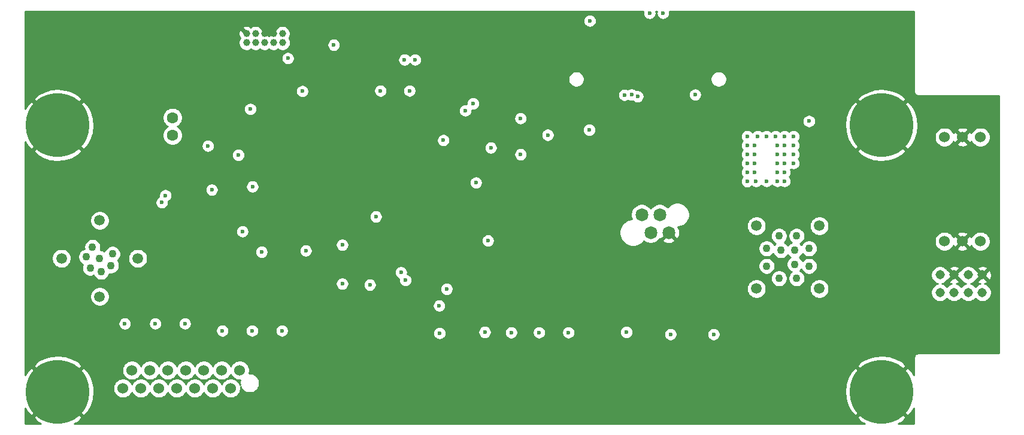
<source format=gbr>
G04 #@! TF.GenerationSoftware,KiCad,Pcbnew,(5.1.4-0)*
G04 #@! TF.CreationDate,2021-02-17T16:17:59+01:00*
G04 #@! TF.ProjectId,DBU_HW,4442555f-4857-42e6-9b69-6361645f7063,A*
G04 #@! TF.SameCoordinates,PX4c4b400PYa037a00*
G04 #@! TF.FileFunction,Copper,L2,Inr*
G04 #@! TF.FilePolarity,Positive*
%FSLAX46Y46*%
G04 Gerber Fmt 4.6, Leading zero omitted, Abs format (unit mm)*
G04 Created by KiCad (PCBNEW (5.1.4-0)) date 2021-02-17 16:17:59*
%MOMM*%
%LPD*%
G04 APERTURE LIST*
%ADD10C,1.524000*%
%ADD11C,1.825000*%
%ADD12C,1.600000*%
%ADD13C,1.308000*%
%ADD14C,1.498600*%
%ADD15C,1.099820*%
%ADD16C,9.000000*%
%ADD17C,1.000000*%
%ADD18C,0.600000*%
%ADD19C,0.800000*%
%ADD20C,0.254000*%
G04 APERTURE END LIST*
D10*
X14490000Y33970000D03*
X15760000Y36510000D03*
X17030000Y33970000D03*
X18300000Y36510000D03*
X19570000Y33970000D03*
X20840000Y36510000D03*
X22110000Y33970000D03*
X23380000Y36510000D03*
X24650000Y33970000D03*
X25920000Y36510000D03*
X27190000Y33970000D03*
X28460000Y36510000D03*
X29730000Y33970000D03*
X31000000Y36510000D03*
D11*
X87845000Y58530000D03*
X89115000Y55990000D03*
X90385000Y58530000D03*
X91655000Y55990000D03*
D12*
X21500000Y72260000D03*
X21500000Y69760000D03*
D13*
X136000000Y47510000D03*
X136000000Y50010000D03*
X134000000Y47510000D03*
X134000000Y50010000D03*
X132000000Y50010000D03*
X132000000Y47510000D03*
X130000000Y50010000D03*
X130000000Y47510000D03*
D10*
X135715000Y54760000D03*
X133175000Y54760000D03*
X130635000Y54760000D03*
X130635000Y69510000D03*
X133175000Y69510000D03*
X135715000Y69510000D03*
D14*
X5811846Y52340000D03*
X11200000Y46951846D03*
X16588154Y52340000D03*
X11200000Y57728154D03*
D15*
X11200000Y52340000D03*
X11411934Y50454146D03*
X12807466Y51328823D03*
X12992459Y52968618D03*
X11828618Y54132459D03*
X10188823Y53947466D03*
X9314146Y52551934D03*
X9856554Y50996554D03*
D14*
X104055000Y48065000D03*
X112945000Y48065000D03*
X112945000Y56955000D03*
X104055000Y56955000D03*
D15*
X109488060Y51521940D03*
X109488060Y53498060D03*
X107511940Y53498060D03*
X107511940Y51521940D03*
X109742060Y49507720D03*
X111502280Y51267940D03*
X111502280Y53752060D03*
X109742060Y55512280D03*
X107257940Y55512280D03*
X105497720Y53752060D03*
X105497720Y51267940D03*
X107257940Y49507720D03*
D16*
X121740000Y33490000D03*
X5260000Y33490000D03*
X121740000Y71190000D03*
X5260000Y71190000D03*
D17*
X31960000Y82875000D03*
X31960000Y84145000D03*
X33230000Y82875000D03*
X33230000Y84145000D03*
X34500000Y82875000D03*
X34500000Y84145000D03*
X35770000Y82875000D03*
X35770000Y84145000D03*
X37040000Y82875000D03*
X37040000Y84145000D03*
D18*
X107000000Y63283554D03*
X70712500Y67060000D03*
X32800000Y62510000D03*
X40350000Y53450001D03*
X49400000Y48610000D03*
X30800000Y66972500D03*
X32500000Y73472500D03*
X98000000Y41610000D03*
X91900000Y41610000D03*
X62900000Y73260000D03*
X64400000Y63060000D03*
X36967005Y42110000D03*
X27050000Y62047500D03*
X37800000Y80660000D03*
X44300000Y82560000D03*
X45500000Y48760000D03*
X54425000Y49260000D03*
X66100000Y54860000D03*
X70700000Y72160000D03*
X85674807Y41910000D03*
X28551403Y42110000D03*
X32759204Y42110000D03*
X59250000Y41760000D03*
X77480000Y41860000D03*
X65650000Y41910000D03*
X73330000Y41860000D03*
X102750000Y63260000D03*
X69380000Y41860000D03*
X102750000Y64533554D03*
X102750000Y65803553D03*
X102750000Y67073553D03*
X102750000Y68343554D03*
X102750000Y69613553D03*
X104000000Y63263554D03*
X103750000Y64533553D03*
X103750000Y65803555D03*
X103750000Y67073554D03*
X103750000Y68343553D03*
X104250000Y69613552D03*
X105479340Y63263553D03*
X105479340Y69613553D03*
X107000000Y64533554D03*
X107000000Y65803553D03*
X107000000Y67073553D03*
X107000000Y68343553D03*
X106749340Y69613554D03*
X108019340Y63263554D03*
X108019339Y64533554D03*
X108019339Y65803553D03*
X108019339Y67073553D03*
X108019340Y68343553D03*
X108019340Y69613554D03*
X109289339Y65803553D03*
X109289340Y67073553D03*
X109289340Y68343554D03*
X109289340Y69613553D03*
X87250000Y75260000D03*
X55800000Y80460000D03*
X54300000Y80460000D03*
X31383884Y56159315D03*
X34087500Y53260000D03*
X66500000Y68010000D03*
X60250000Y48010000D03*
X23259701Y43112914D03*
X19051899Y43112914D03*
X14750000Y43112914D03*
X88950000Y87060000D03*
X90850000Y87060000D03*
X56750000Y41010000D03*
X56750000Y42160000D03*
X110249340Y62113553D03*
X78475000Y80365000D03*
D19*
X42479340Y57949340D03*
X39939340Y63029339D03*
X39939340Y57949340D03*
X45019339Y57949340D03*
X39939340Y60489340D03*
X42479340Y60489340D03*
D18*
X67600000Y47589584D03*
X83550000Y47589584D03*
X71350000Y47589584D03*
X79450000Y47589584D03*
X75300000Y47589584D03*
X88655000Y80365000D03*
X82475000Y80365000D03*
X98620000Y80365000D03*
X93900000Y75510000D03*
X91900000Y75510000D03*
X31383884Y59010000D03*
X95100000Y85060000D03*
X96790000Y83225000D03*
X24956000Y79014289D03*
X20905500Y79014288D03*
X16855000Y79014289D03*
X47850000Y48610000D03*
X32800000Y64085000D03*
X30800000Y68547500D03*
X32500000Y75047500D03*
X38937005Y47710000D03*
X34729204Y47710000D03*
X30521403Y47710000D03*
X26313602Y47710000D03*
X22105801Y47710000D03*
X17898000Y47710000D03*
X90000000Y48710000D03*
X96100000Y48710000D03*
X94906736Y47410000D03*
X100915648Y47410000D03*
X66900000Y73060000D03*
X64400000Y61360000D03*
X27050000Y60472500D03*
X39400000Y80660000D03*
X45900000Y82560000D03*
X43750000Y48760000D03*
X56750000Y46760000D03*
X66100000Y53260000D03*
X81580000Y41860000D03*
X61000000Y41760000D03*
D19*
X109000000Y85510000D03*
X111540000Y85510000D03*
X114080000Y85510000D03*
X109000000Y82970000D03*
X111540000Y82970000D03*
X109000000Y80430000D03*
X111540000Y80430000D03*
X109000000Y77890000D03*
X74750000Y66010000D03*
X47378680Y66510000D03*
X49174731Y68306051D03*
X50970782Y70102102D03*
X49174731Y64713949D03*
X50970782Y66510000D03*
X52766833Y68306051D03*
X50970782Y62917898D03*
X52766833Y64713949D03*
X54562885Y66510000D03*
D18*
X49378012Y76110592D03*
X57400000Y80460000D03*
X53200000Y80460000D03*
X111499340Y62113554D03*
X112749340Y62113553D03*
X110249340Y60863554D03*
X111499340Y60863553D03*
X112749340Y60863554D03*
X31383884Y54644314D03*
X87644807Y47589584D03*
D19*
X77290000Y66010000D03*
X79830000Y66010000D03*
X82370000Y66010000D03*
X84910000Y66010000D03*
X87450000Y66010000D03*
X89990000Y66010000D03*
X92530000Y66010000D03*
X95070000Y66010000D03*
X97610000Y66010000D03*
X74750000Y63470000D03*
X77290000Y63470000D03*
X79830000Y63470000D03*
X82370000Y63470000D03*
X84910000Y63470000D03*
X87450000Y63470000D03*
X89990000Y63470000D03*
X92530000Y63470000D03*
X95070000Y63470000D03*
X74750000Y60930000D03*
X77290000Y60930000D03*
X79830000Y60930000D03*
X82370000Y60930000D03*
X74750000Y58390000D03*
X77290000Y58390000D03*
X79830000Y58390000D03*
X82370000Y58390000D03*
X95070000Y58140000D03*
X74750000Y55850000D03*
X77290000Y55850000D03*
X79830000Y55850000D03*
X82370000Y55850000D03*
D18*
X45000000Y46760000D03*
X45000000Y45610000D03*
X45000000Y44460000D03*
X45000000Y43310000D03*
X45000000Y41010000D03*
X46305555Y41010000D03*
X47611110Y41010000D03*
X48916665Y41010000D03*
X50222220Y41010000D03*
X51527775Y41010000D03*
X52833330Y41010000D03*
X54138885Y41010000D03*
X55444440Y41010000D03*
X56750000Y43310000D03*
X56750000Y44460000D03*
X45000000Y42160000D03*
X56750000Y45610000D03*
X126250000Y65010000D03*
X126250000Y64010000D03*
X124250000Y58510000D03*
X126250000Y58510000D03*
X122750000Y48161430D03*
X122750000Y50010000D03*
X122750000Y46407860D03*
X121900000Y60010000D03*
X119935000Y60010000D03*
X117750000Y60010000D03*
X17425000Y68260000D03*
X19000000Y68260000D03*
X16500000Y59260000D03*
X16500000Y63260000D03*
X39750000Y81760000D03*
X68000000Y71510000D03*
X66500000Y66510000D03*
X62000000Y53010000D03*
X84700000Y85610000D03*
D19*
X97610000Y58140000D03*
X100150000Y58140000D03*
X95070000Y55600000D03*
X97610000Y55600000D03*
X100150000Y55600000D03*
D18*
X109250000Y70760000D03*
X88250000Y36260000D03*
X90790000Y36260000D03*
X93330000Y36260000D03*
X95870000Y36260000D03*
X98410000Y36260000D03*
X100950000Y36260000D03*
X108570000Y36260000D03*
X111110000Y36260000D03*
X88250000Y33720000D03*
X90790000Y33720000D03*
X93330000Y33720000D03*
X95870000Y33720000D03*
X98410000Y33720000D03*
X106030000Y33720000D03*
X108570000Y33720000D03*
X111110000Y33720000D03*
X103490000Y31180000D03*
X106030000Y31180000D03*
X108570000Y31180000D03*
X111110000Y31180000D03*
X103500000Y45260000D03*
X106040000Y45260000D03*
X108580000Y45260000D03*
X118740000Y45260000D03*
X121280000Y45260000D03*
X103500000Y42720000D03*
X106040000Y42720000D03*
X108580000Y42720000D03*
X111120000Y42720000D03*
X113660000Y42720000D03*
X116200000Y42720000D03*
X118740000Y42720000D03*
X121280000Y42720000D03*
X123820000Y42720000D03*
X125750000Y44010000D03*
X128750000Y60260000D03*
X132290000Y60260000D03*
X134830000Y60260000D03*
X128750000Y57720000D03*
X132290000Y57720000D03*
X134830000Y57720000D03*
D19*
X111540000Y77890000D03*
X114080000Y77890000D03*
X109000000Y75350000D03*
X111540000Y75350000D03*
X114080000Y75350000D03*
X116620000Y85510000D03*
X119160000Y85510000D03*
X121700000Y85510000D03*
X114080000Y82970000D03*
X116620000Y82970000D03*
X119160000Y82970000D03*
X121700000Y82970000D03*
X114080000Y80430000D03*
X116620000Y80430000D03*
X119160000Y80430000D03*
X121700000Y80430000D03*
D18*
X37500000Y33760000D03*
X40040000Y33760000D03*
X42580000Y33760000D03*
X45120000Y33760000D03*
X47660000Y33760000D03*
X50200000Y33760000D03*
X52740000Y33760000D03*
X55280000Y33760000D03*
X57820000Y33760000D03*
X60360000Y33760000D03*
X62900000Y33760000D03*
X65440000Y33760000D03*
X67980000Y33760000D03*
X70520000Y33760000D03*
X73060000Y33760000D03*
X75600000Y33760000D03*
X78140000Y33760000D03*
X80680000Y33760000D03*
X83220000Y33760000D03*
X85760000Y33760000D03*
X50900000Y76060000D03*
X55000000Y76060000D03*
X111500000Y71760000D03*
X20500000Y61260000D03*
X20000000Y60260000D03*
X39850000Y76010000D03*
X53800000Y50360000D03*
X59200000Y45660000D03*
X50250000Y58260000D03*
X64000000Y74260000D03*
X80500000Y85960000D03*
X85380095Y75479905D03*
X80425000Y70535000D03*
X86395000Y75505000D03*
X74550000Y69810000D03*
X95395000Y75510000D03*
X59800000Y69060000D03*
X45500000Y54260000D03*
X26500000Y68260000D03*
D20*
G36*
X88015000Y87152089D02*
G01*
X88015000Y86967911D01*
X88050932Y86787271D01*
X88121414Y86617111D01*
X88223738Y86463972D01*
X88353972Y86333738D01*
X88507111Y86231414D01*
X88677271Y86160932D01*
X88857911Y86125000D01*
X89042089Y86125000D01*
X89222729Y86160932D01*
X89392889Y86231414D01*
X89546028Y86333738D01*
X89676262Y86463972D01*
X89778586Y86617111D01*
X89849068Y86787271D01*
X89885000Y86967911D01*
X89885000Y87152089D01*
X89852595Y87315000D01*
X89947405Y87315000D01*
X89915000Y87152089D01*
X89915000Y86967911D01*
X89950932Y86787271D01*
X90021414Y86617111D01*
X90123738Y86463972D01*
X90253972Y86333738D01*
X90407111Y86231414D01*
X90577271Y86160932D01*
X90757911Y86125000D01*
X90942089Y86125000D01*
X91122729Y86160932D01*
X91292889Y86231414D01*
X91446028Y86333738D01*
X91576262Y86463972D01*
X91678586Y86617111D01*
X91749068Y86787271D01*
X91785000Y86967911D01*
X91785000Y87152089D01*
X91752595Y87315000D01*
X126315000Y87315000D01*
X126315001Y76043657D01*
X126311686Y76010000D01*
X126324912Y75875717D01*
X126364081Y75746594D01*
X126427688Y75627593D01*
X126513289Y75523289D01*
X126617593Y75437688D01*
X126736594Y75374081D01*
X126865717Y75334912D01*
X126966353Y75325000D01*
X127000000Y75321686D01*
X127033647Y75325000D01*
X138315000Y75325000D01*
X138315001Y38945000D01*
X127033647Y38945000D01*
X127000000Y38948314D01*
X126966353Y38945000D01*
X126865717Y38935088D01*
X126736594Y38895919D01*
X126617593Y38832312D01*
X126513289Y38746711D01*
X126427688Y38642407D01*
X126364081Y38523406D01*
X126324912Y38394283D01*
X126311686Y38260000D01*
X126315001Y38226343D01*
X126315001Y35821999D01*
X126071803Y36293481D01*
X125987788Y36419217D01*
X125364971Y36935366D01*
X121919605Y33490000D01*
X125364971Y30044634D01*
X125987788Y30560783D01*
X126315000Y31151949D01*
X126315000Y28945000D01*
X124130161Y28945000D01*
X124543481Y29158197D01*
X124669217Y29242212D01*
X125185366Y29865029D01*
X121740000Y33310395D01*
X118294634Y29865029D01*
X118810783Y29242212D01*
X119347748Y28945000D01*
X7650161Y28945000D01*
X8063481Y29158197D01*
X8189217Y29242212D01*
X8705366Y29865029D01*
X5260000Y33310395D01*
X1814634Y29865029D01*
X2330783Y29242212D01*
X2867748Y28945000D01*
X685000Y28945000D01*
X685000Y31158000D01*
X928197Y30686519D01*
X1012212Y30560783D01*
X1635029Y30044634D01*
X5080395Y33490000D01*
X5439605Y33490000D01*
X8884971Y30044634D01*
X9507788Y30560783D01*
X9997630Y31445768D01*
X10305407Y32409314D01*
X10419293Y33414389D01*
X10361262Y34107592D01*
X13093000Y34107592D01*
X13093000Y33832408D01*
X13146686Y33562510D01*
X13251995Y33308273D01*
X13404880Y33079465D01*
X13599465Y32884880D01*
X13828273Y32731995D01*
X14082510Y32626686D01*
X14352408Y32573000D01*
X14627592Y32573000D01*
X14897490Y32626686D01*
X15151727Y32731995D01*
X15380535Y32884880D01*
X15575120Y33079465D01*
X15728005Y33308273D01*
X15760000Y33385515D01*
X15791995Y33308273D01*
X15944880Y33079465D01*
X16139465Y32884880D01*
X16368273Y32731995D01*
X16622510Y32626686D01*
X16892408Y32573000D01*
X17167592Y32573000D01*
X17437490Y32626686D01*
X17691727Y32731995D01*
X17920535Y32884880D01*
X18115120Y33079465D01*
X18268005Y33308273D01*
X18300000Y33385515D01*
X18331995Y33308273D01*
X18484880Y33079465D01*
X18679465Y32884880D01*
X18908273Y32731995D01*
X19162510Y32626686D01*
X19432408Y32573000D01*
X19707592Y32573000D01*
X19977490Y32626686D01*
X20231727Y32731995D01*
X20460535Y32884880D01*
X20655120Y33079465D01*
X20808005Y33308273D01*
X20840000Y33385515D01*
X20871995Y33308273D01*
X21024880Y33079465D01*
X21219465Y32884880D01*
X21448273Y32731995D01*
X21702510Y32626686D01*
X21972408Y32573000D01*
X22247592Y32573000D01*
X22517490Y32626686D01*
X22771727Y32731995D01*
X23000535Y32884880D01*
X23195120Y33079465D01*
X23348005Y33308273D01*
X23380000Y33385515D01*
X23411995Y33308273D01*
X23564880Y33079465D01*
X23759465Y32884880D01*
X23988273Y32731995D01*
X24242510Y32626686D01*
X24512408Y32573000D01*
X24787592Y32573000D01*
X25057490Y32626686D01*
X25311727Y32731995D01*
X25540535Y32884880D01*
X25735120Y33079465D01*
X25888005Y33308273D01*
X25920000Y33385515D01*
X25951995Y33308273D01*
X26104880Y33079465D01*
X26299465Y32884880D01*
X26528273Y32731995D01*
X26782510Y32626686D01*
X27052408Y32573000D01*
X27327592Y32573000D01*
X27597490Y32626686D01*
X27851727Y32731995D01*
X28080535Y32884880D01*
X28275120Y33079465D01*
X28428005Y33308273D01*
X28460000Y33385515D01*
X28491995Y33308273D01*
X28644880Y33079465D01*
X28839465Y32884880D01*
X29068273Y32731995D01*
X29322510Y32626686D01*
X29592408Y32573000D01*
X29867592Y32573000D01*
X30137490Y32626686D01*
X30391727Y32731995D01*
X30620535Y32884880D01*
X30815120Y33079465D01*
X30968005Y33308273D01*
X31073314Y33562510D01*
X31127000Y33832408D01*
X31127000Y34107592D01*
X31105369Y34216336D01*
X31172629Y34053957D01*
X31324201Y33827114D01*
X31517114Y33634201D01*
X31743957Y33482629D01*
X31996011Y33378225D01*
X32263589Y33325000D01*
X32536411Y33325000D01*
X32803989Y33378225D01*
X33056043Y33482629D01*
X33180234Y33565611D01*
X116580707Y33565611D01*
X116665090Y32557630D01*
X116944499Y31585480D01*
X117408197Y30686519D01*
X117492212Y30560783D01*
X118115029Y30044634D01*
X121560395Y33490000D01*
X118115029Y36935366D01*
X117492212Y36419217D01*
X117002370Y35534232D01*
X116694593Y34570686D01*
X116580707Y33565611D01*
X33180234Y33565611D01*
X33282886Y33634201D01*
X33475799Y33827114D01*
X33627371Y34053957D01*
X33731775Y34306011D01*
X33785000Y34573589D01*
X33785000Y34846411D01*
X33731775Y35113989D01*
X33627371Y35366043D01*
X33475799Y35592886D01*
X33282886Y35785799D01*
X33056043Y35937371D01*
X32803989Y36041775D01*
X32536411Y36095000D01*
X32340203Y36095000D01*
X32343314Y36102510D01*
X32397000Y36372408D01*
X32397000Y36647592D01*
X32343314Y36917490D01*
X32261515Y37114971D01*
X118294634Y37114971D01*
X121740000Y33669605D01*
X125185366Y37114971D01*
X124669217Y37737788D01*
X123784232Y38227630D01*
X122820686Y38535407D01*
X121815611Y38649293D01*
X120807630Y38564910D01*
X119835480Y38285501D01*
X118936519Y37821803D01*
X118810783Y37737788D01*
X118294634Y37114971D01*
X32261515Y37114971D01*
X32238005Y37171727D01*
X32085120Y37400535D01*
X31890535Y37595120D01*
X31661727Y37748005D01*
X31407490Y37853314D01*
X31137592Y37907000D01*
X30862408Y37907000D01*
X30592510Y37853314D01*
X30338273Y37748005D01*
X30109465Y37595120D01*
X29914880Y37400535D01*
X29761995Y37171727D01*
X29730000Y37094485D01*
X29698005Y37171727D01*
X29545120Y37400535D01*
X29350535Y37595120D01*
X29121727Y37748005D01*
X28867490Y37853314D01*
X28597592Y37907000D01*
X28322408Y37907000D01*
X28052510Y37853314D01*
X27798273Y37748005D01*
X27569465Y37595120D01*
X27374880Y37400535D01*
X27221995Y37171727D01*
X27190000Y37094485D01*
X27158005Y37171727D01*
X27005120Y37400535D01*
X26810535Y37595120D01*
X26581727Y37748005D01*
X26327490Y37853314D01*
X26057592Y37907000D01*
X25782408Y37907000D01*
X25512510Y37853314D01*
X25258273Y37748005D01*
X25029465Y37595120D01*
X24834880Y37400535D01*
X24681995Y37171727D01*
X24650000Y37094485D01*
X24618005Y37171727D01*
X24465120Y37400535D01*
X24270535Y37595120D01*
X24041727Y37748005D01*
X23787490Y37853314D01*
X23517592Y37907000D01*
X23242408Y37907000D01*
X22972510Y37853314D01*
X22718273Y37748005D01*
X22489465Y37595120D01*
X22294880Y37400535D01*
X22141995Y37171727D01*
X22110000Y37094485D01*
X22078005Y37171727D01*
X21925120Y37400535D01*
X21730535Y37595120D01*
X21501727Y37748005D01*
X21247490Y37853314D01*
X20977592Y37907000D01*
X20702408Y37907000D01*
X20432510Y37853314D01*
X20178273Y37748005D01*
X19949465Y37595120D01*
X19754880Y37400535D01*
X19601995Y37171727D01*
X19570000Y37094485D01*
X19538005Y37171727D01*
X19385120Y37400535D01*
X19190535Y37595120D01*
X18961727Y37748005D01*
X18707490Y37853314D01*
X18437592Y37907000D01*
X18162408Y37907000D01*
X17892510Y37853314D01*
X17638273Y37748005D01*
X17409465Y37595120D01*
X17214880Y37400535D01*
X17061995Y37171727D01*
X17030000Y37094485D01*
X16998005Y37171727D01*
X16845120Y37400535D01*
X16650535Y37595120D01*
X16421727Y37748005D01*
X16167490Y37853314D01*
X15897592Y37907000D01*
X15622408Y37907000D01*
X15352510Y37853314D01*
X15098273Y37748005D01*
X14869465Y37595120D01*
X14674880Y37400535D01*
X14521995Y37171727D01*
X14416686Y36917490D01*
X14363000Y36647592D01*
X14363000Y36372408D01*
X14416686Y36102510D01*
X14521995Y35848273D01*
X14674880Y35619465D01*
X14869465Y35424880D01*
X15098273Y35271995D01*
X15352510Y35166686D01*
X15622408Y35113000D01*
X15897592Y35113000D01*
X16167490Y35166686D01*
X16421727Y35271995D01*
X16650535Y35424880D01*
X16845120Y35619465D01*
X16998005Y35848273D01*
X17030000Y35925515D01*
X17061995Y35848273D01*
X17214880Y35619465D01*
X17409465Y35424880D01*
X17638273Y35271995D01*
X17892510Y35166686D01*
X18162408Y35113000D01*
X18437592Y35113000D01*
X18707490Y35166686D01*
X18961727Y35271995D01*
X19190535Y35424880D01*
X19385120Y35619465D01*
X19538005Y35848273D01*
X19570000Y35925515D01*
X19601995Y35848273D01*
X19754880Y35619465D01*
X19949465Y35424880D01*
X20178273Y35271995D01*
X20432510Y35166686D01*
X20702408Y35113000D01*
X20977592Y35113000D01*
X21247490Y35166686D01*
X21501727Y35271995D01*
X21730535Y35424880D01*
X21925120Y35619465D01*
X22078005Y35848273D01*
X22110000Y35925515D01*
X22141995Y35848273D01*
X22294880Y35619465D01*
X22489465Y35424880D01*
X22718273Y35271995D01*
X22972510Y35166686D01*
X23242408Y35113000D01*
X23517592Y35113000D01*
X23787490Y35166686D01*
X24041727Y35271995D01*
X24270535Y35424880D01*
X24465120Y35619465D01*
X24618005Y35848273D01*
X24650000Y35925515D01*
X24681995Y35848273D01*
X24834880Y35619465D01*
X25029465Y35424880D01*
X25258273Y35271995D01*
X25512510Y35166686D01*
X25782408Y35113000D01*
X26057592Y35113000D01*
X26327490Y35166686D01*
X26581727Y35271995D01*
X26810535Y35424880D01*
X27005120Y35619465D01*
X27158005Y35848273D01*
X27190000Y35925515D01*
X27221995Y35848273D01*
X27374880Y35619465D01*
X27569465Y35424880D01*
X27798273Y35271995D01*
X28052510Y35166686D01*
X28322408Y35113000D01*
X28597592Y35113000D01*
X28867490Y35166686D01*
X29121727Y35271995D01*
X29350535Y35424880D01*
X29545120Y35619465D01*
X29698005Y35848273D01*
X29730000Y35925515D01*
X29761995Y35848273D01*
X29914880Y35619465D01*
X30109465Y35424880D01*
X30338273Y35271995D01*
X30592510Y35166686D01*
X30862408Y35113000D01*
X31068028Y35113000D01*
X31015000Y34846411D01*
X31015000Y34573589D01*
X31036169Y34467165D01*
X30968005Y34631727D01*
X30815120Y34860535D01*
X30620535Y35055120D01*
X30391727Y35208005D01*
X30137490Y35313314D01*
X29867592Y35367000D01*
X29592408Y35367000D01*
X29322510Y35313314D01*
X29068273Y35208005D01*
X28839465Y35055120D01*
X28644880Y34860535D01*
X28491995Y34631727D01*
X28460000Y34554485D01*
X28428005Y34631727D01*
X28275120Y34860535D01*
X28080535Y35055120D01*
X27851727Y35208005D01*
X27597490Y35313314D01*
X27327592Y35367000D01*
X27052408Y35367000D01*
X26782510Y35313314D01*
X26528273Y35208005D01*
X26299465Y35055120D01*
X26104880Y34860535D01*
X25951995Y34631727D01*
X25920000Y34554485D01*
X25888005Y34631727D01*
X25735120Y34860535D01*
X25540535Y35055120D01*
X25311727Y35208005D01*
X25057490Y35313314D01*
X24787592Y35367000D01*
X24512408Y35367000D01*
X24242510Y35313314D01*
X23988273Y35208005D01*
X23759465Y35055120D01*
X23564880Y34860535D01*
X23411995Y34631727D01*
X23380000Y34554485D01*
X23348005Y34631727D01*
X23195120Y34860535D01*
X23000535Y35055120D01*
X22771727Y35208005D01*
X22517490Y35313314D01*
X22247592Y35367000D01*
X21972408Y35367000D01*
X21702510Y35313314D01*
X21448273Y35208005D01*
X21219465Y35055120D01*
X21024880Y34860535D01*
X20871995Y34631727D01*
X20840000Y34554485D01*
X20808005Y34631727D01*
X20655120Y34860535D01*
X20460535Y35055120D01*
X20231727Y35208005D01*
X19977490Y35313314D01*
X19707592Y35367000D01*
X19432408Y35367000D01*
X19162510Y35313314D01*
X18908273Y35208005D01*
X18679465Y35055120D01*
X18484880Y34860535D01*
X18331995Y34631727D01*
X18300000Y34554485D01*
X18268005Y34631727D01*
X18115120Y34860535D01*
X17920535Y35055120D01*
X17691727Y35208005D01*
X17437490Y35313314D01*
X17167592Y35367000D01*
X16892408Y35367000D01*
X16622510Y35313314D01*
X16368273Y35208005D01*
X16139465Y35055120D01*
X15944880Y34860535D01*
X15791995Y34631727D01*
X15760000Y34554485D01*
X15728005Y34631727D01*
X15575120Y34860535D01*
X15380535Y35055120D01*
X15151727Y35208005D01*
X14897490Y35313314D01*
X14627592Y35367000D01*
X14352408Y35367000D01*
X14082510Y35313314D01*
X13828273Y35208005D01*
X13599465Y35055120D01*
X13404880Y34860535D01*
X13251995Y34631727D01*
X13146686Y34377490D01*
X13093000Y34107592D01*
X10361262Y34107592D01*
X10334910Y34422370D01*
X10055501Y35394520D01*
X9591803Y36293481D01*
X9507788Y36419217D01*
X8884971Y36935366D01*
X5439605Y33490000D01*
X5080395Y33490000D01*
X1635029Y36935366D01*
X1012212Y36419217D01*
X685000Y35828051D01*
X685000Y37114971D01*
X1814634Y37114971D01*
X5260000Y33669605D01*
X8705366Y37114971D01*
X8189217Y37737788D01*
X7304232Y38227630D01*
X6340686Y38535407D01*
X5335611Y38649293D01*
X4327630Y38564910D01*
X3355480Y38285501D01*
X2456519Y37821803D01*
X2330783Y37737788D01*
X1814634Y37114971D01*
X685000Y37114971D01*
X685000Y43205003D01*
X13815000Y43205003D01*
X13815000Y43020825D01*
X13850932Y42840185D01*
X13921414Y42670025D01*
X14023738Y42516886D01*
X14153972Y42386652D01*
X14307111Y42284328D01*
X14477271Y42213846D01*
X14657911Y42177914D01*
X14842089Y42177914D01*
X15022729Y42213846D01*
X15192889Y42284328D01*
X15346028Y42386652D01*
X15476262Y42516886D01*
X15578586Y42670025D01*
X15649068Y42840185D01*
X15685000Y43020825D01*
X15685000Y43205003D01*
X18116899Y43205003D01*
X18116899Y43020825D01*
X18152831Y42840185D01*
X18223313Y42670025D01*
X18325637Y42516886D01*
X18455871Y42386652D01*
X18609010Y42284328D01*
X18779170Y42213846D01*
X18959810Y42177914D01*
X19143988Y42177914D01*
X19324628Y42213846D01*
X19494788Y42284328D01*
X19647927Y42386652D01*
X19778161Y42516886D01*
X19880485Y42670025D01*
X19950967Y42840185D01*
X19986899Y43020825D01*
X19986899Y43205003D01*
X22324701Y43205003D01*
X22324701Y43020825D01*
X22360633Y42840185D01*
X22431115Y42670025D01*
X22533439Y42516886D01*
X22663673Y42386652D01*
X22816812Y42284328D01*
X22986972Y42213846D01*
X23167612Y42177914D01*
X23351790Y42177914D01*
X23473324Y42202089D01*
X27616403Y42202089D01*
X27616403Y42017911D01*
X27652335Y41837271D01*
X27722817Y41667111D01*
X27825141Y41513972D01*
X27955375Y41383738D01*
X28108514Y41281414D01*
X28278674Y41210932D01*
X28459314Y41175000D01*
X28643492Y41175000D01*
X28824132Y41210932D01*
X28994292Y41281414D01*
X29147431Y41383738D01*
X29277665Y41513972D01*
X29379989Y41667111D01*
X29450471Y41837271D01*
X29486403Y42017911D01*
X29486403Y42202089D01*
X31824204Y42202089D01*
X31824204Y42017911D01*
X31860136Y41837271D01*
X31930618Y41667111D01*
X32032942Y41513972D01*
X32163176Y41383738D01*
X32316315Y41281414D01*
X32486475Y41210932D01*
X32667115Y41175000D01*
X32851293Y41175000D01*
X33031933Y41210932D01*
X33202093Y41281414D01*
X33355232Y41383738D01*
X33485466Y41513972D01*
X33587790Y41667111D01*
X33658272Y41837271D01*
X33694204Y42017911D01*
X33694204Y42202089D01*
X36032005Y42202089D01*
X36032005Y42017911D01*
X36067937Y41837271D01*
X36138419Y41667111D01*
X36240743Y41513972D01*
X36370977Y41383738D01*
X36524116Y41281414D01*
X36694276Y41210932D01*
X36874916Y41175000D01*
X37059094Y41175000D01*
X37239734Y41210932D01*
X37409894Y41281414D01*
X37563033Y41383738D01*
X37693267Y41513972D01*
X37795591Y41667111D01*
X37866073Y41837271D01*
X37869020Y41852089D01*
X58315000Y41852089D01*
X58315000Y41667911D01*
X58350932Y41487271D01*
X58421414Y41317111D01*
X58523738Y41163972D01*
X58653972Y41033738D01*
X58807111Y40931414D01*
X58977271Y40860932D01*
X59157911Y40825000D01*
X59342089Y40825000D01*
X59522729Y40860932D01*
X59692889Y40931414D01*
X59846028Y41033738D01*
X59976262Y41163972D01*
X60078586Y41317111D01*
X60149068Y41487271D01*
X60185000Y41667911D01*
X60185000Y41852089D01*
X60155163Y42002089D01*
X64715000Y42002089D01*
X64715000Y41817911D01*
X64750932Y41637271D01*
X64821414Y41467111D01*
X64923738Y41313972D01*
X65053972Y41183738D01*
X65207111Y41081414D01*
X65377271Y41010932D01*
X65557911Y40975000D01*
X65742089Y40975000D01*
X65922729Y41010932D01*
X66092889Y41081414D01*
X66246028Y41183738D01*
X66376262Y41313972D01*
X66478586Y41467111D01*
X66549068Y41637271D01*
X66585000Y41817911D01*
X66585000Y41952089D01*
X68445000Y41952089D01*
X68445000Y41767911D01*
X68480932Y41587271D01*
X68551414Y41417111D01*
X68653738Y41263972D01*
X68783972Y41133738D01*
X68937111Y41031414D01*
X69107271Y40960932D01*
X69287911Y40925000D01*
X69472089Y40925000D01*
X69652729Y40960932D01*
X69822889Y41031414D01*
X69976028Y41133738D01*
X70106262Y41263972D01*
X70208586Y41417111D01*
X70279068Y41587271D01*
X70315000Y41767911D01*
X70315000Y41952089D01*
X72395000Y41952089D01*
X72395000Y41767911D01*
X72430932Y41587271D01*
X72501414Y41417111D01*
X72603738Y41263972D01*
X72733972Y41133738D01*
X72887111Y41031414D01*
X73057271Y40960932D01*
X73237911Y40925000D01*
X73422089Y40925000D01*
X73602729Y40960932D01*
X73772889Y41031414D01*
X73926028Y41133738D01*
X74056262Y41263972D01*
X74158586Y41417111D01*
X74229068Y41587271D01*
X74265000Y41767911D01*
X74265000Y41952089D01*
X76545000Y41952089D01*
X76545000Y41767911D01*
X76580932Y41587271D01*
X76651414Y41417111D01*
X76753738Y41263972D01*
X76883972Y41133738D01*
X77037111Y41031414D01*
X77207271Y40960932D01*
X77387911Y40925000D01*
X77572089Y40925000D01*
X77752729Y40960932D01*
X77922889Y41031414D01*
X78076028Y41133738D01*
X78206262Y41263972D01*
X78308586Y41417111D01*
X78379068Y41587271D01*
X78415000Y41767911D01*
X78415000Y41952089D01*
X78405055Y42002089D01*
X84739807Y42002089D01*
X84739807Y41817911D01*
X84775739Y41637271D01*
X84846221Y41467111D01*
X84948545Y41313972D01*
X85078779Y41183738D01*
X85231918Y41081414D01*
X85402078Y41010932D01*
X85582718Y40975000D01*
X85766896Y40975000D01*
X85947536Y41010932D01*
X86117696Y41081414D01*
X86270835Y41183738D01*
X86401069Y41313972D01*
X86503393Y41467111D01*
X86573875Y41637271D01*
X86586768Y41702089D01*
X90965000Y41702089D01*
X90965000Y41517911D01*
X91000932Y41337271D01*
X91071414Y41167111D01*
X91173738Y41013972D01*
X91303972Y40883738D01*
X91457111Y40781414D01*
X91627271Y40710932D01*
X91807911Y40675000D01*
X91992089Y40675000D01*
X92172729Y40710932D01*
X92342889Y40781414D01*
X92496028Y40883738D01*
X92626262Y41013972D01*
X92728586Y41167111D01*
X92799068Y41337271D01*
X92835000Y41517911D01*
X92835000Y41702089D01*
X97065000Y41702089D01*
X97065000Y41517911D01*
X97100932Y41337271D01*
X97171414Y41167111D01*
X97273738Y41013972D01*
X97403972Y40883738D01*
X97557111Y40781414D01*
X97727271Y40710932D01*
X97907911Y40675000D01*
X98092089Y40675000D01*
X98272729Y40710932D01*
X98442889Y40781414D01*
X98596028Y40883738D01*
X98726262Y41013972D01*
X98828586Y41167111D01*
X98899068Y41337271D01*
X98935000Y41517911D01*
X98935000Y41702089D01*
X98899068Y41882729D01*
X98828586Y42052889D01*
X98726262Y42206028D01*
X98596028Y42336262D01*
X98442889Y42438586D01*
X98272729Y42509068D01*
X98092089Y42545000D01*
X97907911Y42545000D01*
X97727271Y42509068D01*
X97557111Y42438586D01*
X97403972Y42336262D01*
X97273738Y42206028D01*
X97171414Y42052889D01*
X97100932Y41882729D01*
X97065000Y41702089D01*
X92835000Y41702089D01*
X92799068Y41882729D01*
X92728586Y42052889D01*
X92626262Y42206028D01*
X92496028Y42336262D01*
X92342889Y42438586D01*
X92172729Y42509068D01*
X91992089Y42545000D01*
X91807911Y42545000D01*
X91627271Y42509068D01*
X91457111Y42438586D01*
X91303972Y42336262D01*
X91173738Y42206028D01*
X91071414Y42052889D01*
X91000932Y41882729D01*
X90965000Y41702089D01*
X86586768Y41702089D01*
X86609807Y41817911D01*
X86609807Y42002089D01*
X86573875Y42182729D01*
X86503393Y42352889D01*
X86401069Y42506028D01*
X86270835Y42636262D01*
X86117696Y42738586D01*
X85947536Y42809068D01*
X85766896Y42845000D01*
X85582718Y42845000D01*
X85402078Y42809068D01*
X85231918Y42738586D01*
X85078779Y42636262D01*
X84948545Y42506028D01*
X84846221Y42352889D01*
X84775739Y42182729D01*
X84739807Y42002089D01*
X78405055Y42002089D01*
X78379068Y42132729D01*
X78308586Y42302889D01*
X78206262Y42456028D01*
X78076028Y42586262D01*
X77922889Y42688586D01*
X77752729Y42759068D01*
X77572089Y42795000D01*
X77387911Y42795000D01*
X77207271Y42759068D01*
X77037111Y42688586D01*
X76883972Y42586262D01*
X76753738Y42456028D01*
X76651414Y42302889D01*
X76580932Y42132729D01*
X76545000Y41952089D01*
X74265000Y41952089D01*
X74229068Y42132729D01*
X74158586Y42302889D01*
X74056262Y42456028D01*
X73926028Y42586262D01*
X73772889Y42688586D01*
X73602729Y42759068D01*
X73422089Y42795000D01*
X73237911Y42795000D01*
X73057271Y42759068D01*
X72887111Y42688586D01*
X72733972Y42586262D01*
X72603738Y42456028D01*
X72501414Y42302889D01*
X72430932Y42132729D01*
X72395000Y41952089D01*
X70315000Y41952089D01*
X70279068Y42132729D01*
X70208586Y42302889D01*
X70106262Y42456028D01*
X69976028Y42586262D01*
X69822889Y42688586D01*
X69652729Y42759068D01*
X69472089Y42795000D01*
X69287911Y42795000D01*
X69107271Y42759068D01*
X68937111Y42688586D01*
X68783972Y42586262D01*
X68653738Y42456028D01*
X68551414Y42302889D01*
X68480932Y42132729D01*
X68445000Y41952089D01*
X66585000Y41952089D01*
X66585000Y42002089D01*
X66549068Y42182729D01*
X66478586Y42352889D01*
X66376262Y42506028D01*
X66246028Y42636262D01*
X66092889Y42738586D01*
X65922729Y42809068D01*
X65742089Y42845000D01*
X65557911Y42845000D01*
X65377271Y42809068D01*
X65207111Y42738586D01*
X65053972Y42636262D01*
X64923738Y42506028D01*
X64821414Y42352889D01*
X64750932Y42182729D01*
X64715000Y42002089D01*
X60155163Y42002089D01*
X60149068Y42032729D01*
X60078586Y42202889D01*
X59976262Y42356028D01*
X59846028Y42486262D01*
X59692889Y42588586D01*
X59522729Y42659068D01*
X59342089Y42695000D01*
X59157911Y42695000D01*
X58977271Y42659068D01*
X58807111Y42588586D01*
X58653972Y42486262D01*
X58523738Y42356028D01*
X58421414Y42202889D01*
X58350932Y42032729D01*
X58315000Y41852089D01*
X37869020Y41852089D01*
X37902005Y42017911D01*
X37902005Y42202089D01*
X37866073Y42382729D01*
X37795591Y42552889D01*
X37693267Y42706028D01*
X37563033Y42836262D01*
X37409894Y42938586D01*
X37239734Y43009068D01*
X37059094Y43045000D01*
X36874916Y43045000D01*
X36694276Y43009068D01*
X36524116Y42938586D01*
X36370977Y42836262D01*
X36240743Y42706028D01*
X36138419Y42552889D01*
X36067937Y42382729D01*
X36032005Y42202089D01*
X33694204Y42202089D01*
X33658272Y42382729D01*
X33587790Y42552889D01*
X33485466Y42706028D01*
X33355232Y42836262D01*
X33202093Y42938586D01*
X33031933Y43009068D01*
X32851293Y43045000D01*
X32667115Y43045000D01*
X32486475Y43009068D01*
X32316315Y42938586D01*
X32163176Y42836262D01*
X32032942Y42706028D01*
X31930618Y42552889D01*
X31860136Y42382729D01*
X31824204Y42202089D01*
X29486403Y42202089D01*
X29450471Y42382729D01*
X29379989Y42552889D01*
X29277665Y42706028D01*
X29147431Y42836262D01*
X28994292Y42938586D01*
X28824132Y43009068D01*
X28643492Y43045000D01*
X28459314Y43045000D01*
X28278674Y43009068D01*
X28108514Y42938586D01*
X27955375Y42836262D01*
X27825141Y42706028D01*
X27722817Y42552889D01*
X27652335Y42382729D01*
X27616403Y42202089D01*
X23473324Y42202089D01*
X23532430Y42213846D01*
X23702590Y42284328D01*
X23855729Y42386652D01*
X23985963Y42516886D01*
X24088287Y42670025D01*
X24158769Y42840185D01*
X24194701Y43020825D01*
X24194701Y43205003D01*
X24158769Y43385643D01*
X24088287Y43555803D01*
X23985963Y43708942D01*
X23855729Y43839176D01*
X23702590Y43941500D01*
X23532430Y44011982D01*
X23351790Y44047914D01*
X23167612Y44047914D01*
X22986972Y44011982D01*
X22816812Y43941500D01*
X22663673Y43839176D01*
X22533439Y43708942D01*
X22431115Y43555803D01*
X22360633Y43385643D01*
X22324701Y43205003D01*
X19986899Y43205003D01*
X19950967Y43385643D01*
X19880485Y43555803D01*
X19778161Y43708942D01*
X19647927Y43839176D01*
X19494788Y43941500D01*
X19324628Y44011982D01*
X19143988Y44047914D01*
X18959810Y44047914D01*
X18779170Y44011982D01*
X18609010Y43941500D01*
X18455871Y43839176D01*
X18325637Y43708942D01*
X18223313Y43555803D01*
X18152831Y43385643D01*
X18116899Y43205003D01*
X15685000Y43205003D01*
X15649068Y43385643D01*
X15578586Y43555803D01*
X15476262Y43708942D01*
X15346028Y43839176D01*
X15192889Y43941500D01*
X15022729Y44011982D01*
X14842089Y44047914D01*
X14657911Y44047914D01*
X14477271Y44011982D01*
X14307111Y43941500D01*
X14153972Y43839176D01*
X14023738Y43708942D01*
X13921414Y43555803D01*
X13850932Y43385643D01*
X13815000Y43205003D01*
X685000Y43205003D01*
X685000Y47088188D01*
X9815700Y47088188D01*
X9815700Y46815504D01*
X9868898Y46548061D01*
X9973249Y46296134D01*
X10124744Y46069406D01*
X10317560Y45876590D01*
X10544288Y45725095D01*
X10796215Y45620744D01*
X11063658Y45567546D01*
X11336342Y45567546D01*
X11603785Y45620744D01*
X11855712Y45725095D01*
X11896111Y45752089D01*
X58265000Y45752089D01*
X58265000Y45567911D01*
X58300932Y45387271D01*
X58371414Y45217111D01*
X58473738Y45063972D01*
X58603972Y44933738D01*
X58757111Y44831414D01*
X58927271Y44760932D01*
X59107911Y44725000D01*
X59292089Y44725000D01*
X59472729Y44760932D01*
X59642889Y44831414D01*
X59796028Y44933738D01*
X59926262Y45063972D01*
X60028586Y45217111D01*
X60099068Y45387271D01*
X60135000Y45567911D01*
X60135000Y45752089D01*
X60099068Y45932729D01*
X60028586Y46102889D01*
X59926262Y46256028D01*
X59796028Y46386262D01*
X59642889Y46488586D01*
X59472729Y46559068D01*
X59292089Y46595000D01*
X59107911Y46595000D01*
X58927271Y46559068D01*
X58757111Y46488586D01*
X58603972Y46386262D01*
X58473738Y46256028D01*
X58371414Y46102889D01*
X58300932Y45932729D01*
X58265000Y45752089D01*
X11896111Y45752089D01*
X12082440Y45876590D01*
X12275256Y46069406D01*
X12426751Y46296134D01*
X12531102Y46548061D01*
X12584300Y46815504D01*
X12584300Y47088188D01*
X12531102Y47355631D01*
X12426751Y47607558D01*
X12275256Y47834286D01*
X12082440Y48027102D01*
X11855712Y48178597D01*
X11603785Y48282948D01*
X11336342Y48336146D01*
X11063658Y48336146D01*
X10796215Y48282948D01*
X10544288Y48178597D01*
X10317560Y48027102D01*
X10124744Y47834286D01*
X9973249Y47607558D01*
X9868898Y47355631D01*
X9815700Y47088188D01*
X685000Y47088188D01*
X685000Y48852089D01*
X44565000Y48852089D01*
X44565000Y48667911D01*
X44600932Y48487271D01*
X44671414Y48317111D01*
X44773738Y48163972D01*
X44903972Y48033738D01*
X45057111Y47931414D01*
X45227271Y47860932D01*
X45407911Y47825000D01*
X45592089Y47825000D01*
X45772729Y47860932D01*
X45942889Y47931414D01*
X46096028Y48033738D01*
X46226262Y48163972D01*
X46328586Y48317111D01*
X46399068Y48487271D01*
X46435000Y48667911D01*
X46435000Y48702089D01*
X48465000Y48702089D01*
X48465000Y48517911D01*
X48500932Y48337271D01*
X48571414Y48167111D01*
X48673738Y48013972D01*
X48803972Y47883738D01*
X48957111Y47781414D01*
X49127271Y47710932D01*
X49307911Y47675000D01*
X49492089Y47675000D01*
X49672729Y47710932D01*
X49842889Y47781414D01*
X49996028Y47883738D01*
X50126262Y48013972D01*
X50185139Y48102089D01*
X59315000Y48102089D01*
X59315000Y47917911D01*
X59350932Y47737271D01*
X59421414Y47567111D01*
X59523738Y47413972D01*
X59653972Y47283738D01*
X59807111Y47181414D01*
X59977271Y47110932D01*
X60157911Y47075000D01*
X60342089Y47075000D01*
X60522729Y47110932D01*
X60692889Y47181414D01*
X60846028Y47283738D01*
X60976262Y47413972D01*
X61078586Y47567111D01*
X61149068Y47737271D01*
X61185000Y47917911D01*
X61185000Y48102089D01*
X61165258Y48201342D01*
X102670700Y48201342D01*
X102670700Y47928658D01*
X102723898Y47661215D01*
X102828249Y47409288D01*
X102979744Y47182560D01*
X103172560Y46989744D01*
X103399288Y46838249D01*
X103651215Y46733898D01*
X103918658Y46680700D01*
X104191342Y46680700D01*
X104458785Y46733898D01*
X104710712Y46838249D01*
X104937440Y46989744D01*
X105130256Y47182560D01*
X105281751Y47409288D01*
X105386102Y47661215D01*
X105439300Y47928658D01*
X105439300Y48201342D01*
X111560700Y48201342D01*
X111560700Y47928658D01*
X111613898Y47661215D01*
X111718249Y47409288D01*
X111869744Y47182560D01*
X112062560Y46989744D01*
X112289288Y46838249D01*
X112541215Y46733898D01*
X112808658Y46680700D01*
X113081342Y46680700D01*
X113348785Y46733898D01*
X113600712Y46838249D01*
X113827440Y46989744D01*
X114020256Y47182560D01*
X114171751Y47409288D01*
X114276102Y47661215D01*
X114329300Y47928658D01*
X114329300Y48201342D01*
X114276102Y48468785D01*
X114171751Y48720712D01*
X114020256Y48947440D01*
X113827440Y49140256D01*
X113600712Y49291751D01*
X113348785Y49396102D01*
X113081342Y49449300D01*
X112808658Y49449300D01*
X112541215Y49396102D01*
X112289288Y49291751D01*
X112062560Y49140256D01*
X111869744Y48947440D01*
X111718249Y48720712D01*
X111613898Y48468785D01*
X111560700Y48201342D01*
X105439300Y48201342D01*
X105386102Y48468785D01*
X105281751Y48720712D01*
X105130256Y48947440D01*
X104937440Y49140256D01*
X104710712Y49291751D01*
X104458785Y49396102D01*
X104191342Y49449300D01*
X103918658Y49449300D01*
X103651215Y49396102D01*
X103399288Y49291751D01*
X103172560Y49140256D01*
X102979744Y48947440D01*
X102828249Y48720712D01*
X102723898Y48468785D01*
X102670700Y48201342D01*
X61165258Y48201342D01*
X61149068Y48282729D01*
X61078586Y48452889D01*
X60976262Y48606028D01*
X60846028Y48736262D01*
X60692889Y48838586D01*
X60522729Y48909068D01*
X60342089Y48945000D01*
X60157911Y48945000D01*
X59977271Y48909068D01*
X59807111Y48838586D01*
X59653972Y48736262D01*
X59523738Y48606028D01*
X59421414Y48452889D01*
X59350932Y48282729D01*
X59315000Y48102089D01*
X50185139Y48102089D01*
X50228586Y48167111D01*
X50299068Y48337271D01*
X50335000Y48517911D01*
X50335000Y48702089D01*
X50299068Y48882729D01*
X50228586Y49052889D01*
X50126262Y49206028D01*
X49996028Y49336262D01*
X49842889Y49438586D01*
X49672729Y49509068D01*
X49492089Y49545000D01*
X49307911Y49545000D01*
X49127271Y49509068D01*
X48957111Y49438586D01*
X48803972Y49336262D01*
X48673738Y49206028D01*
X48571414Y49052889D01*
X48500932Y48882729D01*
X48465000Y48702089D01*
X46435000Y48702089D01*
X46435000Y48852089D01*
X46399068Y49032729D01*
X46328586Y49202889D01*
X46226262Y49356028D01*
X46096028Y49486262D01*
X45942889Y49588586D01*
X45772729Y49659068D01*
X45592089Y49695000D01*
X45407911Y49695000D01*
X45227271Y49659068D01*
X45057111Y49588586D01*
X44903972Y49486262D01*
X44773738Y49356028D01*
X44671414Y49202889D01*
X44600932Y49032729D01*
X44565000Y48852089D01*
X685000Y48852089D01*
X685000Y52476342D01*
X4427546Y52476342D01*
X4427546Y52203658D01*
X4480744Y51936215D01*
X4585095Y51684288D01*
X4736590Y51457560D01*
X4929406Y51264744D01*
X5156134Y51113249D01*
X5408061Y51008898D01*
X5675504Y50955700D01*
X5948188Y50955700D01*
X6215631Y51008898D01*
X6467558Y51113249D01*
X6694286Y51264744D01*
X6887102Y51457560D01*
X7038597Y51684288D01*
X7142948Y51936215D01*
X7196146Y52203658D01*
X7196146Y52476342D01*
X7157896Y52668637D01*
X8129236Y52668637D01*
X8129236Y52435231D01*
X8174772Y52206309D01*
X8264093Y51990669D01*
X8393767Y51796598D01*
X8558810Y51631555D01*
X8752881Y51501881D01*
X8778871Y51491115D01*
X8717180Y51342179D01*
X8671644Y51113257D01*
X8671644Y50879851D01*
X8717180Y50650929D01*
X8806501Y50435289D01*
X8936175Y50241218D01*
X9101218Y50076175D01*
X9295289Y49946501D01*
X9510929Y49857180D01*
X9739851Y49811644D01*
X9973257Y49811644D01*
X10202179Y49857180D01*
X10351115Y49918871D01*
X10361881Y49892881D01*
X10491555Y49698810D01*
X10656598Y49533767D01*
X10850669Y49404093D01*
X11066309Y49314772D01*
X11295231Y49269236D01*
X11528637Y49269236D01*
X11757559Y49314772D01*
X11973199Y49404093D01*
X12167270Y49533767D01*
X12332313Y49698810D01*
X12461987Y49892881D01*
X12551308Y50108521D01*
X12563388Y50169250D01*
X12690763Y50143913D01*
X12924169Y50143913D01*
X13153091Y50189449D01*
X13368731Y50278770D01*
X13562802Y50408444D01*
X13606447Y50452089D01*
X52865000Y50452089D01*
X52865000Y50267911D01*
X52900932Y50087271D01*
X52971414Y49917111D01*
X53073738Y49763972D01*
X53203972Y49633738D01*
X53357111Y49531414D01*
X53512840Y49466910D01*
X53490000Y49352089D01*
X53490000Y49167911D01*
X53525932Y48987271D01*
X53596414Y48817111D01*
X53698738Y48663972D01*
X53828972Y48533738D01*
X53982111Y48431414D01*
X54152271Y48360932D01*
X54332911Y48325000D01*
X54517089Y48325000D01*
X54697729Y48360932D01*
X54867889Y48431414D01*
X55021028Y48533738D01*
X55151262Y48663972D01*
X55253586Y48817111D01*
X55324068Y48987271D01*
X55360000Y49167911D01*
X55360000Y49352089D01*
X55324068Y49532729D01*
X55286088Y49624423D01*
X106073030Y49624423D01*
X106073030Y49391017D01*
X106118566Y49162095D01*
X106207887Y48946455D01*
X106337561Y48752384D01*
X106502604Y48587341D01*
X106696675Y48457667D01*
X106912315Y48368346D01*
X107141237Y48322810D01*
X107374643Y48322810D01*
X107603565Y48368346D01*
X107819205Y48457667D01*
X108013276Y48587341D01*
X108178319Y48752384D01*
X108307993Y48946455D01*
X108397314Y49162095D01*
X108442850Y49391017D01*
X108442850Y49624423D01*
X108397314Y49853345D01*
X108307993Y50068985D01*
X108178319Y50263056D01*
X108013276Y50428099D01*
X107997347Y50438742D01*
X108040841Y50455219D01*
X108105045Y50489537D01*
X108146249Y50708026D01*
X107511940Y51342335D01*
X106877631Y50708026D01*
X106890802Y50638183D01*
X106696675Y50557773D01*
X106502604Y50428099D01*
X106337561Y50263056D01*
X106207887Y50068985D01*
X106118566Y49853345D01*
X106073030Y49624423D01*
X55286088Y49624423D01*
X55253586Y49702889D01*
X55151262Y49856028D01*
X55021028Y49986262D01*
X54867889Y50088586D01*
X54712160Y50153090D01*
X54735000Y50267911D01*
X54735000Y50452089D01*
X54699068Y50632729D01*
X54628586Y50802889D01*
X54526262Y50956028D01*
X54396028Y51086262D01*
X54242889Y51188586D01*
X54072729Y51259068D01*
X53892089Y51295000D01*
X53707911Y51295000D01*
X53527271Y51259068D01*
X53357111Y51188586D01*
X53203972Y51086262D01*
X53073738Y50956028D01*
X52971414Y50802889D01*
X52900932Y50632729D01*
X52865000Y50452089D01*
X13606447Y50452089D01*
X13727845Y50573487D01*
X13857519Y50767558D01*
X13946840Y50983198D01*
X13992376Y51212120D01*
X13992376Y51445526D01*
X13946840Y51674448D01*
X13857519Y51890088D01*
X13750223Y52050667D01*
X13912838Y52213282D01*
X14042512Y52407353D01*
X14071088Y52476342D01*
X15203854Y52476342D01*
X15203854Y52203658D01*
X15257052Y51936215D01*
X15361403Y51684288D01*
X15512898Y51457560D01*
X15705714Y51264744D01*
X15932442Y51113249D01*
X16184369Y51008898D01*
X16451812Y50955700D01*
X16724496Y50955700D01*
X16991939Y51008898D01*
X17243866Y51113249D01*
X17470594Y51264744D01*
X17590493Y51384643D01*
X104312810Y51384643D01*
X104312810Y51151237D01*
X104358346Y50922315D01*
X104447667Y50706675D01*
X104577341Y50512604D01*
X104742384Y50347561D01*
X104936455Y50217887D01*
X105152095Y50128566D01*
X105381017Y50083030D01*
X105614423Y50083030D01*
X105843345Y50128566D01*
X106058985Y50217887D01*
X106253056Y50347561D01*
X106418099Y50512604D01*
X106547773Y50706675D01*
X106628183Y50900802D01*
X106698026Y50887631D01*
X107332335Y51521940D01*
X106698026Y52156249D01*
X106479537Y52115045D01*
X106430102Y52005313D01*
X106418099Y52023276D01*
X106253056Y52188319D01*
X106058985Y52317993D01*
X105843345Y52407314D01*
X105614423Y52452850D01*
X105381017Y52452850D01*
X105152095Y52407314D01*
X104936455Y52317993D01*
X104742384Y52188319D01*
X104577341Y52023276D01*
X104447667Y51829205D01*
X104358346Y51613565D01*
X104312810Y51384643D01*
X17590493Y51384643D01*
X17663410Y51457560D01*
X17814905Y51684288D01*
X17919256Y51936215D01*
X17972454Y52203658D01*
X17972454Y52476342D01*
X17919256Y52743785D01*
X17814905Y52995712D01*
X17663410Y53222440D01*
X17533761Y53352089D01*
X33152500Y53352089D01*
X33152500Y53167911D01*
X33188432Y52987271D01*
X33258914Y52817111D01*
X33361238Y52663972D01*
X33491472Y52533738D01*
X33644611Y52431414D01*
X33814771Y52360932D01*
X33995411Y52325000D01*
X34179589Y52325000D01*
X34360229Y52360932D01*
X34530389Y52431414D01*
X34683528Y52533738D01*
X34813762Y52663972D01*
X34916086Y52817111D01*
X34986568Y52987271D01*
X35022500Y53167911D01*
X35022500Y53352089D01*
X34986568Y53532729D01*
X34982691Y53542090D01*
X39415000Y53542090D01*
X39415000Y53357912D01*
X39450932Y53177272D01*
X39521414Y53007112D01*
X39623738Y52853973D01*
X39753972Y52723739D01*
X39907111Y52621415D01*
X40077271Y52550933D01*
X40257911Y52515001D01*
X40442089Y52515001D01*
X40622729Y52550933D01*
X40792889Y52621415D01*
X40946028Y52723739D01*
X41076262Y52853973D01*
X41178586Y53007112D01*
X41249068Y53177272D01*
X41285000Y53357912D01*
X41285000Y53542090D01*
X41249068Y53722730D01*
X41178586Y53892890D01*
X41076262Y54046029D01*
X40946028Y54176263D01*
X40792889Y54278587D01*
X40622729Y54349069D01*
X40607547Y54352089D01*
X44565000Y54352089D01*
X44565000Y54167911D01*
X44600932Y53987271D01*
X44671414Y53817111D01*
X44773738Y53663972D01*
X44903972Y53533738D01*
X45057111Y53431414D01*
X45227271Y53360932D01*
X45407911Y53325000D01*
X45592089Y53325000D01*
X45772729Y53360932D01*
X45942889Y53431414D01*
X46096028Y53533738D01*
X46226262Y53663972D01*
X46328586Y53817111D01*
X46349980Y53868763D01*
X104312810Y53868763D01*
X104312810Y53635357D01*
X104358346Y53406435D01*
X104447667Y53190795D01*
X104577341Y52996724D01*
X104742384Y52831681D01*
X104936455Y52702007D01*
X105152095Y52612686D01*
X105381017Y52567150D01*
X105614423Y52567150D01*
X105843345Y52612686D01*
X106058985Y52702007D01*
X106253056Y52831681D01*
X106418099Y52996724D01*
X106429806Y53014245D01*
X106461887Y52936795D01*
X106591561Y52742724D01*
X106756604Y52577681D01*
X106904589Y52478801D01*
X106877631Y52335854D01*
X107511940Y51701545D01*
X108146249Y52335854D01*
X108119291Y52478801D01*
X108267276Y52577681D01*
X108432319Y52742724D01*
X108500000Y52844016D01*
X108567681Y52742724D01*
X108732724Y52577681D01*
X108834016Y52510000D01*
X108732724Y52442319D01*
X108567681Y52277276D01*
X108468801Y52129291D01*
X108325854Y52156249D01*
X107691545Y51521940D01*
X108325854Y50887631D01*
X108468801Y50914589D01*
X108567681Y50766604D01*
X108732724Y50601561D01*
X108926795Y50471887D01*
X109004245Y50439806D01*
X108986724Y50428099D01*
X108821681Y50263056D01*
X108692007Y50068985D01*
X108602686Y49853345D01*
X108557150Y49624423D01*
X108557150Y49391017D01*
X108602686Y49162095D01*
X108692007Y48946455D01*
X108821681Y48752384D01*
X108986724Y48587341D01*
X109180795Y48457667D01*
X109396435Y48368346D01*
X109625357Y48322810D01*
X109858763Y48322810D01*
X110087685Y48368346D01*
X110303325Y48457667D01*
X110497396Y48587341D01*
X110662439Y48752384D01*
X110792113Y48946455D01*
X110881434Y49162095D01*
X110926970Y49391017D01*
X110926970Y49624423D01*
X110881434Y49853345D01*
X110792113Y50068985D01*
X110662439Y50263056D01*
X110497396Y50428099D01*
X110303325Y50557773D01*
X110225875Y50589854D01*
X110243396Y50601561D01*
X110408439Y50766604D01*
X110420146Y50784125D01*
X110452227Y50706675D01*
X110581901Y50512604D01*
X110746944Y50347561D01*
X110941015Y50217887D01*
X111156655Y50128566D01*
X111385577Y50083030D01*
X111618983Y50083030D01*
X111847905Y50128566D01*
X111868157Y50136955D01*
X128711000Y50136955D01*
X128711000Y49883045D01*
X128760535Y49634013D01*
X128857703Y49399430D01*
X128998768Y49188310D01*
X129178310Y49008768D01*
X129389430Y48867703D01*
X129624013Y48770535D01*
X129676977Y48760000D01*
X129624013Y48749465D01*
X129389430Y48652297D01*
X129178310Y48511232D01*
X128998768Y48331690D01*
X128857703Y48120570D01*
X128760535Y47885987D01*
X128711000Y47636955D01*
X128711000Y47383045D01*
X128760535Y47134013D01*
X128857703Y46899430D01*
X128998768Y46688310D01*
X129178310Y46508768D01*
X129389430Y46367703D01*
X129624013Y46270535D01*
X129873045Y46221000D01*
X130126955Y46221000D01*
X130375987Y46270535D01*
X130610570Y46367703D01*
X130821690Y46508768D01*
X131000000Y46687078D01*
X131178310Y46508768D01*
X131389430Y46367703D01*
X131624013Y46270535D01*
X131873045Y46221000D01*
X132126955Y46221000D01*
X132375987Y46270535D01*
X132610570Y46367703D01*
X132821690Y46508768D01*
X133000000Y46687078D01*
X133178310Y46508768D01*
X133389430Y46367703D01*
X133624013Y46270535D01*
X133873045Y46221000D01*
X134126955Y46221000D01*
X134375987Y46270535D01*
X134610570Y46367703D01*
X134821690Y46508768D01*
X135000000Y46687078D01*
X135178310Y46508768D01*
X135389430Y46367703D01*
X135624013Y46270535D01*
X135873045Y46221000D01*
X136126955Y46221000D01*
X136375987Y46270535D01*
X136610570Y46367703D01*
X136821690Y46508768D01*
X137001232Y46688310D01*
X137142297Y46899430D01*
X137239465Y47134013D01*
X137289000Y47383045D01*
X137289000Y47636955D01*
X137239465Y47885987D01*
X137142297Y48120570D01*
X137001232Y48331690D01*
X136821690Y48511232D01*
X136610570Y48652297D01*
X136375987Y48749465D01*
X136331397Y48758334D01*
X136565293Y48844632D01*
X136654907Y48892532D01*
X136708782Y49121613D01*
X136000000Y49830395D01*
X135291218Y49121613D01*
X135345093Y48892532D01*
X135575684Y48786237D01*
X135681357Y48760871D01*
X135624013Y48749465D01*
X135389430Y48652297D01*
X135178310Y48511232D01*
X135000000Y48332922D01*
X134821690Y48511232D01*
X134610570Y48652297D01*
X134375987Y48749465D01*
X134323023Y48760000D01*
X134375987Y48770535D01*
X134610570Y48867703D01*
X134821690Y49008768D01*
X135001232Y49188310D01*
X135081419Y49308319D01*
X135111613Y49301218D01*
X135820395Y50010000D01*
X136179605Y50010000D01*
X136888387Y49301218D01*
X137117468Y49355093D01*
X137223763Y49585684D01*
X137283028Y49832581D01*
X137292988Y50086296D01*
X137253259Y50337079D01*
X137165368Y50575293D01*
X137117468Y50664907D01*
X136888387Y50718782D01*
X136179605Y50010000D01*
X135820395Y50010000D01*
X135111613Y50718782D01*
X135081419Y50711681D01*
X135001232Y50831690D01*
X134934535Y50898387D01*
X135291218Y50898387D01*
X136000000Y50189605D01*
X136708782Y50898387D01*
X136654907Y51127468D01*
X136424316Y51233763D01*
X136177419Y51293028D01*
X135923704Y51302988D01*
X135672921Y51263259D01*
X135434707Y51175368D01*
X135345093Y51127468D01*
X135291218Y50898387D01*
X134934535Y50898387D01*
X134821690Y51011232D01*
X134610570Y51152297D01*
X134375987Y51249465D01*
X134126955Y51299000D01*
X133873045Y51299000D01*
X133624013Y51249465D01*
X133389430Y51152297D01*
X133178310Y51011232D01*
X132998768Y50831690D01*
X132918581Y50711681D01*
X132888387Y50718782D01*
X132179605Y50010000D01*
X132888387Y49301218D01*
X132918581Y49308319D01*
X132998768Y49188310D01*
X133178310Y49008768D01*
X133389430Y48867703D01*
X133624013Y48770535D01*
X133676977Y48760000D01*
X133624013Y48749465D01*
X133389430Y48652297D01*
X133178310Y48511232D01*
X133000000Y48332922D01*
X132821690Y48511232D01*
X132610570Y48652297D01*
X132375987Y48749465D01*
X132331397Y48758334D01*
X132565293Y48844632D01*
X132654907Y48892532D01*
X132708782Y49121613D01*
X132000000Y49830395D01*
X131291218Y49121613D01*
X131345093Y48892532D01*
X131575684Y48786237D01*
X131681357Y48760871D01*
X131624013Y48749465D01*
X131389430Y48652297D01*
X131178310Y48511232D01*
X131000000Y48332922D01*
X130821690Y48511232D01*
X130610570Y48652297D01*
X130375987Y48749465D01*
X130323023Y48760000D01*
X130375987Y48770535D01*
X130610570Y48867703D01*
X130821690Y49008768D01*
X131001232Y49188310D01*
X131081419Y49308319D01*
X131111613Y49301218D01*
X131820395Y50010000D01*
X131111613Y50718782D01*
X131081419Y50711681D01*
X131001232Y50831690D01*
X130934535Y50898387D01*
X131291218Y50898387D01*
X132000000Y50189605D01*
X132708782Y50898387D01*
X132654907Y51127468D01*
X132424316Y51233763D01*
X132177419Y51293028D01*
X131923704Y51302988D01*
X131672921Y51263259D01*
X131434707Y51175368D01*
X131345093Y51127468D01*
X131291218Y50898387D01*
X130934535Y50898387D01*
X130821690Y51011232D01*
X130610570Y51152297D01*
X130375987Y51249465D01*
X130126955Y51299000D01*
X129873045Y51299000D01*
X129624013Y51249465D01*
X129389430Y51152297D01*
X129178310Y51011232D01*
X128998768Y50831690D01*
X128857703Y50620570D01*
X128760535Y50385987D01*
X128711000Y50136955D01*
X111868157Y50136955D01*
X112063545Y50217887D01*
X112257616Y50347561D01*
X112422659Y50512604D01*
X112552333Y50706675D01*
X112641654Y50922315D01*
X112687190Y51151237D01*
X112687190Y51384643D01*
X112641654Y51613565D01*
X112552333Y51829205D01*
X112422659Y52023276D01*
X112257616Y52188319D01*
X112063545Y52317993D01*
X111847905Y52407314D01*
X111618983Y52452850D01*
X111385577Y52452850D01*
X111156655Y52407314D01*
X110941015Y52317993D01*
X110746944Y52188319D01*
X110581901Y52023276D01*
X110570194Y52005755D01*
X110538113Y52083205D01*
X110408439Y52277276D01*
X110243396Y52442319D01*
X110142104Y52510000D01*
X110243396Y52577681D01*
X110408439Y52742724D01*
X110538113Y52936795D01*
X110570194Y53014245D01*
X110581901Y52996724D01*
X110746944Y52831681D01*
X110941015Y52702007D01*
X111156655Y52612686D01*
X111385577Y52567150D01*
X111618983Y52567150D01*
X111847905Y52612686D01*
X112063545Y52702007D01*
X112257616Y52831681D01*
X112422659Y52996724D01*
X112552333Y53190795D01*
X112641654Y53406435D01*
X112687190Y53635357D01*
X112687190Y53868763D01*
X112641654Y54097685D01*
X112552333Y54313325D01*
X112422659Y54507396D01*
X112257616Y54672439D01*
X112063545Y54802113D01*
X111847905Y54891434D01*
X111816948Y54897592D01*
X129238000Y54897592D01*
X129238000Y54622408D01*
X129291686Y54352510D01*
X129396995Y54098273D01*
X129549880Y53869465D01*
X129744465Y53674880D01*
X129973273Y53521995D01*
X130227510Y53416686D01*
X130497408Y53363000D01*
X130772592Y53363000D01*
X131042490Y53416686D01*
X131296727Y53521995D01*
X131525535Y53674880D01*
X131645090Y53794435D01*
X132389040Y53794435D01*
X132456020Y53554344D01*
X132705048Y53437244D01*
X132972135Y53370977D01*
X133247017Y53358090D01*
X133519133Y53399078D01*
X133778023Y53492364D01*
X133893980Y53554344D01*
X133960960Y53794435D01*
X133175000Y54580395D01*
X132389040Y53794435D01*
X131645090Y53794435D01*
X131720120Y53869465D01*
X131873005Y54098273D01*
X131902692Y54169943D01*
X131907364Y54156977D01*
X131969344Y54041020D01*
X132209435Y53974040D01*
X132995395Y54760000D01*
X133354605Y54760000D01*
X134140565Y53974040D01*
X134380656Y54041020D01*
X134444485Y54176760D01*
X134476995Y54098273D01*
X134629880Y53869465D01*
X134824465Y53674880D01*
X135053273Y53521995D01*
X135307510Y53416686D01*
X135577408Y53363000D01*
X135852592Y53363000D01*
X136122490Y53416686D01*
X136376727Y53521995D01*
X136605535Y53674880D01*
X136800120Y53869465D01*
X136953005Y54098273D01*
X137058314Y54352510D01*
X137112000Y54622408D01*
X137112000Y54897592D01*
X137058314Y55167490D01*
X136953005Y55421727D01*
X136800120Y55650535D01*
X136605535Y55845120D01*
X136376727Y55998005D01*
X136122490Y56103314D01*
X135852592Y56157000D01*
X135577408Y56157000D01*
X135307510Y56103314D01*
X135053273Y55998005D01*
X134824465Y55845120D01*
X134629880Y55650535D01*
X134476995Y55421727D01*
X134447308Y55350057D01*
X134442636Y55363023D01*
X134380656Y55478980D01*
X134140565Y55545960D01*
X133354605Y54760000D01*
X132995395Y54760000D01*
X132209435Y55545960D01*
X131969344Y55478980D01*
X131905515Y55343240D01*
X131873005Y55421727D01*
X131720120Y55650535D01*
X131645090Y55725565D01*
X132389040Y55725565D01*
X133175000Y54939605D01*
X133960960Y55725565D01*
X133893980Y55965656D01*
X133644952Y56082756D01*
X133377865Y56149023D01*
X133102983Y56161910D01*
X132830867Y56120922D01*
X132571977Y56027636D01*
X132456020Y55965656D01*
X132389040Y55725565D01*
X131645090Y55725565D01*
X131525535Y55845120D01*
X131296727Y55998005D01*
X131042490Y56103314D01*
X130772592Y56157000D01*
X130497408Y56157000D01*
X130227510Y56103314D01*
X129973273Y55998005D01*
X129744465Y55845120D01*
X129549880Y55650535D01*
X129396995Y55421727D01*
X129291686Y55167490D01*
X129238000Y54897592D01*
X111816948Y54897592D01*
X111618983Y54936970D01*
X111385577Y54936970D01*
X111156655Y54891434D01*
X110941015Y54802113D01*
X110746944Y54672439D01*
X110581901Y54507396D01*
X110452227Y54313325D01*
X110420146Y54235875D01*
X110408439Y54253396D01*
X110243396Y54418439D01*
X110225875Y54430146D01*
X110303325Y54462227D01*
X110497396Y54591901D01*
X110662439Y54756944D01*
X110792113Y54951015D01*
X110881434Y55166655D01*
X110926970Y55395577D01*
X110926970Y55628983D01*
X110881434Y55857905D01*
X110792113Y56073545D01*
X110662439Y56267616D01*
X110497396Y56432659D01*
X110303325Y56562333D01*
X110087685Y56651654D01*
X109858763Y56697190D01*
X109625357Y56697190D01*
X109396435Y56651654D01*
X109180795Y56562333D01*
X108986724Y56432659D01*
X108821681Y56267616D01*
X108692007Y56073545D01*
X108602686Y55857905D01*
X108557150Y55628983D01*
X108557150Y55395577D01*
X108602686Y55166655D01*
X108692007Y54951015D01*
X108821681Y54756944D01*
X108986724Y54591901D01*
X109004245Y54580194D01*
X108926795Y54548113D01*
X108732724Y54418439D01*
X108567681Y54253396D01*
X108500000Y54152104D01*
X108432319Y54253396D01*
X108267276Y54418439D01*
X108073205Y54548113D01*
X107995755Y54580194D01*
X108013276Y54591901D01*
X108178319Y54756944D01*
X108307993Y54951015D01*
X108397314Y55166655D01*
X108442850Y55395577D01*
X108442850Y55628983D01*
X108397314Y55857905D01*
X108307993Y56073545D01*
X108178319Y56267616D01*
X108013276Y56432659D01*
X107819205Y56562333D01*
X107603565Y56651654D01*
X107374643Y56697190D01*
X107141237Y56697190D01*
X106912315Y56651654D01*
X106696675Y56562333D01*
X106502604Y56432659D01*
X106337561Y56267616D01*
X106207887Y56073545D01*
X106118566Y55857905D01*
X106073030Y55628983D01*
X106073030Y55395577D01*
X106118566Y55166655D01*
X106207887Y54951015D01*
X106337561Y54756944D01*
X106502604Y54591901D01*
X106696675Y54462227D01*
X106774125Y54430146D01*
X106756604Y54418439D01*
X106591561Y54253396D01*
X106579854Y54235875D01*
X106547773Y54313325D01*
X106418099Y54507396D01*
X106253056Y54672439D01*
X106058985Y54802113D01*
X105843345Y54891434D01*
X105614423Y54936970D01*
X105381017Y54936970D01*
X105152095Y54891434D01*
X104936455Y54802113D01*
X104742384Y54672439D01*
X104577341Y54507396D01*
X104447667Y54313325D01*
X104358346Y54097685D01*
X104312810Y53868763D01*
X46349980Y53868763D01*
X46399068Y53987271D01*
X46435000Y54167911D01*
X46435000Y54352089D01*
X46399068Y54532729D01*
X46328586Y54702889D01*
X46226262Y54856028D01*
X46130201Y54952089D01*
X65165000Y54952089D01*
X65165000Y54767911D01*
X65200932Y54587271D01*
X65271414Y54417111D01*
X65373738Y54263972D01*
X65503972Y54133738D01*
X65657111Y54031414D01*
X65827271Y53960932D01*
X66007911Y53925000D01*
X66192089Y53925000D01*
X66372729Y53960932D01*
X66542889Y54031414D01*
X66696028Y54133738D01*
X66826262Y54263972D01*
X66928586Y54417111D01*
X66999068Y54587271D01*
X67035000Y54767911D01*
X67035000Y54952089D01*
X66999068Y55132729D01*
X66928586Y55302889D01*
X66826262Y55456028D01*
X66696028Y55586262D01*
X66542889Y55688586D01*
X66372729Y55759068D01*
X66192089Y55795000D01*
X66007911Y55795000D01*
X65827271Y55759068D01*
X65657111Y55688586D01*
X65503972Y55586262D01*
X65373738Y55456028D01*
X65271414Y55302889D01*
X65200932Y55132729D01*
X65165000Y54952089D01*
X46130201Y54952089D01*
X46096028Y54986262D01*
X45942889Y55088586D01*
X45772729Y55159068D01*
X45592089Y55195000D01*
X45407911Y55195000D01*
X45227271Y55159068D01*
X45057111Y55088586D01*
X44903972Y54986262D01*
X44773738Y54856028D01*
X44671414Y54702889D01*
X44600932Y54532729D01*
X44565000Y54352089D01*
X40607547Y54352089D01*
X40442089Y54385001D01*
X40257911Y54385001D01*
X40077271Y54349069D01*
X39907111Y54278587D01*
X39753972Y54176263D01*
X39623738Y54046029D01*
X39521414Y53892890D01*
X39450932Y53722730D01*
X39415000Y53542090D01*
X34982691Y53542090D01*
X34916086Y53702889D01*
X34813762Y53856028D01*
X34683528Y53986262D01*
X34530389Y54088586D01*
X34360229Y54159068D01*
X34179589Y54195000D01*
X33995411Y54195000D01*
X33814771Y54159068D01*
X33644611Y54088586D01*
X33491472Y53986262D01*
X33361238Y53856028D01*
X33258914Y53702889D01*
X33188432Y53532729D01*
X33152500Y53352089D01*
X17533761Y53352089D01*
X17470594Y53415256D01*
X17243866Y53566751D01*
X16991939Y53671102D01*
X16724496Y53724300D01*
X16451812Y53724300D01*
X16184369Y53671102D01*
X15932442Y53566751D01*
X15705714Y53415256D01*
X15512898Y53222440D01*
X15361403Y52995712D01*
X15257052Y52743785D01*
X15203854Y52476342D01*
X14071088Y52476342D01*
X14131833Y52622993D01*
X14177369Y52851915D01*
X14177369Y53085321D01*
X14131833Y53314243D01*
X14042512Y53529883D01*
X13912838Y53723954D01*
X13747795Y53888997D01*
X13553724Y54018671D01*
X13338084Y54107992D01*
X13109162Y54153528D01*
X12875756Y54153528D01*
X12646834Y54107992D01*
X12431194Y54018671D01*
X12411421Y54005459D01*
X12135226Y54005459D01*
X12022367Y54118318D01*
X11842759Y53938710D01*
X11955618Y53825851D01*
X11955618Y53549656D01*
X11942406Y53529883D01*
X11857775Y53325567D01*
X11761265Y53390053D01*
X11701618Y53414760D01*
X11701618Y53825851D01*
X11814477Y53938710D01*
X11634869Y54118318D01*
X11522010Y54005459D01*
X11373733Y54005459D01*
X11373733Y54064169D01*
X11334887Y54259459D01*
X11701618Y54259459D01*
X11701618Y55156507D01*
X11955618Y55156507D01*
X11955618Y54259459D01*
X12852666Y54259459D01*
X12978026Y54443090D01*
X12895339Y54661360D01*
X12771659Y54859304D01*
X12611738Y55029316D01*
X12421722Y55164862D01*
X12208914Y55260734D01*
X12139249Y55281867D01*
X11955618Y55156507D01*
X11701618Y55156507D01*
X11517987Y55281867D01*
X11299717Y55199180D01*
X11101773Y55075500D01*
X10931761Y54915579D01*
X10912703Y54888863D01*
X10750088Y54997519D01*
X10534448Y55086840D01*
X10305526Y55132376D01*
X10072120Y55132376D01*
X9843198Y55086840D01*
X9627558Y54997519D01*
X9433487Y54867845D01*
X9268444Y54702802D01*
X9138770Y54508731D01*
X9049449Y54293091D01*
X9003913Y54064169D01*
X9003913Y53830763D01*
X9029250Y53703388D01*
X8968521Y53691308D01*
X8752881Y53601987D01*
X8558810Y53472313D01*
X8393767Y53307270D01*
X8264093Y53113199D01*
X8174772Y52897559D01*
X8129236Y52668637D01*
X7157896Y52668637D01*
X7142948Y52743785D01*
X7038597Y52995712D01*
X6887102Y53222440D01*
X6694286Y53415256D01*
X6467558Y53566751D01*
X6215631Y53671102D01*
X5948188Y53724300D01*
X5675504Y53724300D01*
X5408061Y53671102D01*
X5156134Y53566751D01*
X4929406Y53415256D01*
X4736590Y53222440D01*
X4585095Y52995712D01*
X4480744Y52743785D01*
X4427546Y52476342D01*
X685000Y52476342D01*
X685000Y56251404D01*
X30448884Y56251404D01*
X30448884Y56067226D01*
X30484816Y55886586D01*
X30555298Y55716426D01*
X30657622Y55563287D01*
X30787856Y55433053D01*
X30940995Y55330729D01*
X31111155Y55260247D01*
X31291795Y55224315D01*
X31475973Y55224315D01*
X31656613Y55260247D01*
X31826773Y55330729D01*
X31979912Y55433053D01*
X32110146Y55563287D01*
X32212470Y55716426D01*
X32282952Y55886586D01*
X32318884Y56067226D01*
X32318884Y56180581D01*
X84680000Y56180581D01*
X84680000Y55799419D01*
X84754361Y55425581D01*
X84900225Y55073434D01*
X85111987Y54756509D01*
X85381509Y54486987D01*
X85698434Y54275225D01*
X86050581Y54129361D01*
X86424419Y54055000D01*
X86805581Y54055000D01*
X87179419Y54129361D01*
X87531566Y54275225D01*
X87848491Y54486987D01*
X88118013Y54756509D01*
X88135795Y54783121D01*
X88381984Y54618623D01*
X88663611Y54501969D01*
X88962585Y54442500D01*
X89267415Y54442500D01*
X89566389Y54501969D01*
X89848016Y54618623D01*
X90101474Y54787978D01*
X90230497Y54917001D01*
X90761606Y54917001D01*
X90846800Y54661543D01*
X91121499Y54529397D01*
X91416699Y54453381D01*
X91721058Y54436416D01*
X92022878Y54479155D01*
X92310561Y54579955D01*
X92463200Y54661543D01*
X92548394Y54917001D01*
X91655000Y55810395D01*
X90761606Y54917001D01*
X90230497Y54917001D01*
X90317022Y55003526D01*
X90416169Y55151910D01*
X90582001Y55096606D01*
X91475395Y55990000D01*
X91461253Y56004142D01*
X91640858Y56183747D01*
X91655000Y56169605D01*
X91669143Y56183747D01*
X91848748Y56004142D01*
X91834605Y55990000D01*
X92727999Y55096606D01*
X92983457Y55181800D01*
X93115603Y55456499D01*
X93191619Y55751699D01*
X93208584Y56056058D01*
X93165845Y56357878D01*
X93065045Y56645561D01*
X92985167Y56795000D01*
X93055883Y56795000D01*
X93391081Y56861675D01*
X93706831Y56992463D01*
X93854814Y57091342D01*
X102670700Y57091342D01*
X102670700Y56818658D01*
X102723898Y56551215D01*
X102828249Y56299288D01*
X102979744Y56072560D01*
X103172560Y55879744D01*
X103399288Y55728249D01*
X103651215Y55623898D01*
X103918658Y55570700D01*
X104191342Y55570700D01*
X104458785Y55623898D01*
X104710712Y55728249D01*
X104937440Y55879744D01*
X105130256Y56072560D01*
X105281751Y56299288D01*
X105386102Y56551215D01*
X105439300Y56818658D01*
X105439300Y57091342D01*
X111560700Y57091342D01*
X111560700Y56818658D01*
X111613898Y56551215D01*
X111718249Y56299288D01*
X111869744Y56072560D01*
X112062560Y55879744D01*
X112289288Y55728249D01*
X112541215Y55623898D01*
X112808658Y55570700D01*
X113081342Y55570700D01*
X113348785Y55623898D01*
X113600712Y55728249D01*
X113827440Y55879744D01*
X114020256Y56072560D01*
X114171751Y56299288D01*
X114276102Y56551215D01*
X114329300Y56818658D01*
X114329300Y57091342D01*
X114276102Y57358785D01*
X114171751Y57610712D01*
X114020256Y57837440D01*
X113827440Y58030256D01*
X113600712Y58181751D01*
X113348785Y58286102D01*
X113081342Y58339300D01*
X112808658Y58339300D01*
X112541215Y58286102D01*
X112289288Y58181751D01*
X112062560Y58030256D01*
X111869744Y57837440D01*
X111718249Y57610712D01*
X111613898Y57358785D01*
X111560700Y57091342D01*
X105439300Y57091342D01*
X105386102Y57358785D01*
X105281751Y57610712D01*
X105130256Y57837440D01*
X104937440Y58030256D01*
X104710712Y58181751D01*
X104458785Y58286102D01*
X104191342Y58339300D01*
X103918658Y58339300D01*
X103651215Y58286102D01*
X103399288Y58181751D01*
X103172560Y58030256D01*
X102979744Y57837440D01*
X102828249Y57610712D01*
X102723898Y57358785D01*
X102670700Y57091342D01*
X93854814Y57091342D01*
X93990998Y57182337D01*
X94232663Y57424002D01*
X94422537Y57708169D01*
X94553325Y58023919D01*
X94620000Y58359117D01*
X94620000Y58700883D01*
X94553325Y59036081D01*
X94422537Y59351831D01*
X94232663Y59635998D01*
X93990998Y59877663D01*
X93706831Y60067537D01*
X93391081Y60198325D01*
X93055883Y60265000D01*
X92714117Y60265000D01*
X92378919Y60198325D01*
X92063169Y60067537D01*
X91779002Y59877663D01*
X91537337Y59635998D01*
X91509363Y59594133D01*
X91371474Y59732022D01*
X91118016Y59901377D01*
X90836389Y60018031D01*
X90537415Y60077500D01*
X90232585Y60077500D01*
X89933611Y60018031D01*
X89651984Y59901377D01*
X89398526Y59732022D01*
X89182978Y59516474D01*
X89115000Y59414738D01*
X89047022Y59516474D01*
X88831474Y59732022D01*
X88578016Y59901377D01*
X88296389Y60018031D01*
X87997415Y60077500D01*
X87692585Y60077500D01*
X87393611Y60018031D01*
X87111984Y59901377D01*
X86858526Y59732022D01*
X86642978Y59516474D01*
X86473623Y59263016D01*
X86356969Y58981389D01*
X86297500Y58682415D01*
X86297500Y58377585D01*
X86356969Y58078611D01*
X86420888Y57924298D01*
X86050581Y57850639D01*
X85698434Y57704775D01*
X85381509Y57493013D01*
X85111987Y57223491D01*
X84900225Y56906566D01*
X84754361Y56554419D01*
X84680000Y56180581D01*
X32318884Y56180581D01*
X32318884Y56251404D01*
X32282952Y56432044D01*
X32212470Y56602204D01*
X32110146Y56755343D01*
X31979912Y56885577D01*
X31826773Y56987901D01*
X31656613Y57058383D01*
X31475973Y57094315D01*
X31291795Y57094315D01*
X31111155Y57058383D01*
X30940995Y56987901D01*
X30787856Y56885577D01*
X30657622Y56755343D01*
X30555298Y56602204D01*
X30484816Y56432044D01*
X30448884Y56251404D01*
X685000Y56251404D01*
X685000Y57864496D01*
X9815700Y57864496D01*
X9815700Y57591812D01*
X9868898Y57324369D01*
X9973249Y57072442D01*
X10124744Y56845714D01*
X10317560Y56652898D01*
X10544288Y56501403D01*
X10796215Y56397052D01*
X11063658Y56343854D01*
X11336342Y56343854D01*
X11603785Y56397052D01*
X11855712Y56501403D01*
X12082440Y56652898D01*
X12275256Y56845714D01*
X12426751Y57072442D01*
X12531102Y57324369D01*
X12584300Y57591812D01*
X12584300Y57864496D01*
X12531102Y58131939D01*
X12439914Y58352089D01*
X49315000Y58352089D01*
X49315000Y58167911D01*
X49350932Y57987271D01*
X49421414Y57817111D01*
X49523738Y57663972D01*
X49653972Y57533738D01*
X49807111Y57431414D01*
X49977271Y57360932D01*
X50157911Y57325000D01*
X50342089Y57325000D01*
X50522729Y57360932D01*
X50692889Y57431414D01*
X50846028Y57533738D01*
X50976262Y57663972D01*
X51078586Y57817111D01*
X51149068Y57987271D01*
X51185000Y58167911D01*
X51185000Y58352089D01*
X51149068Y58532729D01*
X51078586Y58702889D01*
X50976262Y58856028D01*
X50846028Y58986262D01*
X50692889Y59088586D01*
X50522729Y59159068D01*
X50342089Y59195000D01*
X50157911Y59195000D01*
X49977271Y59159068D01*
X49807111Y59088586D01*
X49653972Y58986262D01*
X49523738Y58856028D01*
X49421414Y58702889D01*
X49350932Y58532729D01*
X49315000Y58352089D01*
X12439914Y58352089D01*
X12426751Y58383866D01*
X12275256Y58610594D01*
X12082440Y58803410D01*
X11855712Y58954905D01*
X11603785Y59059256D01*
X11336342Y59112454D01*
X11063658Y59112454D01*
X10796215Y59059256D01*
X10544288Y58954905D01*
X10317560Y58803410D01*
X10124744Y58610594D01*
X9973249Y58383866D01*
X9868898Y58131939D01*
X9815700Y57864496D01*
X685000Y57864496D01*
X685000Y60352089D01*
X19065000Y60352089D01*
X19065000Y60167911D01*
X19100932Y59987271D01*
X19171414Y59817111D01*
X19273738Y59663972D01*
X19403972Y59533738D01*
X19557111Y59431414D01*
X19727271Y59360932D01*
X19907911Y59325000D01*
X20092089Y59325000D01*
X20272729Y59360932D01*
X20442889Y59431414D01*
X20596028Y59533738D01*
X20726262Y59663972D01*
X20828586Y59817111D01*
X20899068Y59987271D01*
X20935000Y60167911D01*
X20935000Y60352089D01*
X20921023Y60422357D01*
X20942889Y60431414D01*
X21096028Y60533738D01*
X21226262Y60663972D01*
X21328586Y60817111D01*
X21399068Y60987271D01*
X21435000Y61167911D01*
X21435000Y61352089D01*
X21399068Y61532729D01*
X21328586Y61702889D01*
X21226262Y61856028D01*
X21096028Y61986262D01*
X20942889Y62088586D01*
X20819756Y62139589D01*
X26115000Y62139589D01*
X26115000Y61955411D01*
X26150932Y61774771D01*
X26221414Y61604611D01*
X26323738Y61451472D01*
X26453972Y61321238D01*
X26607111Y61218914D01*
X26777271Y61148432D01*
X26957911Y61112500D01*
X27142089Y61112500D01*
X27322729Y61148432D01*
X27492889Y61218914D01*
X27646028Y61321238D01*
X27776262Y61451472D01*
X27878586Y61604611D01*
X27949068Y61774771D01*
X27985000Y61955411D01*
X27985000Y62139589D01*
X27949068Y62320229D01*
X27878586Y62490389D01*
X27803951Y62602089D01*
X31865000Y62602089D01*
X31865000Y62417911D01*
X31900932Y62237271D01*
X31971414Y62067111D01*
X32073738Y61913972D01*
X32203972Y61783738D01*
X32357111Y61681414D01*
X32527271Y61610932D01*
X32707911Y61575000D01*
X32892089Y61575000D01*
X33072729Y61610932D01*
X33242889Y61681414D01*
X33396028Y61783738D01*
X33526262Y61913972D01*
X33628586Y62067111D01*
X33699068Y62237271D01*
X33735000Y62417911D01*
X33735000Y62602089D01*
X33699068Y62782729D01*
X33628586Y62952889D01*
X33526262Y63106028D01*
X33480201Y63152089D01*
X63465000Y63152089D01*
X63465000Y62967911D01*
X63500932Y62787271D01*
X63571414Y62617111D01*
X63673738Y62463972D01*
X63803972Y62333738D01*
X63957111Y62231414D01*
X64127271Y62160932D01*
X64307911Y62125000D01*
X64492089Y62125000D01*
X64672729Y62160932D01*
X64842889Y62231414D01*
X64996028Y62333738D01*
X65126262Y62463972D01*
X65228586Y62617111D01*
X65299068Y62787271D01*
X65335000Y62967911D01*
X65335000Y63152089D01*
X65299068Y63332729D01*
X65228586Y63502889D01*
X65126262Y63656028D01*
X64996028Y63786262D01*
X64842889Y63888586D01*
X64672729Y63959068D01*
X64492089Y63995000D01*
X64307911Y63995000D01*
X64127271Y63959068D01*
X63957111Y63888586D01*
X63803972Y63786262D01*
X63673738Y63656028D01*
X63571414Y63502889D01*
X63500932Y63332729D01*
X63465000Y63152089D01*
X33480201Y63152089D01*
X33396028Y63236262D01*
X33242889Y63338586D01*
X33072729Y63409068D01*
X32892089Y63445000D01*
X32707911Y63445000D01*
X32527271Y63409068D01*
X32357111Y63338586D01*
X32203972Y63236262D01*
X32073738Y63106028D01*
X31971414Y62952889D01*
X31900932Y62782729D01*
X31865000Y62602089D01*
X27803951Y62602089D01*
X27776262Y62643528D01*
X27646028Y62773762D01*
X27492889Y62876086D01*
X27322729Y62946568D01*
X27142089Y62982500D01*
X26957911Y62982500D01*
X26777271Y62946568D01*
X26607111Y62876086D01*
X26453972Y62773762D01*
X26323738Y62643528D01*
X26221414Y62490389D01*
X26150932Y62320229D01*
X26115000Y62139589D01*
X20819756Y62139589D01*
X20772729Y62159068D01*
X20592089Y62195000D01*
X20407911Y62195000D01*
X20227271Y62159068D01*
X20057111Y62088586D01*
X19903972Y61986262D01*
X19773738Y61856028D01*
X19671414Y61702889D01*
X19600932Y61532729D01*
X19565000Y61352089D01*
X19565000Y61167911D01*
X19578977Y61097643D01*
X19557111Y61088586D01*
X19403972Y60986262D01*
X19273738Y60856028D01*
X19171414Y60702889D01*
X19100932Y60532729D01*
X19065000Y60352089D01*
X685000Y60352089D01*
X685000Y67565029D01*
X1814634Y67565029D01*
X2330783Y66942212D01*
X3215768Y66452370D01*
X4179314Y66144593D01*
X5184389Y66030707D01*
X6192370Y66115090D01*
X7164520Y66394499D01*
X8063481Y66858197D01*
X8189217Y66942212D01*
X8290634Y67064589D01*
X29865000Y67064589D01*
X29865000Y66880411D01*
X29900932Y66699771D01*
X29971414Y66529611D01*
X30073738Y66376472D01*
X30203972Y66246238D01*
X30357111Y66143914D01*
X30527271Y66073432D01*
X30707911Y66037500D01*
X30892089Y66037500D01*
X31072729Y66073432D01*
X31242889Y66143914D01*
X31396028Y66246238D01*
X31526262Y66376472D01*
X31628586Y66529611D01*
X31699068Y66699771D01*
X31735000Y66880411D01*
X31735000Y67064589D01*
X31699068Y67245229D01*
X31628586Y67415389D01*
X31526262Y67568528D01*
X31396028Y67698762D01*
X31242889Y67801086D01*
X31072729Y67871568D01*
X30892089Y67907500D01*
X30707911Y67907500D01*
X30527271Y67871568D01*
X30357111Y67801086D01*
X30203972Y67698762D01*
X30073738Y67568528D01*
X29971414Y67415389D01*
X29900932Y67245229D01*
X29865000Y67064589D01*
X8290634Y67064589D01*
X8705366Y67565029D01*
X5260000Y71010395D01*
X1814634Y67565029D01*
X685000Y67565029D01*
X685000Y68858000D01*
X928197Y68386519D01*
X1012212Y68260783D01*
X1635029Y67744634D01*
X5080395Y71190000D01*
X5439605Y71190000D01*
X8884971Y67744634D01*
X9507788Y68260783D01*
X9997630Y69145768D01*
X10305407Y70109314D01*
X10419293Y71114389D01*
X10334910Y72122370D01*
X10254732Y72401335D01*
X20065000Y72401335D01*
X20065000Y72118665D01*
X20120147Y71841426D01*
X20228320Y71580273D01*
X20385363Y71345241D01*
X20585241Y71145363D01*
X20787827Y71010000D01*
X20585241Y70874637D01*
X20385363Y70674759D01*
X20228320Y70439727D01*
X20120147Y70178574D01*
X20065000Y69901335D01*
X20065000Y69618665D01*
X20120147Y69341426D01*
X20228320Y69080273D01*
X20385363Y68845241D01*
X20585241Y68645363D01*
X20820273Y68488320D01*
X21081426Y68380147D01*
X21358665Y68325000D01*
X21641335Y68325000D01*
X21777518Y68352089D01*
X25565000Y68352089D01*
X25565000Y68167911D01*
X25600932Y67987271D01*
X25671414Y67817111D01*
X25773738Y67663972D01*
X25903972Y67533738D01*
X26057111Y67431414D01*
X26227271Y67360932D01*
X26407911Y67325000D01*
X26592089Y67325000D01*
X26772729Y67360932D01*
X26942889Y67431414D01*
X27096028Y67533738D01*
X27226262Y67663972D01*
X27328586Y67817111D01*
X27399068Y67987271D01*
X27421907Y68102089D01*
X65565000Y68102089D01*
X65565000Y67917911D01*
X65600932Y67737271D01*
X65671414Y67567111D01*
X65773738Y67413972D01*
X65903972Y67283738D01*
X66057111Y67181414D01*
X66227271Y67110932D01*
X66407911Y67075000D01*
X66592089Y67075000D01*
X66772729Y67110932D01*
X66872091Y67152089D01*
X69777500Y67152089D01*
X69777500Y66967911D01*
X69813432Y66787271D01*
X69883914Y66617111D01*
X69986238Y66463972D01*
X70116472Y66333738D01*
X70269611Y66231414D01*
X70439771Y66160932D01*
X70620411Y66125000D01*
X70804589Y66125000D01*
X70985229Y66160932D01*
X71155389Y66231414D01*
X71308528Y66333738D01*
X71438762Y66463972D01*
X71541086Y66617111D01*
X71611568Y66787271D01*
X71647500Y66967911D01*
X71647500Y67152089D01*
X71611568Y67332729D01*
X71541086Y67502889D01*
X71438762Y67656028D01*
X71308528Y67786262D01*
X71155389Y67888586D01*
X70985229Y67959068D01*
X70804589Y67995000D01*
X70620411Y67995000D01*
X70439771Y67959068D01*
X70269611Y67888586D01*
X70116472Y67786262D01*
X69986238Y67656028D01*
X69883914Y67502889D01*
X69813432Y67332729D01*
X69777500Y67152089D01*
X66872091Y67152089D01*
X66942889Y67181414D01*
X67096028Y67283738D01*
X67226262Y67413972D01*
X67328586Y67567111D01*
X67399068Y67737271D01*
X67435000Y67917911D01*
X67435000Y68102089D01*
X67399068Y68282729D01*
X67328586Y68452889D01*
X67226262Y68606028D01*
X67096028Y68736262D01*
X66942889Y68838586D01*
X66772729Y68909068D01*
X66592089Y68945000D01*
X66407911Y68945000D01*
X66227271Y68909068D01*
X66057111Y68838586D01*
X65903972Y68736262D01*
X65773738Y68606028D01*
X65671414Y68452889D01*
X65600932Y68282729D01*
X65565000Y68102089D01*
X27421907Y68102089D01*
X27435000Y68167911D01*
X27435000Y68352089D01*
X27399068Y68532729D01*
X27328586Y68702889D01*
X27226262Y68856028D01*
X27096028Y68986262D01*
X26942889Y69088586D01*
X26789578Y69152089D01*
X58865000Y69152089D01*
X58865000Y68967911D01*
X58900932Y68787271D01*
X58971414Y68617111D01*
X59073738Y68463972D01*
X59203972Y68333738D01*
X59357111Y68231414D01*
X59527271Y68160932D01*
X59707911Y68125000D01*
X59892089Y68125000D01*
X60072729Y68160932D01*
X60242889Y68231414D01*
X60396028Y68333738D01*
X60526262Y68463972D01*
X60628586Y68617111D01*
X60699068Y68787271D01*
X60735000Y68967911D01*
X60735000Y69152089D01*
X60699068Y69332729D01*
X60628586Y69502889D01*
X60526262Y69656028D01*
X60396028Y69786262D01*
X60242889Y69888586D01*
X60210290Y69902089D01*
X73615000Y69902089D01*
X73615000Y69717911D01*
X73650932Y69537271D01*
X73721414Y69367111D01*
X73823738Y69213972D01*
X73953972Y69083738D01*
X74107111Y68981414D01*
X74277271Y68910932D01*
X74457911Y68875000D01*
X74642089Y68875000D01*
X74822729Y68910932D01*
X74992889Y68981414D01*
X75146028Y69083738D01*
X75276262Y69213972D01*
X75378586Y69367111D01*
X75449068Y69537271D01*
X75485000Y69717911D01*
X75485000Y69902089D01*
X75449068Y70082729D01*
X75378586Y70252889D01*
X75276262Y70406028D01*
X75146028Y70536262D01*
X75010096Y70627089D01*
X79490000Y70627089D01*
X79490000Y70442911D01*
X79525932Y70262271D01*
X79596414Y70092111D01*
X79698738Y69938972D01*
X79828972Y69808738D01*
X79982111Y69706414D01*
X80152271Y69635932D01*
X80332911Y69600000D01*
X80517089Y69600000D01*
X80697729Y69635932D01*
X80866025Y69705642D01*
X101815000Y69705642D01*
X101815000Y69521464D01*
X101850932Y69340824D01*
X101921414Y69170664D01*
X102023738Y69017525D01*
X102062710Y68978553D01*
X102023738Y68939582D01*
X101921414Y68786443D01*
X101850932Y68616283D01*
X101815000Y68435643D01*
X101815000Y68251465D01*
X101850932Y68070825D01*
X101921414Y67900665D01*
X102023738Y67747526D01*
X102062711Y67708553D01*
X102023738Y67669581D01*
X101921414Y67516442D01*
X101850932Y67346282D01*
X101815000Y67165642D01*
X101815000Y66981464D01*
X101850932Y66800824D01*
X101921414Y66630664D01*
X102023738Y66477525D01*
X102062710Y66438553D01*
X102023738Y66399581D01*
X101921414Y66246442D01*
X101850932Y66076282D01*
X101815000Y65895642D01*
X101815000Y65711464D01*
X101850932Y65530824D01*
X101921414Y65360664D01*
X102023738Y65207525D01*
X102062710Y65168553D01*
X102023738Y65129582D01*
X101921414Y64976443D01*
X101850932Y64806283D01*
X101815000Y64625643D01*
X101815000Y64441465D01*
X101850932Y64260825D01*
X101921414Y64090665D01*
X102023738Y63937526D01*
X102064487Y63896777D01*
X102023738Y63856028D01*
X101921414Y63702889D01*
X101850932Y63532729D01*
X101815000Y63352089D01*
X101815000Y63167911D01*
X101850932Y62987271D01*
X101921414Y62817111D01*
X102023738Y62663972D01*
X102153972Y62533738D01*
X102307111Y62431414D01*
X102477271Y62360932D01*
X102657911Y62325000D01*
X102842089Y62325000D01*
X103022729Y62360932D01*
X103192889Y62431414D01*
X103346028Y62533738D01*
X103376777Y62564487D01*
X103403972Y62537292D01*
X103557111Y62434968D01*
X103727271Y62364486D01*
X103907911Y62328554D01*
X104092089Y62328554D01*
X104272729Y62364486D01*
X104442889Y62434968D01*
X104596028Y62537292D01*
X104726262Y62667526D01*
X104739670Y62687592D01*
X104753078Y62667525D01*
X104883312Y62537291D01*
X105036451Y62434967D01*
X105206611Y62364485D01*
X105387251Y62328553D01*
X105571429Y62328553D01*
X105752069Y62364485D01*
X105922229Y62434967D01*
X106075368Y62537291D01*
X106205602Y62667525D01*
X106246352Y62728512D01*
X106273738Y62687526D01*
X106403972Y62557292D01*
X106557111Y62454968D01*
X106727271Y62384486D01*
X106907911Y62348554D01*
X107092089Y62348554D01*
X107272729Y62384486D01*
X107442889Y62454968D01*
X107494704Y62489590D01*
X107576451Y62434968D01*
X107746611Y62364486D01*
X107927251Y62328554D01*
X108111429Y62328554D01*
X108292069Y62364486D01*
X108462229Y62434968D01*
X108615368Y62537292D01*
X108745602Y62667526D01*
X108847926Y62820665D01*
X108918408Y62990825D01*
X108954340Y63171465D01*
X108954340Y63355643D01*
X108918408Y63536283D01*
X108847926Y63706443D01*
X108745602Y63859582D01*
X108706630Y63898554D01*
X108745601Y63937526D01*
X108847925Y64090665D01*
X108918407Y64260825D01*
X108954339Y64441465D01*
X108954339Y64625643D01*
X108918407Y64806283D01*
X108848968Y64973924D01*
X109016610Y64904485D01*
X109197250Y64868553D01*
X109381428Y64868553D01*
X109562068Y64904485D01*
X109732228Y64974967D01*
X109885367Y65077291D01*
X110015601Y65207525D01*
X110117925Y65360664D01*
X110188407Y65530824D01*
X110224339Y65711464D01*
X110224339Y65895642D01*
X110188407Y66076282D01*
X110117925Y66246442D01*
X110015601Y66399581D01*
X109976630Y66438552D01*
X110015602Y66477525D01*
X110117926Y66630664D01*
X110188408Y66800824D01*
X110224340Y66981464D01*
X110224340Y67165642D01*
X110188408Y67346282D01*
X110117926Y67516442D01*
X110085462Y67565029D01*
X118294634Y67565029D01*
X118810783Y66942212D01*
X119695768Y66452370D01*
X120659314Y66144593D01*
X121664389Y66030707D01*
X122672370Y66115090D01*
X123644520Y66394499D01*
X124543481Y66858197D01*
X124669217Y66942212D01*
X125185366Y67565029D01*
X121740000Y71010395D01*
X118294634Y67565029D01*
X110085462Y67565029D01*
X110015602Y67669581D01*
X109976630Y67708553D01*
X110015602Y67747526D01*
X110117926Y67900665D01*
X110188408Y68070825D01*
X110224340Y68251465D01*
X110224340Y68435643D01*
X110188408Y68616283D01*
X110117926Y68786443D01*
X110015602Y68939582D01*
X109976631Y68978553D01*
X110015602Y69017525D01*
X110117926Y69170664D01*
X110188408Y69340824D01*
X110224340Y69521464D01*
X110224340Y69705642D01*
X110188408Y69886282D01*
X110117926Y70056442D01*
X110015602Y70209581D01*
X109885368Y70339815D01*
X109732229Y70442139D01*
X109562069Y70512621D01*
X109381429Y70548553D01*
X109197251Y70548553D01*
X109016611Y70512621D01*
X108846451Y70442139D01*
X108693312Y70339815D01*
X108654341Y70300843D01*
X108615368Y70339816D01*
X108462229Y70442140D01*
X108292069Y70512622D01*
X108111429Y70548554D01*
X107927251Y70548554D01*
X107746611Y70512622D01*
X107576451Y70442140D01*
X107423312Y70339816D01*
X107384340Y70300844D01*
X107345368Y70339816D01*
X107192229Y70442140D01*
X107022069Y70512622D01*
X106841429Y70548554D01*
X106657251Y70548554D01*
X106476611Y70512622D01*
X106306451Y70442140D01*
X106153312Y70339816D01*
X106114340Y70300843D01*
X106075368Y70339815D01*
X105922229Y70442139D01*
X105752069Y70512621D01*
X105571429Y70548553D01*
X105387251Y70548553D01*
X105206611Y70512621D01*
X105036451Y70442139D01*
X104883312Y70339815D01*
X104864670Y70321172D01*
X104846028Y70339814D01*
X104692889Y70442138D01*
X104522729Y70512620D01*
X104342089Y70548552D01*
X104157911Y70548552D01*
X103977271Y70512620D01*
X103807111Y70442138D01*
X103653972Y70339814D01*
X103523738Y70209580D01*
X103500000Y70174054D01*
X103476262Y70209581D01*
X103346028Y70339815D01*
X103192889Y70442139D01*
X103022729Y70512621D01*
X102842089Y70548553D01*
X102657911Y70548553D01*
X102477271Y70512621D01*
X102307111Y70442139D01*
X102153972Y70339815D01*
X102023738Y70209581D01*
X101921414Y70056442D01*
X101850932Y69886282D01*
X101815000Y69705642D01*
X80866025Y69705642D01*
X80867889Y69706414D01*
X81021028Y69808738D01*
X81151262Y69938972D01*
X81253586Y70092111D01*
X81324068Y70262271D01*
X81360000Y70442911D01*
X81360000Y70627089D01*
X81324068Y70807729D01*
X81253586Y70977889D01*
X81151262Y71131028D01*
X81021028Y71261262D01*
X80867889Y71363586D01*
X80697729Y71434068D01*
X80517089Y71470000D01*
X80332911Y71470000D01*
X80152271Y71434068D01*
X79982111Y71363586D01*
X79828972Y71261262D01*
X79698738Y71131028D01*
X79596414Y70977889D01*
X79525932Y70807729D01*
X79490000Y70627089D01*
X75010096Y70627089D01*
X74992889Y70638586D01*
X74822729Y70709068D01*
X74642089Y70745000D01*
X74457911Y70745000D01*
X74277271Y70709068D01*
X74107111Y70638586D01*
X73953972Y70536262D01*
X73823738Y70406028D01*
X73721414Y70252889D01*
X73650932Y70082729D01*
X73615000Y69902089D01*
X60210290Y69902089D01*
X60072729Y69959068D01*
X59892089Y69995000D01*
X59707911Y69995000D01*
X59527271Y69959068D01*
X59357111Y69888586D01*
X59203972Y69786262D01*
X59073738Y69656028D01*
X58971414Y69502889D01*
X58900932Y69332729D01*
X58865000Y69152089D01*
X26789578Y69152089D01*
X26772729Y69159068D01*
X26592089Y69195000D01*
X26407911Y69195000D01*
X26227271Y69159068D01*
X26057111Y69088586D01*
X25903972Y68986262D01*
X25773738Y68856028D01*
X25671414Y68702889D01*
X25600932Y68532729D01*
X25565000Y68352089D01*
X21777518Y68352089D01*
X21918574Y68380147D01*
X22179727Y68488320D01*
X22414759Y68645363D01*
X22614637Y68845241D01*
X22771680Y69080273D01*
X22879853Y69341426D01*
X22935000Y69618665D01*
X22935000Y69901335D01*
X22879853Y70178574D01*
X22771680Y70439727D01*
X22614637Y70674759D01*
X22414759Y70874637D01*
X22212173Y71010000D01*
X22414759Y71145363D01*
X22614637Y71345241D01*
X22771680Y71580273D01*
X22879853Y71841426D01*
X22935000Y72118665D01*
X22935000Y72252089D01*
X69765000Y72252089D01*
X69765000Y72067911D01*
X69800932Y71887271D01*
X69871414Y71717111D01*
X69973738Y71563972D01*
X70103972Y71433738D01*
X70257111Y71331414D01*
X70427271Y71260932D01*
X70607911Y71225000D01*
X70792089Y71225000D01*
X70972729Y71260932D01*
X71142889Y71331414D01*
X71296028Y71433738D01*
X71426262Y71563972D01*
X71528586Y71717111D01*
X71584495Y71852089D01*
X110565000Y71852089D01*
X110565000Y71667911D01*
X110600932Y71487271D01*
X110671414Y71317111D01*
X110773738Y71163972D01*
X110903972Y71033738D01*
X111057111Y70931414D01*
X111227271Y70860932D01*
X111407911Y70825000D01*
X111592089Y70825000D01*
X111772729Y70860932D01*
X111942889Y70931414D01*
X112096028Y71033738D01*
X112226262Y71163972D01*
X112294174Y71265611D01*
X116580707Y71265611D01*
X116665090Y70257630D01*
X116944499Y69285480D01*
X117408197Y68386519D01*
X117492212Y68260783D01*
X118115029Y67744634D01*
X121560395Y71190000D01*
X121919605Y71190000D01*
X125364971Y67744634D01*
X125987788Y68260783D01*
X126477630Y69145768D01*
X126637923Y69647592D01*
X129238000Y69647592D01*
X129238000Y69372408D01*
X129291686Y69102510D01*
X129396995Y68848273D01*
X129549880Y68619465D01*
X129744465Y68424880D01*
X129973273Y68271995D01*
X130227510Y68166686D01*
X130497408Y68113000D01*
X130772592Y68113000D01*
X131042490Y68166686D01*
X131296727Y68271995D01*
X131525535Y68424880D01*
X131645090Y68544435D01*
X132389040Y68544435D01*
X132456020Y68304344D01*
X132705048Y68187244D01*
X132972135Y68120977D01*
X133247017Y68108090D01*
X133519133Y68149078D01*
X133778023Y68242364D01*
X133893980Y68304344D01*
X133960960Y68544435D01*
X133175000Y69330395D01*
X132389040Y68544435D01*
X131645090Y68544435D01*
X131720120Y68619465D01*
X131873005Y68848273D01*
X131902692Y68919943D01*
X131907364Y68906977D01*
X131969344Y68791020D01*
X132209435Y68724040D01*
X132995395Y69510000D01*
X133354605Y69510000D01*
X134140565Y68724040D01*
X134380656Y68791020D01*
X134444485Y68926760D01*
X134476995Y68848273D01*
X134629880Y68619465D01*
X134824465Y68424880D01*
X135053273Y68271995D01*
X135307510Y68166686D01*
X135577408Y68113000D01*
X135852592Y68113000D01*
X136122490Y68166686D01*
X136376727Y68271995D01*
X136605535Y68424880D01*
X136800120Y68619465D01*
X136953005Y68848273D01*
X137058314Y69102510D01*
X137112000Y69372408D01*
X137112000Y69647592D01*
X137058314Y69917490D01*
X136953005Y70171727D01*
X136800120Y70400535D01*
X136605535Y70595120D01*
X136376727Y70748005D01*
X136122490Y70853314D01*
X135852592Y70907000D01*
X135577408Y70907000D01*
X135307510Y70853314D01*
X135053273Y70748005D01*
X134824465Y70595120D01*
X134629880Y70400535D01*
X134476995Y70171727D01*
X134447308Y70100057D01*
X134442636Y70113023D01*
X134380656Y70228980D01*
X134140565Y70295960D01*
X133354605Y69510000D01*
X132995395Y69510000D01*
X132209435Y70295960D01*
X131969344Y70228980D01*
X131905515Y70093240D01*
X131873005Y70171727D01*
X131720120Y70400535D01*
X131645090Y70475565D01*
X132389040Y70475565D01*
X133175000Y69689605D01*
X133960960Y70475565D01*
X133893980Y70715656D01*
X133644952Y70832756D01*
X133377865Y70899023D01*
X133102983Y70911910D01*
X132830867Y70870922D01*
X132571977Y70777636D01*
X132456020Y70715656D01*
X132389040Y70475565D01*
X131645090Y70475565D01*
X131525535Y70595120D01*
X131296727Y70748005D01*
X131042490Y70853314D01*
X130772592Y70907000D01*
X130497408Y70907000D01*
X130227510Y70853314D01*
X129973273Y70748005D01*
X129744465Y70595120D01*
X129549880Y70400535D01*
X129396995Y70171727D01*
X129291686Y69917490D01*
X129238000Y69647592D01*
X126637923Y69647592D01*
X126785407Y70109314D01*
X126899293Y71114389D01*
X126814910Y72122370D01*
X126535501Y73094520D01*
X126071803Y73993481D01*
X125987788Y74119217D01*
X125364971Y74635366D01*
X121919605Y71190000D01*
X121560395Y71190000D01*
X118115029Y74635366D01*
X117492212Y74119217D01*
X117002370Y73234232D01*
X116694593Y72270686D01*
X116580707Y71265611D01*
X112294174Y71265611D01*
X112328586Y71317111D01*
X112399068Y71487271D01*
X112435000Y71667911D01*
X112435000Y71852089D01*
X112399068Y72032729D01*
X112328586Y72202889D01*
X112226262Y72356028D01*
X112096028Y72486262D01*
X111942889Y72588586D01*
X111772729Y72659068D01*
X111592089Y72695000D01*
X111407911Y72695000D01*
X111227271Y72659068D01*
X111057111Y72588586D01*
X110903972Y72486262D01*
X110773738Y72356028D01*
X110671414Y72202889D01*
X110600932Y72032729D01*
X110565000Y71852089D01*
X71584495Y71852089D01*
X71599068Y71887271D01*
X71635000Y72067911D01*
X71635000Y72252089D01*
X71599068Y72432729D01*
X71528586Y72602889D01*
X71426262Y72756028D01*
X71296028Y72886262D01*
X71142889Y72988586D01*
X70972729Y73059068D01*
X70792089Y73095000D01*
X70607911Y73095000D01*
X70427271Y73059068D01*
X70257111Y72988586D01*
X70103972Y72886262D01*
X69973738Y72756028D01*
X69871414Y72602889D01*
X69800932Y72432729D01*
X69765000Y72252089D01*
X22935000Y72252089D01*
X22935000Y72401335D01*
X22879853Y72678574D01*
X22771680Y72939727D01*
X22614637Y73174759D01*
X22414759Y73374637D01*
X22179727Y73531680D01*
X22100278Y73564589D01*
X31565000Y73564589D01*
X31565000Y73380411D01*
X31600932Y73199771D01*
X31671414Y73029611D01*
X31773738Y72876472D01*
X31903972Y72746238D01*
X32057111Y72643914D01*
X32227271Y72573432D01*
X32407911Y72537500D01*
X32592089Y72537500D01*
X32772729Y72573432D01*
X32942889Y72643914D01*
X33096028Y72746238D01*
X33226262Y72876472D01*
X33328586Y73029611D01*
X33399068Y73199771D01*
X33429366Y73352089D01*
X61965000Y73352089D01*
X61965000Y73167911D01*
X62000932Y72987271D01*
X62071414Y72817111D01*
X62173738Y72663972D01*
X62303972Y72533738D01*
X62457111Y72431414D01*
X62627271Y72360932D01*
X62807911Y72325000D01*
X62992089Y72325000D01*
X63172729Y72360932D01*
X63342889Y72431414D01*
X63496028Y72533738D01*
X63626262Y72663972D01*
X63728586Y72817111D01*
X63799068Y72987271D01*
X63835000Y73167911D01*
X63835000Y73339503D01*
X63907911Y73325000D01*
X64092089Y73325000D01*
X64272729Y73360932D01*
X64442889Y73431414D01*
X64596028Y73533738D01*
X64726262Y73663972D01*
X64828586Y73817111D01*
X64899068Y73987271D01*
X64935000Y74167911D01*
X64935000Y74352089D01*
X64899068Y74532729D01*
X64828586Y74702889D01*
X64726262Y74856028D01*
X64596028Y74986262D01*
X64442889Y75088586D01*
X64272729Y75159068D01*
X64092089Y75195000D01*
X63907911Y75195000D01*
X63727271Y75159068D01*
X63557111Y75088586D01*
X63403972Y74986262D01*
X63273738Y74856028D01*
X63171414Y74702889D01*
X63100932Y74532729D01*
X63065000Y74352089D01*
X63065000Y74180497D01*
X62992089Y74195000D01*
X62807911Y74195000D01*
X62627271Y74159068D01*
X62457111Y74088586D01*
X62303972Y73986262D01*
X62173738Y73856028D01*
X62071414Y73702889D01*
X62000932Y73532729D01*
X61965000Y73352089D01*
X33429366Y73352089D01*
X33435000Y73380411D01*
X33435000Y73564589D01*
X33399068Y73745229D01*
X33328586Y73915389D01*
X33226262Y74068528D01*
X33096028Y74198762D01*
X32942889Y74301086D01*
X32772729Y74371568D01*
X32592089Y74407500D01*
X32407911Y74407500D01*
X32227271Y74371568D01*
X32057111Y74301086D01*
X31903972Y74198762D01*
X31773738Y74068528D01*
X31671414Y73915389D01*
X31600932Y73745229D01*
X31565000Y73564589D01*
X22100278Y73564589D01*
X21918574Y73639853D01*
X21641335Y73695000D01*
X21358665Y73695000D01*
X21081426Y73639853D01*
X20820273Y73531680D01*
X20585241Y73374637D01*
X20385363Y73174759D01*
X20228320Y72939727D01*
X20120147Y72678574D01*
X20065000Y72401335D01*
X10254732Y72401335D01*
X10055501Y73094520D01*
X9591803Y73993481D01*
X9507788Y74119217D01*
X8884971Y74635366D01*
X5439605Y71190000D01*
X5080395Y71190000D01*
X1635029Y74635366D01*
X1012212Y74119217D01*
X685000Y73528051D01*
X685000Y74814971D01*
X1814634Y74814971D01*
X5260000Y71369605D01*
X8705366Y74814971D01*
X8189217Y75437788D01*
X7304232Y75927630D01*
X6758060Y76102089D01*
X38915000Y76102089D01*
X38915000Y75917911D01*
X38950932Y75737271D01*
X39021414Y75567111D01*
X39123738Y75413972D01*
X39253972Y75283738D01*
X39407111Y75181414D01*
X39577271Y75110932D01*
X39757911Y75075000D01*
X39942089Y75075000D01*
X40122729Y75110932D01*
X40292889Y75181414D01*
X40446028Y75283738D01*
X40576262Y75413972D01*
X40678586Y75567111D01*
X40749068Y75737271D01*
X40785000Y75917911D01*
X40785000Y76102089D01*
X40775055Y76152089D01*
X49965000Y76152089D01*
X49965000Y75967911D01*
X50000932Y75787271D01*
X50071414Y75617111D01*
X50173738Y75463972D01*
X50303972Y75333738D01*
X50457111Y75231414D01*
X50627271Y75160932D01*
X50807911Y75125000D01*
X50992089Y75125000D01*
X51172729Y75160932D01*
X51342889Y75231414D01*
X51496028Y75333738D01*
X51626262Y75463972D01*
X51728586Y75617111D01*
X51799068Y75787271D01*
X51835000Y75967911D01*
X51835000Y76152089D01*
X54065000Y76152089D01*
X54065000Y75967911D01*
X54100932Y75787271D01*
X54171414Y75617111D01*
X54273738Y75463972D01*
X54403972Y75333738D01*
X54557111Y75231414D01*
X54727271Y75160932D01*
X54907911Y75125000D01*
X55092089Y75125000D01*
X55272729Y75160932D01*
X55442889Y75231414D01*
X55596028Y75333738D01*
X55726262Y75463972D01*
X55798439Y75571994D01*
X84445095Y75571994D01*
X84445095Y75387816D01*
X84481027Y75207176D01*
X84551509Y75037016D01*
X84653833Y74883877D01*
X84784067Y74753643D01*
X84937206Y74651319D01*
X85107366Y74580837D01*
X85288006Y74544905D01*
X85472184Y74544905D01*
X85652824Y74580837D01*
X85822984Y74651319D01*
X85906326Y74707006D01*
X85952111Y74676414D01*
X86122271Y74605932D01*
X86302911Y74570000D01*
X86487089Y74570000D01*
X86596038Y74591672D01*
X86653972Y74533738D01*
X86807111Y74431414D01*
X86977271Y74360932D01*
X87157911Y74325000D01*
X87342089Y74325000D01*
X87522729Y74360932D01*
X87692889Y74431414D01*
X87846028Y74533738D01*
X87976262Y74663972D01*
X88078586Y74817111D01*
X88149068Y74987271D01*
X88185000Y75167911D01*
X88185000Y75352089D01*
X88149068Y75532729D01*
X88120339Y75602089D01*
X94460000Y75602089D01*
X94460000Y75417911D01*
X94495932Y75237271D01*
X94566414Y75067111D01*
X94668738Y74913972D01*
X94798972Y74783738D01*
X94952111Y74681414D01*
X95122271Y74610932D01*
X95302911Y74575000D01*
X95487089Y74575000D01*
X95667729Y74610932D01*
X95837889Y74681414D01*
X95991028Y74783738D01*
X96022261Y74814971D01*
X118294634Y74814971D01*
X121740000Y71369605D01*
X125185366Y74814971D01*
X124669217Y75437788D01*
X123784232Y75927630D01*
X122820686Y76235407D01*
X121815611Y76349293D01*
X120807630Y76264910D01*
X119835480Y75985501D01*
X118936519Y75521803D01*
X118810783Y75437788D01*
X118294634Y74814971D01*
X96022261Y74814971D01*
X96121262Y74913972D01*
X96223586Y75067111D01*
X96294068Y75237271D01*
X96330000Y75417911D01*
X96330000Y75602089D01*
X96294068Y75782729D01*
X96223586Y75952889D01*
X96121262Y76106028D01*
X95991028Y76236262D01*
X95837889Y76338586D01*
X95667729Y76409068D01*
X95487089Y76445000D01*
X95302911Y76445000D01*
X95122271Y76409068D01*
X94952111Y76338586D01*
X94798972Y76236262D01*
X94668738Y76106028D01*
X94566414Y75952889D01*
X94495932Y75782729D01*
X94460000Y75602089D01*
X88120339Y75602089D01*
X88078586Y75702889D01*
X87976262Y75856028D01*
X87846028Y75986262D01*
X87692889Y76088586D01*
X87522729Y76159068D01*
X87342089Y76195000D01*
X87157911Y76195000D01*
X87048962Y76173328D01*
X86991028Y76231262D01*
X86837889Y76333586D01*
X86667729Y76404068D01*
X86487089Y76440000D01*
X86302911Y76440000D01*
X86122271Y76404068D01*
X85952111Y76333586D01*
X85868769Y76277899D01*
X85822984Y76308491D01*
X85652824Y76378973D01*
X85472184Y76414905D01*
X85288006Y76414905D01*
X85107366Y76378973D01*
X84937206Y76308491D01*
X84784067Y76206167D01*
X84653833Y76075933D01*
X84551509Y75922794D01*
X84481027Y75752634D01*
X84445095Y75571994D01*
X55798439Y75571994D01*
X55828586Y75617111D01*
X55899068Y75787271D01*
X55935000Y75967911D01*
X55935000Y76152089D01*
X55899068Y76332729D01*
X55828586Y76502889D01*
X55726262Y76656028D01*
X55596028Y76786262D01*
X55442889Y76888586D01*
X55272729Y76959068D01*
X55092089Y76995000D01*
X54907911Y76995000D01*
X54727271Y76959068D01*
X54557111Y76888586D01*
X54403972Y76786262D01*
X54273738Y76656028D01*
X54171414Y76502889D01*
X54100932Y76332729D01*
X54065000Y76152089D01*
X51835000Y76152089D01*
X51799068Y76332729D01*
X51728586Y76502889D01*
X51626262Y76656028D01*
X51496028Y76786262D01*
X51342889Y76888586D01*
X51172729Y76959068D01*
X50992089Y76995000D01*
X50807911Y76995000D01*
X50627271Y76959068D01*
X50457111Y76888586D01*
X50303972Y76786262D01*
X50173738Y76656028D01*
X50071414Y76502889D01*
X50000932Y76332729D01*
X49965000Y76152089D01*
X40775055Y76152089D01*
X40749068Y76282729D01*
X40678586Y76452889D01*
X40576262Y76606028D01*
X40446028Y76736262D01*
X40292889Y76838586D01*
X40122729Y76909068D01*
X39942089Y76945000D01*
X39757911Y76945000D01*
X39577271Y76909068D01*
X39407111Y76838586D01*
X39253972Y76736262D01*
X39123738Y76606028D01*
X39021414Y76452889D01*
X38950932Y76282729D01*
X38915000Y76102089D01*
X6758060Y76102089D01*
X6340686Y76235407D01*
X5335611Y76349293D01*
X4327630Y76264910D01*
X3355480Y75985501D01*
X2456519Y75521803D01*
X2330783Y75437788D01*
X1814634Y74814971D01*
X685000Y74814971D01*
X685000Y77807773D01*
X77435000Y77807773D01*
X77435000Y77582227D01*
X77479002Y77361016D01*
X77565314Y77152639D01*
X77690621Y76965105D01*
X77850105Y76805621D01*
X78037639Y76680314D01*
X78246016Y76594002D01*
X78467227Y76550000D01*
X78692773Y76550000D01*
X78913984Y76594002D01*
X79122361Y76680314D01*
X79309895Y76805621D01*
X79469379Y76965105D01*
X79594686Y77152639D01*
X79680998Y77361016D01*
X79725000Y77582227D01*
X79725000Y77807773D01*
X97565000Y77807773D01*
X97565000Y77582227D01*
X97609002Y77361016D01*
X97695314Y77152639D01*
X97820621Y76965105D01*
X97980105Y76805621D01*
X98167639Y76680314D01*
X98376016Y76594002D01*
X98597227Y76550000D01*
X98822773Y76550000D01*
X99043984Y76594002D01*
X99252361Y76680314D01*
X99439895Y76805621D01*
X99599379Y76965105D01*
X99724686Y77152639D01*
X99810998Y77361016D01*
X99855000Y77582227D01*
X99855000Y77807773D01*
X99810998Y78028984D01*
X99724686Y78237361D01*
X99599379Y78424895D01*
X99439895Y78584379D01*
X99252361Y78709686D01*
X99043984Y78795998D01*
X98822773Y78840000D01*
X98597227Y78840000D01*
X98376016Y78795998D01*
X98167639Y78709686D01*
X97980105Y78584379D01*
X97820621Y78424895D01*
X97695314Y78237361D01*
X97609002Y78028984D01*
X97565000Y77807773D01*
X79725000Y77807773D01*
X79680998Y78028984D01*
X79594686Y78237361D01*
X79469379Y78424895D01*
X79309895Y78584379D01*
X79122361Y78709686D01*
X78913984Y78795998D01*
X78692773Y78840000D01*
X78467227Y78840000D01*
X78246016Y78795998D01*
X78037639Y78709686D01*
X77850105Y78584379D01*
X77690621Y78424895D01*
X77565314Y78237361D01*
X77479002Y78028984D01*
X77435000Y77807773D01*
X685000Y77807773D01*
X685000Y80752089D01*
X36865000Y80752089D01*
X36865000Y80567911D01*
X36900932Y80387271D01*
X36971414Y80217111D01*
X37073738Y80063972D01*
X37203972Y79933738D01*
X37357111Y79831414D01*
X37527271Y79760932D01*
X37707911Y79725000D01*
X37892089Y79725000D01*
X38072729Y79760932D01*
X38242889Y79831414D01*
X38396028Y79933738D01*
X38526262Y80063972D01*
X38628586Y80217111D01*
X38699068Y80387271D01*
X38731852Y80552089D01*
X53365000Y80552089D01*
X53365000Y80367911D01*
X53400932Y80187271D01*
X53471414Y80017111D01*
X53573738Y79863972D01*
X53703972Y79733738D01*
X53857111Y79631414D01*
X54027271Y79560932D01*
X54207911Y79525000D01*
X54392089Y79525000D01*
X54572729Y79560932D01*
X54742889Y79631414D01*
X54896028Y79733738D01*
X55026262Y79863972D01*
X55050000Y79899498D01*
X55073738Y79863972D01*
X55203972Y79733738D01*
X55357111Y79631414D01*
X55527271Y79560932D01*
X55707911Y79525000D01*
X55892089Y79525000D01*
X56072729Y79560932D01*
X56242889Y79631414D01*
X56396028Y79733738D01*
X56526262Y79863972D01*
X56628586Y80017111D01*
X56699068Y80187271D01*
X56735000Y80367911D01*
X56735000Y80552089D01*
X56699068Y80732729D01*
X56628586Y80902889D01*
X56526262Y81056028D01*
X56396028Y81186262D01*
X56242889Y81288586D01*
X56072729Y81359068D01*
X55892089Y81395000D01*
X55707911Y81395000D01*
X55527271Y81359068D01*
X55357111Y81288586D01*
X55203972Y81186262D01*
X55073738Y81056028D01*
X55050000Y81020502D01*
X55026262Y81056028D01*
X54896028Y81186262D01*
X54742889Y81288586D01*
X54572729Y81359068D01*
X54392089Y81395000D01*
X54207911Y81395000D01*
X54027271Y81359068D01*
X53857111Y81288586D01*
X53703972Y81186262D01*
X53573738Y81056028D01*
X53471414Y80902889D01*
X53400932Y80732729D01*
X53365000Y80552089D01*
X38731852Y80552089D01*
X38735000Y80567911D01*
X38735000Y80752089D01*
X38699068Y80932729D01*
X38628586Y81102889D01*
X38526262Y81256028D01*
X38396028Y81386262D01*
X38242889Y81488586D01*
X38072729Y81559068D01*
X37892089Y81595000D01*
X37707911Y81595000D01*
X37527271Y81559068D01*
X37357111Y81488586D01*
X37203972Y81386262D01*
X37073738Y81256028D01*
X36971414Y81102889D01*
X36900932Y80932729D01*
X36865000Y80752089D01*
X685000Y80752089D01*
X685000Y84062594D01*
X30822489Y84062594D01*
X30860423Y83842260D01*
X30940613Y83633560D01*
X30968412Y83581550D01*
X31057280Y83566930D01*
X30954176Y83412624D01*
X30868617Y83206067D01*
X30825000Y82986788D01*
X30825000Y82763212D01*
X30868617Y82543933D01*
X30954176Y82337376D01*
X31078388Y82151480D01*
X31236480Y81993388D01*
X31422376Y81869176D01*
X31628933Y81783617D01*
X31848212Y81740000D01*
X32071788Y81740000D01*
X32291067Y81783617D01*
X32497624Y81869176D01*
X32595000Y81934241D01*
X32692376Y81869176D01*
X32898933Y81783617D01*
X33118212Y81740000D01*
X33341788Y81740000D01*
X33561067Y81783617D01*
X33767624Y81869176D01*
X33865000Y81934241D01*
X33962376Y81869176D01*
X34168933Y81783617D01*
X34388212Y81740000D01*
X34611788Y81740000D01*
X34831067Y81783617D01*
X35037624Y81869176D01*
X35135000Y81934241D01*
X35232376Y81869176D01*
X35438933Y81783617D01*
X35658212Y81740000D01*
X35881788Y81740000D01*
X36101067Y81783617D01*
X36307624Y81869176D01*
X36405000Y81934241D01*
X36502376Y81869176D01*
X36708933Y81783617D01*
X36928212Y81740000D01*
X37151788Y81740000D01*
X37371067Y81783617D01*
X37577624Y81869176D01*
X37763520Y81993388D01*
X37921612Y82151480D01*
X38045824Y82337376D01*
X38131383Y82543933D01*
X38152896Y82652089D01*
X43365000Y82652089D01*
X43365000Y82467911D01*
X43400932Y82287271D01*
X43471414Y82117111D01*
X43573738Y81963972D01*
X43703972Y81833738D01*
X43857111Y81731414D01*
X44027271Y81660932D01*
X44207911Y81625000D01*
X44392089Y81625000D01*
X44572729Y81660932D01*
X44742889Y81731414D01*
X44896028Y81833738D01*
X45026262Y81963972D01*
X45128586Y82117111D01*
X45199068Y82287271D01*
X45235000Y82467911D01*
X45235000Y82652089D01*
X45199068Y82832729D01*
X45128586Y83002889D01*
X45026262Y83156028D01*
X44896028Y83286262D01*
X44742889Y83388586D01*
X44572729Y83459068D01*
X44392089Y83495000D01*
X44207911Y83495000D01*
X44027271Y83459068D01*
X43857111Y83388586D01*
X43703972Y83286262D01*
X43573738Y83156028D01*
X43471414Y83002889D01*
X43400932Y82832729D01*
X43365000Y82652089D01*
X38152896Y82652089D01*
X38175000Y82763212D01*
X38175000Y82986788D01*
X38131383Y83206067D01*
X38045824Y83412624D01*
X37980759Y83510000D01*
X38045824Y83607376D01*
X38131383Y83813933D01*
X38175000Y84033212D01*
X38175000Y84256788D01*
X38131383Y84476067D01*
X38045824Y84682624D01*
X37921612Y84868520D01*
X37763520Y85026612D01*
X37577624Y85150824D01*
X37371067Y85236383D01*
X37151788Y85280000D01*
X36928212Y85280000D01*
X36708933Y85236383D01*
X36502376Y85150824D01*
X36348070Y85047720D01*
X36333450Y85136588D01*
X36129174Y85227458D01*
X35911095Y85276731D01*
X35687594Y85282511D01*
X35467260Y85244577D01*
X35258560Y85164387D01*
X35206550Y85136588D01*
X35185790Y85010398D01*
X35135000Y84959608D01*
X35084210Y85010398D01*
X35063450Y85136588D01*
X34859174Y85227458D01*
X34641095Y85276731D01*
X34417594Y85282511D01*
X34197260Y85244577D01*
X33988560Y85164387D01*
X33936550Y85136588D01*
X33921930Y85047720D01*
X33767624Y85150824D01*
X33561067Y85236383D01*
X33341788Y85280000D01*
X33118212Y85280000D01*
X32898933Y85236383D01*
X32692376Y85150824D01*
X32538070Y85047720D01*
X32523450Y85136588D01*
X32319174Y85227458D01*
X32101095Y85276731D01*
X31877594Y85282511D01*
X31657260Y85244577D01*
X31448560Y85164387D01*
X31396550Y85136588D01*
X31361439Y84923166D01*
X31960000Y84324605D01*
X31974143Y84338747D01*
X32095000Y84217890D01*
X32095000Y84072110D01*
X32032890Y84010000D01*
X31887110Y84010000D01*
X31766253Y84130857D01*
X31780395Y84145000D01*
X31181834Y84743561D01*
X30968412Y84708450D01*
X30877542Y84504174D01*
X30828269Y84286095D01*
X30822489Y84062594D01*
X685000Y84062594D01*
X685000Y86052089D01*
X79565000Y86052089D01*
X79565000Y85867911D01*
X79600932Y85687271D01*
X79671414Y85517111D01*
X79773738Y85363972D01*
X79903972Y85233738D01*
X80057111Y85131414D01*
X80227271Y85060932D01*
X80407911Y85025000D01*
X80592089Y85025000D01*
X80772729Y85060932D01*
X80942889Y85131414D01*
X81096028Y85233738D01*
X81226262Y85363972D01*
X81328586Y85517111D01*
X81399068Y85687271D01*
X81435000Y85867911D01*
X81435000Y86052089D01*
X81399068Y86232729D01*
X81328586Y86402889D01*
X81226262Y86556028D01*
X81096028Y86686262D01*
X80942889Y86788586D01*
X80772729Y86859068D01*
X80592089Y86895000D01*
X80407911Y86895000D01*
X80227271Y86859068D01*
X80057111Y86788586D01*
X79903972Y86686262D01*
X79773738Y86556028D01*
X79671414Y86402889D01*
X79600932Y86232729D01*
X79565000Y86052089D01*
X685000Y86052089D01*
X685000Y87315000D01*
X88047405Y87315000D01*
X88015000Y87152089D01*
X88015000Y87152089D01*
G37*
X88015000Y87152089D02*
X88015000Y86967911D01*
X88050932Y86787271D01*
X88121414Y86617111D01*
X88223738Y86463972D01*
X88353972Y86333738D01*
X88507111Y86231414D01*
X88677271Y86160932D01*
X88857911Y86125000D01*
X89042089Y86125000D01*
X89222729Y86160932D01*
X89392889Y86231414D01*
X89546028Y86333738D01*
X89676262Y86463972D01*
X89778586Y86617111D01*
X89849068Y86787271D01*
X89885000Y86967911D01*
X89885000Y87152089D01*
X89852595Y87315000D01*
X89947405Y87315000D01*
X89915000Y87152089D01*
X89915000Y86967911D01*
X89950932Y86787271D01*
X90021414Y86617111D01*
X90123738Y86463972D01*
X90253972Y86333738D01*
X90407111Y86231414D01*
X90577271Y86160932D01*
X90757911Y86125000D01*
X90942089Y86125000D01*
X91122729Y86160932D01*
X91292889Y86231414D01*
X91446028Y86333738D01*
X91576262Y86463972D01*
X91678586Y86617111D01*
X91749068Y86787271D01*
X91785000Y86967911D01*
X91785000Y87152089D01*
X91752595Y87315000D01*
X126315000Y87315000D01*
X126315001Y76043657D01*
X126311686Y76010000D01*
X126324912Y75875717D01*
X126364081Y75746594D01*
X126427688Y75627593D01*
X126513289Y75523289D01*
X126617593Y75437688D01*
X126736594Y75374081D01*
X126865717Y75334912D01*
X126966353Y75325000D01*
X127000000Y75321686D01*
X127033647Y75325000D01*
X138315000Y75325000D01*
X138315001Y38945000D01*
X127033647Y38945000D01*
X127000000Y38948314D01*
X126966353Y38945000D01*
X126865717Y38935088D01*
X126736594Y38895919D01*
X126617593Y38832312D01*
X126513289Y38746711D01*
X126427688Y38642407D01*
X126364081Y38523406D01*
X126324912Y38394283D01*
X126311686Y38260000D01*
X126315001Y38226343D01*
X126315001Y35821999D01*
X126071803Y36293481D01*
X125987788Y36419217D01*
X125364971Y36935366D01*
X121919605Y33490000D01*
X125364971Y30044634D01*
X125987788Y30560783D01*
X126315000Y31151949D01*
X126315000Y28945000D01*
X124130161Y28945000D01*
X124543481Y29158197D01*
X124669217Y29242212D01*
X125185366Y29865029D01*
X121740000Y33310395D01*
X118294634Y29865029D01*
X118810783Y29242212D01*
X119347748Y28945000D01*
X7650161Y28945000D01*
X8063481Y29158197D01*
X8189217Y29242212D01*
X8705366Y29865029D01*
X5260000Y33310395D01*
X1814634Y29865029D01*
X2330783Y29242212D01*
X2867748Y28945000D01*
X685000Y28945000D01*
X685000Y31158000D01*
X928197Y30686519D01*
X1012212Y30560783D01*
X1635029Y30044634D01*
X5080395Y33490000D01*
X5439605Y33490000D01*
X8884971Y30044634D01*
X9507788Y30560783D01*
X9997630Y31445768D01*
X10305407Y32409314D01*
X10419293Y33414389D01*
X10361262Y34107592D01*
X13093000Y34107592D01*
X13093000Y33832408D01*
X13146686Y33562510D01*
X13251995Y33308273D01*
X13404880Y33079465D01*
X13599465Y32884880D01*
X13828273Y32731995D01*
X14082510Y32626686D01*
X14352408Y32573000D01*
X14627592Y32573000D01*
X14897490Y32626686D01*
X15151727Y32731995D01*
X15380535Y32884880D01*
X15575120Y33079465D01*
X15728005Y33308273D01*
X15760000Y33385515D01*
X15791995Y33308273D01*
X15944880Y33079465D01*
X16139465Y32884880D01*
X16368273Y32731995D01*
X16622510Y32626686D01*
X16892408Y32573000D01*
X17167592Y32573000D01*
X17437490Y32626686D01*
X17691727Y32731995D01*
X17920535Y32884880D01*
X18115120Y33079465D01*
X18268005Y33308273D01*
X18300000Y33385515D01*
X18331995Y33308273D01*
X18484880Y33079465D01*
X18679465Y32884880D01*
X18908273Y32731995D01*
X19162510Y32626686D01*
X19432408Y32573000D01*
X19707592Y32573000D01*
X19977490Y32626686D01*
X20231727Y32731995D01*
X20460535Y32884880D01*
X20655120Y33079465D01*
X20808005Y33308273D01*
X20840000Y33385515D01*
X20871995Y33308273D01*
X21024880Y33079465D01*
X21219465Y32884880D01*
X21448273Y32731995D01*
X21702510Y32626686D01*
X21972408Y32573000D01*
X22247592Y32573000D01*
X22517490Y32626686D01*
X22771727Y32731995D01*
X23000535Y32884880D01*
X23195120Y33079465D01*
X23348005Y33308273D01*
X23380000Y33385515D01*
X23411995Y33308273D01*
X23564880Y33079465D01*
X23759465Y32884880D01*
X23988273Y32731995D01*
X24242510Y32626686D01*
X24512408Y32573000D01*
X24787592Y32573000D01*
X25057490Y32626686D01*
X25311727Y32731995D01*
X25540535Y32884880D01*
X25735120Y33079465D01*
X25888005Y33308273D01*
X25920000Y33385515D01*
X25951995Y33308273D01*
X26104880Y33079465D01*
X26299465Y32884880D01*
X26528273Y32731995D01*
X26782510Y32626686D01*
X27052408Y32573000D01*
X27327592Y32573000D01*
X27597490Y32626686D01*
X27851727Y32731995D01*
X28080535Y32884880D01*
X28275120Y33079465D01*
X28428005Y33308273D01*
X28460000Y33385515D01*
X28491995Y33308273D01*
X28644880Y33079465D01*
X28839465Y32884880D01*
X29068273Y32731995D01*
X29322510Y32626686D01*
X29592408Y32573000D01*
X29867592Y32573000D01*
X30137490Y32626686D01*
X30391727Y32731995D01*
X30620535Y32884880D01*
X30815120Y33079465D01*
X30968005Y33308273D01*
X31073314Y33562510D01*
X31127000Y33832408D01*
X31127000Y34107592D01*
X31105369Y34216336D01*
X31172629Y34053957D01*
X31324201Y33827114D01*
X31517114Y33634201D01*
X31743957Y33482629D01*
X31996011Y33378225D01*
X32263589Y33325000D01*
X32536411Y33325000D01*
X32803989Y33378225D01*
X33056043Y33482629D01*
X33180234Y33565611D01*
X116580707Y33565611D01*
X116665090Y32557630D01*
X116944499Y31585480D01*
X117408197Y30686519D01*
X117492212Y30560783D01*
X118115029Y30044634D01*
X121560395Y33490000D01*
X118115029Y36935366D01*
X117492212Y36419217D01*
X117002370Y35534232D01*
X116694593Y34570686D01*
X116580707Y33565611D01*
X33180234Y33565611D01*
X33282886Y33634201D01*
X33475799Y33827114D01*
X33627371Y34053957D01*
X33731775Y34306011D01*
X33785000Y34573589D01*
X33785000Y34846411D01*
X33731775Y35113989D01*
X33627371Y35366043D01*
X33475799Y35592886D01*
X33282886Y35785799D01*
X33056043Y35937371D01*
X32803989Y36041775D01*
X32536411Y36095000D01*
X32340203Y36095000D01*
X32343314Y36102510D01*
X32397000Y36372408D01*
X32397000Y36647592D01*
X32343314Y36917490D01*
X32261515Y37114971D01*
X118294634Y37114971D01*
X121740000Y33669605D01*
X125185366Y37114971D01*
X124669217Y37737788D01*
X123784232Y38227630D01*
X122820686Y38535407D01*
X121815611Y38649293D01*
X120807630Y38564910D01*
X119835480Y38285501D01*
X118936519Y37821803D01*
X118810783Y37737788D01*
X118294634Y37114971D01*
X32261515Y37114971D01*
X32238005Y37171727D01*
X32085120Y37400535D01*
X31890535Y37595120D01*
X31661727Y37748005D01*
X31407490Y37853314D01*
X31137592Y37907000D01*
X30862408Y37907000D01*
X30592510Y37853314D01*
X30338273Y37748005D01*
X30109465Y37595120D01*
X29914880Y37400535D01*
X29761995Y37171727D01*
X29730000Y37094485D01*
X29698005Y37171727D01*
X29545120Y37400535D01*
X29350535Y37595120D01*
X29121727Y37748005D01*
X28867490Y37853314D01*
X28597592Y37907000D01*
X28322408Y37907000D01*
X28052510Y37853314D01*
X27798273Y37748005D01*
X27569465Y37595120D01*
X27374880Y37400535D01*
X27221995Y37171727D01*
X27190000Y37094485D01*
X27158005Y37171727D01*
X27005120Y37400535D01*
X26810535Y37595120D01*
X26581727Y37748005D01*
X26327490Y37853314D01*
X26057592Y37907000D01*
X25782408Y37907000D01*
X25512510Y37853314D01*
X25258273Y37748005D01*
X25029465Y37595120D01*
X24834880Y37400535D01*
X24681995Y37171727D01*
X24650000Y37094485D01*
X24618005Y37171727D01*
X24465120Y37400535D01*
X24270535Y37595120D01*
X24041727Y37748005D01*
X23787490Y37853314D01*
X23517592Y37907000D01*
X23242408Y37907000D01*
X22972510Y37853314D01*
X22718273Y37748005D01*
X22489465Y37595120D01*
X22294880Y37400535D01*
X22141995Y37171727D01*
X22110000Y37094485D01*
X22078005Y37171727D01*
X21925120Y37400535D01*
X21730535Y37595120D01*
X21501727Y37748005D01*
X21247490Y37853314D01*
X20977592Y37907000D01*
X20702408Y37907000D01*
X20432510Y37853314D01*
X20178273Y37748005D01*
X19949465Y37595120D01*
X19754880Y37400535D01*
X19601995Y37171727D01*
X19570000Y37094485D01*
X19538005Y37171727D01*
X19385120Y37400535D01*
X19190535Y37595120D01*
X18961727Y37748005D01*
X18707490Y37853314D01*
X18437592Y37907000D01*
X18162408Y37907000D01*
X17892510Y37853314D01*
X17638273Y37748005D01*
X17409465Y37595120D01*
X17214880Y37400535D01*
X17061995Y37171727D01*
X17030000Y37094485D01*
X16998005Y37171727D01*
X16845120Y37400535D01*
X16650535Y37595120D01*
X16421727Y37748005D01*
X16167490Y37853314D01*
X15897592Y37907000D01*
X15622408Y37907000D01*
X15352510Y37853314D01*
X15098273Y37748005D01*
X14869465Y37595120D01*
X14674880Y37400535D01*
X14521995Y37171727D01*
X14416686Y36917490D01*
X14363000Y36647592D01*
X14363000Y36372408D01*
X14416686Y36102510D01*
X14521995Y35848273D01*
X14674880Y35619465D01*
X14869465Y35424880D01*
X15098273Y35271995D01*
X15352510Y35166686D01*
X15622408Y35113000D01*
X15897592Y35113000D01*
X16167490Y35166686D01*
X16421727Y35271995D01*
X16650535Y35424880D01*
X16845120Y35619465D01*
X16998005Y35848273D01*
X17030000Y35925515D01*
X17061995Y35848273D01*
X17214880Y35619465D01*
X17409465Y35424880D01*
X17638273Y35271995D01*
X17892510Y35166686D01*
X18162408Y35113000D01*
X18437592Y35113000D01*
X18707490Y35166686D01*
X18961727Y35271995D01*
X19190535Y35424880D01*
X19385120Y35619465D01*
X19538005Y35848273D01*
X19570000Y35925515D01*
X19601995Y35848273D01*
X19754880Y35619465D01*
X19949465Y35424880D01*
X20178273Y35271995D01*
X20432510Y35166686D01*
X20702408Y35113000D01*
X20977592Y35113000D01*
X21247490Y35166686D01*
X21501727Y35271995D01*
X21730535Y35424880D01*
X21925120Y35619465D01*
X22078005Y35848273D01*
X22110000Y35925515D01*
X22141995Y35848273D01*
X22294880Y35619465D01*
X22489465Y35424880D01*
X22718273Y35271995D01*
X22972510Y35166686D01*
X23242408Y35113000D01*
X23517592Y35113000D01*
X23787490Y35166686D01*
X24041727Y35271995D01*
X24270535Y35424880D01*
X24465120Y35619465D01*
X24618005Y35848273D01*
X24650000Y35925515D01*
X24681995Y35848273D01*
X24834880Y35619465D01*
X25029465Y35424880D01*
X25258273Y35271995D01*
X25512510Y35166686D01*
X25782408Y35113000D01*
X26057592Y35113000D01*
X26327490Y35166686D01*
X26581727Y35271995D01*
X26810535Y35424880D01*
X27005120Y35619465D01*
X27158005Y35848273D01*
X27190000Y35925515D01*
X27221995Y35848273D01*
X27374880Y35619465D01*
X27569465Y35424880D01*
X27798273Y35271995D01*
X28052510Y35166686D01*
X28322408Y35113000D01*
X28597592Y35113000D01*
X28867490Y35166686D01*
X29121727Y35271995D01*
X29350535Y35424880D01*
X29545120Y35619465D01*
X29698005Y35848273D01*
X29730000Y35925515D01*
X29761995Y35848273D01*
X29914880Y35619465D01*
X30109465Y35424880D01*
X30338273Y35271995D01*
X30592510Y35166686D01*
X30862408Y35113000D01*
X31068028Y35113000D01*
X31015000Y34846411D01*
X31015000Y34573589D01*
X31036169Y34467165D01*
X30968005Y34631727D01*
X30815120Y34860535D01*
X30620535Y35055120D01*
X30391727Y35208005D01*
X30137490Y35313314D01*
X29867592Y35367000D01*
X29592408Y35367000D01*
X29322510Y35313314D01*
X29068273Y35208005D01*
X28839465Y35055120D01*
X28644880Y34860535D01*
X28491995Y34631727D01*
X28460000Y34554485D01*
X28428005Y34631727D01*
X28275120Y34860535D01*
X28080535Y35055120D01*
X27851727Y35208005D01*
X27597490Y35313314D01*
X27327592Y35367000D01*
X27052408Y35367000D01*
X26782510Y35313314D01*
X26528273Y35208005D01*
X26299465Y35055120D01*
X26104880Y34860535D01*
X25951995Y34631727D01*
X25920000Y34554485D01*
X25888005Y34631727D01*
X25735120Y34860535D01*
X25540535Y35055120D01*
X25311727Y35208005D01*
X25057490Y35313314D01*
X24787592Y35367000D01*
X24512408Y35367000D01*
X24242510Y35313314D01*
X23988273Y35208005D01*
X23759465Y35055120D01*
X23564880Y34860535D01*
X23411995Y34631727D01*
X23380000Y34554485D01*
X23348005Y34631727D01*
X23195120Y34860535D01*
X23000535Y35055120D01*
X22771727Y35208005D01*
X22517490Y35313314D01*
X22247592Y35367000D01*
X21972408Y35367000D01*
X21702510Y35313314D01*
X21448273Y35208005D01*
X21219465Y35055120D01*
X21024880Y34860535D01*
X20871995Y34631727D01*
X20840000Y34554485D01*
X20808005Y34631727D01*
X20655120Y34860535D01*
X20460535Y35055120D01*
X20231727Y35208005D01*
X19977490Y35313314D01*
X19707592Y35367000D01*
X19432408Y35367000D01*
X19162510Y35313314D01*
X18908273Y35208005D01*
X18679465Y35055120D01*
X18484880Y34860535D01*
X18331995Y34631727D01*
X18300000Y34554485D01*
X18268005Y34631727D01*
X18115120Y34860535D01*
X17920535Y35055120D01*
X17691727Y35208005D01*
X17437490Y35313314D01*
X17167592Y35367000D01*
X16892408Y35367000D01*
X16622510Y35313314D01*
X16368273Y35208005D01*
X16139465Y35055120D01*
X15944880Y34860535D01*
X15791995Y34631727D01*
X15760000Y34554485D01*
X15728005Y34631727D01*
X15575120Y34860535D01*
X15380535Y35055120D01*
X15151727Y35208005D01*
X14897490Y35313314D01*
X14627592Y35367000D01*
X14352408Y35367000D01*
X14082510Y35313314D01*
X13828273Y35208005D01*
X13599465Y35055120D01*
X13404880Y34860535D01*
X13251995Y34631727D01*
X13146686Y34377490D01*
X13093000Y34107592D01*
X10361262Y34107592D01*
X10334910Y34422370D01*
X10055501Y35394520D01*
X9591803Y36293481D01*
X9507788Y36419217D01*
X8884971Y36935366D01*
X5439605Y33490000D01*
X5080395Y33490000D01*
X1635029Y36935366D01*
X1012212Y36419217D01*
X685000Y35828051D01*
X685000Y37114971D01*
X1814634Y37114971D01*
X5260000Y33669605D01*
X8705366Y37114971D01*
X8189217Y37737788D01*
X7304232Y38227630D01*
X6340686Y38535407D01*
X5335611Y38649293D01*
X4327630Y38564910D01*
X3355480Y38285501D01*
X2456519Y37821803D01*
X2330783Y37737788D01*
X1814634Y37114971D01*
X685000Y37114971D01*
X685000Y43205003D01*
X13815000Y43205003D01*
X13815000Y43020825D01*
X13850932Y42840185D01*
X13921414Y42670025D01*
X14023738Y42516886D01*
X14153972Y42386652D01*
X14307111Y42284328D01*
X14477271Y42213846D01*
X14657911Y42177914D01*
X14842089Y42177914D01*
X15022729Y42213846D01*
X15192889Y42284328D01*
X15346028Y42386652D01*
X15476262Y42516886D01*
X15578586Y42670025D01*
X15649068Y42840185D01*
X15685000Y43020825D01*
X15685000Y43205003D01*
X18116899Y43205003D01*
X18116899Y43020825D01*
X18152831Y42840185D01*
X18223313Y42670025D01*
X18325637Y42516886D01*
X18455871Y42386652D01*
X18609010Y42284328D01*
X18779170Y42213846D01*
X18959810Y42177914D01*
X19143988Y42177914D01*
X19324628Y42213846D01*
X19494788Y42284328D01*
X19647927Y42386652D01*
X19778161Y42516886D01*
X19880485Y42670025D01*
X19950967Y42840185D01*
X19986899Y43020825D01*
X19986899Y43205003D01*
X22324701Y43205003D01*
X22324701Y43020825D01*
X22360633Y42840185D01*
X22431115Y42670025D01*
X22533439Y42516886D01*
X22663673Y42386652D01*
X22816812Y42284328D01*
X22986972Y42213846D01*
X23167612Y42177914D01*
X23351790Y42177914D01*
X23473324Y42202089D01*
X27616403Y42202089D01*
X27616403Y42017911D01*
X27652335Y41837271D01*
X27722817Y41667111D01*
X27825141Y41513972D01*
X27955375Y41383738D01*
X28108514Y41281414D01*
X28278674Y41210932D01*
X28459314Y41175000D01*
X28643492Y41175000D01*
X28824132Y41210932D01*
X28994292Y41281414D01*
X29147431Y41383738D01*
X29277665Y41513972D01*
X29379989Y41667111D01*
X29450471Y41837271D01*
X29486403Y42017911D01*
X29486403Y42202089D01*
X31824204Y42202089D01*
X31824204Y42017911D01*
X31860136Y41837271D01*
X31930618Y41667111D01*
X32032942Y41513972D01*
X32163176Y41383738D01*
X32316315Y41281414D01*
X32486475Y41210932D01*
X32667115Y41175000D01*
X32851293Y41175000D01*
X33031933Y41210932D01*
X33202093Y41281414D01*
X33355232Y41383738D01*
X33485466Y41513972D01*
X33587790Y41667111D01*
X33658272Y41837271D01*
X33694204Y42017911D01*
X33694204Y42202089D01*
X36032005Y42202089D01*
X36032005Y42017911D01*
X36067937Y41837271D01*
X36138419Y41667111D01*
X36240743Y41513972D01*
X36370977Y41383738D01*
X36524116Y41281414D01*
X36694276Y41210932D01*
X36874916Y41175000D01*
X37059094Y41175000D01*
X37239734Y41210932D01*
X37409894Y41281414D01*
X37563033Y41383738D01*
X37693267Y41513972D01*
X37795591Y41667111D01*
X37866073Y41837271D01*
X37869020Y41852089D01*
X58315000Y41852089D01*
X58315000Y41667911D01*
X58350932Y41487271D01*
X58421414Y41317111D01*
X58523738Y41163972D01*
X58653972Y41033738D01*
X58807111Y40931414D01*
X58977271Y40860932D01*
X59157911Y40825000D01*
X59342089Y40825000D01*
X59522729Y40860932D01*
X59692889Y40931414D01*
X59846028Y41033738D01*
X59976262Y41163972D01*
X60078586Y41317111D01*
X60149068Y41487271D01*
X60185000Y41667911D01*
X60185000Y41852089D01*
X60155163Y42002089D01*
X64715000Y42002089D01*
X64715000Y41817911D01*
X64750932Y41637271D01*
X64821414Y41467111D01*
X64923738Y41313972D01*
X65053972Y41183738D01*
X65207111Y41081414D01*
X65377271Y41010932D01*
X65557911Y40975000D01*
X65742089Y40975000D01*
X65922729Y41010932D01*
X66092889Y41081414D01*
X66246028Y41183738D01*
X66376262Y41313972D01*
X66478586Y41467111D01*
X66549068Y41637271D01*
X66585000Y41817911D01*
X66585000Y41952089D01*
X68445000Y41952089D01*
X68445000Y41767911D01*
X68480932Y41587271D01*
X68551414Y41417111D01*
X68653738Y41263972D01*
X68783972Y41133738D01*
X68937111Y41031414D01*
X69107271Y40960932D01*
X69287911Y40925000D01*
X69472089Y40925000D01*
X69652729Y40960932D01*
X69822889Y41031414D01*
X69976028Y41133738D01*
X70106262Y41263972D01*
X70208586Y41417111D01*
X70279068Y41587271D01*
X70315000Y41767911D01*
X70315000Y41952089D01*
X72395000Y41952089D01*
X72395000Y41767911D01*
X72430932Y41587271D01*
X72501414Y41417111D01*
X72603738Y41263972D01*
X72733972Y41133738D01*
X72887111Y41031414D01*
X73057271Y40960932D01*
X73237911Y40925000D01*
X73422089Y40925000D01*
X73602729Y40960932D01*
X73772889Y41031414D01*
X73926028Y41133738D01*
X74056262Y41263972D01*
X74158586Y41417111D01*
X74229068Y41587271D01*
X74265000Y41767911D01*
X74265000Y41952089D01*
X76545000Y41952089D01*
X76545000Y41767911D01*
X76580932Y41587271D01*
X76651414Y41417111D01*
X76753738Y41263972D01*
X76883972Y41133738D01*
X77037111Y41031414D01*
X77207271Y40960932D01*
X77387911Y40925000D01*
X77572089Y40925000D01*
X77752729Y40960932D01*
X77922889Y41031414D01*
X78076028Y41133738D01*
X78206262Y41263972D01*
X78308586Y41417111D01*
X78379068Y41587271D01*
X78415000Y41767911D01*
X78415000Y41952089D01*
X78405055Y42002089D01*
X84739807Y42002089D01*
X84739807Y41817911D01*
X84775739Y41637271D01*
X84846221Y41467111D01*
X84948545Y41313972D01*
X85078779Y41183738D01*
X85231918Y41081414D01*
X85402078Y41010932D01*
X85582718Y40975000D01*
X85766896Y40975000D01*
X85947536Y41010932D01*
X86117696Y41081414D01*
X86270835Y41183738D01*
X86401069Y41313972D01*
X86503393Y41467111D01*
X86573875Y41637271D01*
X86586768Y41702089D01*
X90965000Y41702089D01*
X90965000Y41517911D01*
X91000932Y41337271D01*
X91071414Y41167111D01*
X91173738Y41013972D01*
X91303972Y40883738D01*
X91457111Y40781414D01*
X91627271Y40710932D01*
X91807911Y40675000D01*
X91992089Y40675000D01*
X92172729Y40710932D01*
X92342889Y40781414D01*
X92496028Y40883738D01*
X92626262Y41013972D01*
X92728586Y41167111D01*
X92799068Y41337271D01*
X92835000Y41517911D01*
X92835000Y41702089D01*
X97065000Y41702089D01*
X97065000Y41517911D01*
X97100932Y41337271D01*
X97171414Y41167111D01*
X97273738Y41013972D01*
X97403972Y40883738D01*
X97557111Y40781414D01*
X97727271Y40710932D01*
X97907911Y40675000D01*
X98092089Y40675000D01*
X98272729Y40710932D01*
X98442889Y40781414D01*
X98596028Y40883738D01*
X98726262Y41013972D01*
X98828586Y41167111D01*
X98899068Y41337271D01*
X98935000Y41517911D01*
X98935000Y41702089D01*
X98899068Y41882729D01*
X98828586Y42052889D01*
X98726262Y42206028D01*
X98596028Y42336262D01*
X98442889Y42438586D01*
X98272729Y42509068D01*
X98092089Y42545000D01*
X97907911Y42545000D01*
X97727271Y42509068D01*
X97557111Y42438586D01*
X97403972Y42336262D01*
X97273738Y42206028D01*
X97171414Y42052889D01*
X97100932Y41882729D01*
X97065000Y41702089D01*
X92835000Y41702089D01*
X92799068Y41882729D01*
X92728586Y42052889D01*
X92626262Y42206028D01*
X92496028Y42336262D01*
X92342889Y42438586D01*
X92172729Y42509068D01*
X91992089Y42545000D01*
X91807911Y42545000D01*
X91627271Y42509068D01*
X91457111Y42438586D01*
X91303972Y42336262D01*
X91173738Y42206028D01*
X91071414Y42052889D01*
X91000932Y41882729D01*
X90965000Y41702089D01*
X86586768Y41702089D01*
X86609807Y41817911D01*
X86609807Y42002089D01*
X86573875Y42182729D01*
X86503393Y42352889D01*
X86401069Y42506028D01*
X86270835Y42636262D01*
X86117696Y42738586D01*
X85947536Y42809068D01*
X85766896Y42845000D01*
X85582718Y42845000D01*
X85402078Y42809068D01*
X85231918Y42738586D01*
X85078779Y42636262D01*
X84948545Y42506028D01*
X84846221Y42352889D01*
X84775739Y42182729D01*
X84739807Y42002089D01*
X78405055Y42002089D01*
X78379068Y42132729D01*
X78308586Y42302889D01*
X78206262Y42456028D01*
X78076028Y42586262D01*
X77922889Y42688586D01*
X77752729Y42759068D01*
X77572089Y42795000D01*
X77387911Y42795000D01*
X77207271Y42759068D01*
X77037111Y42688586D01*
X76883972Y42586262D01*
X76753738Y42456028D01*
X76651414Y42302889D01*
X76580932Y42132729D01*
X76545000Y41952089D01*
X74265000Y41952089D01*
X74229068Y42132729D01*
X74158586Y42302889D01*
X74056262Y42456028D01*
X73926028Y42586262D01*
X73772889Y42688586D01*
X73602729Y42759068D01*
X73422089Y42795000D01*
X73237911Y42795000D01*
X73057271Y42759068D01*
X72887111Y42688586D01*
X72733972Y42586262D01*
X72603738Y42456028D01*
X72501414Y42302889D01*
X72430932Y42132729D01*
X72395000Y41952089D01*
X70315000Y41952089D01*
X70279068Y42132729D01*
X70208586Y42302889D01*
X70106262Y42456028D01*
X69976028Y42586262D01*
X69822889Y42688586D01*
X69652729Y42759068D01*
X69472089Y42795000D01*
X69287911Y42795000D01*
X69107271Y42759068D01*
X68937111Y42688586D01*
X68783972Y42586262D01*
X68653738Y42456028D01*
X68551414Y42302889D01*
X68480932Y42132729D01*
X68445000Y41952089D01*
X66585000Y41952089D01*
X66585000Y42002089D01*
X66549068Y42182729D01*
X66478586Y42352889D01*
X66376262Y42506028D01*
X66246028Y42636262D01*
X66092889Y42738586D01*
X65922729Y42809068D01*
X65742089Y42845000D01*
X65557911Y42845000D01*
X65377271Y42809068D01*
X65207111Y42738586D01*
X65053972Y42636262D01*
X64923738Y42506028D01*
X64821414Y42352889D01*
X64750932Y42182729D01*
X64715000Y42002089D01*
X60155163Y42002089D01*
X60149068Y42032729D01*
X60078586Y42202889D01*
X59976262Y42356028D01*
X59846028Y42486262D01*
X59692889Y42588586D01*
X59522729Y42659068D01*
X59342089Y42695000D01*
X59157911Y42695000D01*
X58977271Y42659068D01*
X58807111Y42588586D01*
X58653972Y42486262D01*
X58523738Y42356028D01*
X58421414Y42202889D01*
X58350932Y42032729D01*
X58315000Y41852089D01*
X37869020Y41852089D01*
X37902005Y42017911D01*
X37902005Y42202089D01*
X37866073Y42382729D01*
X37795591Y42552889D01*
X37693267Y42706028D01*
X37563033Y42836262D01*
X37409894Y42938586D01*
X37239734Y43009068D01*
X37059094Y43045000D01*
X36874916Y43045000D01*
X36694276Y43009068D01*
X36524116Y42938586D01*
X36370977Y42836262D01*
X36240743Y42706028D01*
X36138419Y42552889D01*
X36067937Y42382729D01*
X36032005Y42202089D01*
X33694204Y42202089D01*
X33658272Y42382729D01*
X33587790Y42552889D01*
X33485466Y42706028D01*
X33355232Y42836262D01*
X33202093Y42938586D01*
X33031933Y43009068D01*
X32851293Y43045000D01*
X32667115Y43045000D01*
X32486475Y43009068D01*
X32316315Y42938586D01*
X32163176Y42836262D01*
X32032942Y42706028D01*
X31930618Y42552889D01*
X31860136Y42382729D01*
X31824204Y42202089D01*
X29486403Y42202089D01*
X29450471Y42382729D01*
X29379989Y42552889D01*
X29277665Y42706028D01*
X29147431Y42836262D01*
X28994292Y42938586D01*
X28824132Y43009068D01*
X28643492Y43045000D01*
X28459314Y43045000D01*
X28278674Y43009068D01*
X28108514Y42938586D01*
X27955375Y42836262D01*
X27825141Y42706028D01*
X27722817Y42552889D01*
X27652335Y42382729D01*
X27616403Y42202089D01*
X23473324Y42202089D01*
X23532430Y42213846D01*
X23702590Y42284328D01*
X23855729Y42386652D01*
X23985963Y42516886D01*
X24088287Y42670025D01*
X24158769Y42840185D01*
X24194701Y43020825D01*
X24194701Y43205003D01*
X24158769Y43385643D01*
X24088287Y43555803D01*
X23985963Y43708942D01*
X23855729Y43839176D01*
X23702590Y43941500D01*
X23532430Y44011982D01*
X23351790Y44047914D01*
X23167612Y44047914D01*
X22986972Y44011982D01*
X22816812Y43941500D01*
X22663673Y43839176D01*
X22533439Y43708942D01*
X22431115Y43555803D01*
X22360633Y43385643D01*
X22324701Y43205003D01*
X19986899Y43205003D01*
X19950967Y43385643D01*
X19880485Y43555803D01*
X19778161Y43708942D01*
X19647927Y43839176D01*
X19494788Y43941500D01*
X19324628Y44011982D01*
X19143988Y44047914D01*
X18959810Y44047914D01*
X18779170Y44011982D01*
X18609010Y43941500D01*
X18455871Y43839176D01*
X18325637Y43708942D01*
X18223313Y43555803D01*
X18152831Y43385643D01*
X18116899Y43205003D01*
X15685000Y43205003D01*
X15649068Y43385643D01*
X15578586Y43555803D01*
X15476262Y43708942D01*
X15346028Y43839176D01*
X15192889Y43941500D01*
X15022729Y44011982D01*
X14842089Y44047914D01*
X14657911Y44047914D01*
X14477271Y44011982D01*
X14307111Y43941500D01*
X14153972Y43839176D01*
X14023738Y43708942D01*
X13921414Y43555803D01*
X13850932Y43385643D01*
X13815000Y43205003D01*
X685000Y43205003D01*
X685000Y47088188D01*
X9815700Y47088188D01*
X9815700Y46815504D01*
X9868898Y46548061D01*
X9973249Y46296134D01*
X10124744Y46069406D01*
X10317560Y45876590D01*
X10544288Y45725095D01*
X10796215Y45620744D01*
X11063658Y45567546D01*
X11336342Y45567546D01*
X11603785Y45620744D01*
X11855712Y45725095D01*
X11896111Y45752089D01*
X58265000Y45752089D01*
X58265000Y45567911D01*
X58300932Y45387271D01*
X58371414Y45217111D01*
X58473738Y45063972D01*
X58603972Y44933738D01*
X58757111Y44831414D01*
X58927271Y44760932D01*
X59107911Y44725000D01*
X59292089Y44725000D01*
X59472729Y44760932D01*
X59642889Y44831414D01*
X59796028Y44933738D01*
X59926262Y45063972D01*
X60028586Y45217111D01*
X60099068Y45387271D01*
X60135000Y45567911D01*
X60135000Y45752089D01*
X60099068Y45932729D01*
X60028586Y46102889D01*
X59926262Y46256028D01*
X59796028Y46386262D01*
X59642889Y46488586D01*
X59472729Y46559068D01*
X59292089Y46595000D01*
X59107911Y46595000D01*
X58927271Y46559068D01*
X58757111Y46488586D01*
X58603972Y46386262D01*
X58473738Y46256028D01*
X58371414Y46102889D01*
X58300932Y45932729D01*
X58265000Y45752089D01*
X11896111Y45752089D01*
X12082440Y45876590D01*
X12275256Y46069406D01*
X12426751Y46296134D01*
X12531102Y46548061D01*
X12584300Y46815504D01*
X12584300Y47088188D01*
X12531102Y47355631D01*
X12426751Y47607558D01*
X12275256Y47834286D01*
X12082440Y48027102D01*
X11855712Y48178597D01*
X11603785Y48282948D01*
X11336342Y48336146D01*
X11063658Y48336146D01*
X10796215Y48282948D01*
X10544288Y48178597D01*
X10317560Y48027102D01*
X10124744Y47834286D01*
X9973249Y47607558D01*
X9868898Y47355631D01*
X9815700Y47088188D01*
X685000Y47088188D01*
X685000Y48852089D01*
X44565000Y48852089D01*
X44565000Y48667911D01*
X44600932Y48487271D01*
X44671414Y48317111D01*
X44773738Y48163972D01*
X44903972Y48033738D01*
X45057111Y47931414D01*
X45227271Y47860932D01*
X45407911Y47825000D01*
X45592089Y47825000D01*
X45772729Y47860932D01*
X45942889Y47931414D01*
X46096028Y48033738D01*
X46226262Y48163972D01*
X46328586Y48317111D01*
X46399068Y48487271D01*
X46435000Y48667911D01*
X46435000Y48702089D01*
X48465000Y48702089D01*
X48465000Y48517911D01*
X48500932Y48337271D01*
X48571414Y48167111D01*
X48673738Y48013972D01*
X48803972Y47883738D01*
X48957111Y47781414D01*
X49127271Y47710932D01*
X49307911Y47675000D01*
X49492089Y47675000D01*
X49672729Y47710932D01*
X49842889Y47781414D01*
X49996028Y47883738D01*
X50126262Y48013972D01*
X50185139Y48102089D01*
X59315000Y48102089D01*
X59315000Y47917911D01*
X59350932Y47737271D01*
X59421414Y47567111D01*
X59523738Y47413972D01*
X59653972Y47283738D01*
X59807111Y47181414D01*
X59977271Y47110932D01*
X60157911Y47075000D01*
X60342089Y47075000D01*
X60522729Y47110932D01*
X60692889Y47181414D01*
X60846028Y47283738D01*
X60976262Y47413972D01*
X61078586Y47567111D01*
X61149068Y47737271D01*
X61185000Y47917911D01*
X61185000Y48102089D01*
X61165258Y48201342D01*
X102670700Y48201342D01*
X102670700Y47928658D01*
X102723898Y47661215D01*
X102828249Y47409288D01*
X102979744Y47182560D01*
X103172560Y46989744D01*
X103399288Y46838249D01*
X103651215Y46733898D01*
X103918658Y46680700D01*
X104191342Y46680700D01*
X104458785Y46733898D01*
X104710712Y46838249D01*
X104937440Y46989744D01*
X105130256Y47182560D01*
X105281751Y47409288D01*
X105386102Y47661215D01*
X105439300Y47928658D01*
X105439300Y48201342D01*
X111560700Y48201342D01*
X111560700Y47928658D01*
X111613898Y47661215D01*
X111718249Y47409288D01*
X111869744Y47182560D01*
X112062560Y46989744D01*
X112289288Y46838249D01*
X112541215Y46733898D01*
X112808658Y46680700D01*
X113081342Y46680700D01*
X113348785Y46733898D01*
X113600712Y46838249D01*
X113827440Y46989744D01*
X114020256Y47182560D01*
X114171751Y47409288D01*
X114276102Y47661215D01*
X114329300Y47928658D01*
X114329300Y48201342D01*
X114276102Y48468785D01*
X114171751Y48720712D01*
X114020256Y48947440D01*
X113827440Y49140256D01*
X113600712Y49291751D01*
X113348785Y49396102D01*
X113081342Y49449300D01*
X112808658Y49449300D01*
X112541215Y49396102D01*
X112289288Y49291751D01*
X112062560Y49140256D01*
X111869744Y48947440D01*
X111718249Y48720712D01*
X111613898Y48468785D01*
X111560700Y48201342D01*
X105439300Y48201342D01*
X105386102Y48468785D01*
X105281751Y48720712D01*
X105130256Y48947440D01*
X104937440Y49140256D01*
X104710712Y49291751D01*
X104458785Y49396102D01*
X104191342Y49449300D01*
X103918658Y49449300D01*
X103651215Y49396102D01*
X103399288Y49291751D01*
X103172560Y49140256D01*
X102979744Y48947440D01*
X102828249Y48720712D01*
X102723898Y48468785D01*
X102670700Y48201342D01*
X61165258Y48201342D01*
X61149068Y48282729D01*
X61078586Y48452889D01*
X60976262Y48606028D01*
X60846028Y48736262D01*
X60692889Y48838586D01*
X60522729Y48909068D01*
X60342089Y48945000D01*
X60157911Y48945000D01*
X59977271Y48909068D01*
X59807111Y48838586D01*
X59653972Y48736262D01*
X59523738Y48606028D01*
X59421414Y48452889D01*
X59350932Y48282729D01*
X59315000Y48102089D01*
X50185139Y48102089D01*
X50228586Y48167111D01*
X50299068Y48337271D01*
X50335000Y48517911D01*
X50335000Y48702089D01*
X50299068Y48882729D01*
X50228586Y49052889D01*
X50126262Y49206028D01*
X49996028Y49336262D01*
X49842889Y49438586D01*
X49672729Y49509068D01*
X49492089Y49545000D01*
X49307911Y49545000D01*
X49127271Y49509068D01*
X48957111Y49438586D01*
X48803972Y49336262D01*
X48673738Y49206028D01*
X48571414Y49052889D01*
X48500932Y48882729D01*
X48465000Y48702089D01*
X46435000Y48702089D01*
X46435000Y48852089D01*
X46399068Y49032729D01*
X46328586Y49202889D01*
X46226262Y49356028D01*
X46096028Y49486262D01*
X45942889Y49588586D01*
X45772729Y49659068D01*
X45592089Y49695000D01*
X45407911Y49695000D01*
X45227271Y49659068D01*
X45057111Y49588586D01*
X44903972Y49486262D01*
X44773738Y49356028D01*
X44671414Y49202889D01*
X44600932Y49032729D01*
X44565000Y48852089D01*
X685000Y48852089D01*
X685000Y52476342D01*
X4427546Y52476342D01*
X4427546Y52203658D01*
X4480744Y51936215D01*
X4585095Y51684288D01*
X4736590Y51457560D01*
X4929406Y51264744D01*
X5156134Y51113249D01*
X5408061Y51008898D01*
X5675504Y50955700D01*
X5948188Y50955700D01*
X6215631Y51008898D01*
X6467558Y51113249D01*
X6694286Y51264744D01*
X6887102Y51457560D01*
X7038597Y51684288D01*
X7142948Y51936215D01*
X7196146Y52203658D01*
X7196146Y52476342D01*
X7157896Y52668637D01*
X8129236Y52668637D01*
X8129236Y52435231D01*
X8174772Y52206309D01*
X8264093Y51990669D01*
X8393767Y51796598D01*
X8558810Y51631555D01*
X8752881Y51501881D01*
X8778871Y51491115D01*
X8717180Y51342179D01*
X8671644Y51113257D01*
X8671644Y50879851D01*
X8717180Y50650929D01*
X8806501Y50435289D01*
X8936175Y50241218D01*
X9101218Y50076175D01*
X9295289Y49946501D01*
X9510929Y49857180D01*
X9739851Y49811644D01*
X9973257Y49811644D01*
X10202179Y49857180D01*
X10351115Y49918871D01*
X10361881Y49892881D01*
X10491555Y49698810D01*
X10656598Y49533767D01*
X10850669Y49404093D01*
X11066309Y49314772D01*
X11295231Y49269236D01*
X11528637Y49269236D01*
X11757559Y49314772D01*
X11973199Y49404093D01*
X12167270Y49533767D01*
X12332313Y49698810D01*
X12461987Y49892881D01*
X12551308Y50108521D01*
X12563388Y50169250D01*
X12690763Y50143913D01*
X12924169Y50143913D01*
X13153091Y50189449D01*
X13368731Y50278770D01*
X13562802Y50408444D01*
X13606447Y50452089D01*
X52865000Y50452089D01*
X52865000Y50267911D01*
X52900932Y50087271D01*
X52971414Y49917111D01*
X53073738Y49763972D01*
X53203972Y49633738D01*
X53357111Y49531414D01*
X53512840Y49466910D01*
X53490000Y49352089D01*
X53490000Y49167911D01*
X53525932Y48987271D01*
X53596414Y48817111D01*
X53698738Y48663972D01*
X53828972Y48533738D01*
X53982111Y48431414D01*
X54152271Y48360932D01*
X54332911Y48325000D01*
X54517089Y48325000D01*
X54697729Y48360932D01*
X54867889Y48431414D01*
X55021028Y48533738D01*
X55151262Y48663972D01*
X55253586Y48817111D01*
X55324068Y48987271D01*
X55360000Y49167911D01*
X55360000Y49352089D01*
X55324068Y49532729D01*
X55286088Y49624423D01*
X106073030Y49624423D01*
X106073030Y49391017D01*
X106118566Y49162095D01*
X106207887Y48946455D01*
X106337561Y48752384D01*
X106502604Y48587341D01*
X106696675Y48457667D01*
X106912315Y48368346D01*
X107141237Y48322810D01*
X107374643Y48322810D01*
X107603565Y48368346D01*
X107819205Y48457667D01*
X108013276Y48587341D01*
X108178319Y48752384D01*
X108307993Y48946455D01*
X108397314Y49162095D01*
X108442850Y49391017D01*
X108442850Y49624423D01*
X108397314Y49853345D01*
X108307993Y50068985D01*
X108178319Y50263056D01*
X108013276Y50428099D01*
X107997347Y50438742D01*
X108040841Y50455219D01*
X108105045Y50489537D01*
X108146249Y50708026D01*
X107511940Y51342335D01*
X106877631Y50708026D01*
X106890802Y50638183D01*
X106696675Y50557773D01*
X106502604Y50428099D01*
X106337561Y50263056D01*
X106207887Y50068985D01*
X106118566Y49853345D01*
X106073030Y49624423D01*
X55286088Y49624423D01*
X55253586Y49702889D01*
X55151262Y49856028D01*
X55021028Y49986262D01*
X54867889Y50088586D01*
X54712160Y50153090D01*
X54735000Y50267911D01*
X54735000Y50452089D01*
X54699068Y50632729D01*
X54628586Y50802889D01*
X54526262Y50956028D01*
X54396028Y51086262D01*
X54242889Y51188586D01*
X54072729Y51259068D01*
X53892089Y51295000D01*
X53707911Y51295000D01*
X53527271Y51259068D01*
X53357111Y51188586D01*
X53203972Y51086262D01*
X53073738Y50956028D01*
X52971414Y50802889D01*
X52900932Y50632729D01*
X52865000Y50452089D01*
X13606447Y50452089D01*
X13727845Y50573487D01*
X13857519Y50767558D01*
X13946840Y50983198D01*
X13992376Y51212120D01*
X13992376Y51445526D01*
X13946840Y51674448D01*
X13857519Y51890088D01*
X13750223Y52050667D01*
X13912838Y52213282D01*
X14042512Y52407353D01*
X14071088Y52476342D01*
X15203854Y52476342D01*
X15203854Y52203658D01*
X15257052Y51936215D01*
X15361403Y51684288D01*
X15512898Y51457560D01*
X15705714Y51264744D01*
X15932442Y51113249D01*
X16184369Y51008898D01*
X16451812Y50955700D01*
X16724496Y50955700D01*
X16991939Y51008898D01*
X17243866Y51113249D01*
X17470594Y51264744D01*
X17590493Y51384643D01*
X104312810Y51384643D01*
X104312810Y51151237D01*
X104358346Y50922315D01*
X104447667Y50706675D01*
X104577341Y50512604D01*
X104742384Y50347561D01*
X104936455Y50217887D01*
X105152095Y50128566D01*
X105381017Y50083030D01*
X105614423Y50083030D01*
X105843345Y50128566D01*
X106058985Y50217887D01*
X106253056Y50347561D01*
X106418099Y50512604D01*
X106547773Y50706675D01*
X106628183Y50900802D01*
X106698026Y50887631D01*
X107332335Y51521940D01*
X106698026Y52156249D01*
X106479537Y52115045D01*
X106430102Y52005313D01*
X106418099Y52023276D01*
X106253056Y52188319D01*
X106058985Y52317993D01*
X105843345Y52407314D01*
X105614423Y52452850D01*
X105381017Y52452850D01*
X105152095Y52407314D01*
X104936455Y52317993D01*
X104742384Y52188319D01*
X104577341Y52023276D01*
X104447667Y51829205D01*
X104358346Y51613565D01*
X104312810Y51384643D01*
X17590493Y51384643D01*
X17663410Y51457560D01*
X17814905Y51684288D01*
X17919256Y51936215D01*
X17972454Y52203658D01*
X17972454Y52476342D01*
X17919256Y52743785D01*
X17814905Y52995712D01*
X17663410Y53222440D01*
X17533761Y53352089D01*
X33152500Y53352089D01*
X33152500Y53167911D01*
X33188432Y52987271D01*
X33258914Y52817111D01*
X33361238Y52663972D01*
X33491472Y52533738D01*
X33644611Y52431414D01*
X33814771Y52360932D01*
X33995411Y52325000D01*
X34179589Y52325000D01*
X34360229Y52360932D01*
X34530389Y52431414D01*
X34683528Y52533738D01*
X34813762Y52663972D01*
X34916086Y52817111D01*
X34986568Y52987271D01*
X35022500Y53167911D01*
X35022500Y53352089D01*
X34986568Y53532729D01*
X34982691Y53542090D01*
X39415000Y53542090D01*
X39415000Y53357912D01*
X39450932Y53177272D01*
X39521414Y53007112D01*
X39623738Y52853973D01*
X39753972Y52723739D01*
X39907111Y52621415D01*
X40077271Y52550933D01*
X40257911Y52515001D01*
X40442089Y52515001D01*
X40622729Y52550933D01*
X40792889Y52621415D01*
X40946028Y52723739D01*
X41076262Y52853973D01*
X41178586Y53007112D01*
X41249068Y53177272D01*
X41285000Y53357912D01*
X41285000Y53542090D01*
X41249068Y53722730D01*
X41178586Y53892890D01*
X41076262Y54046029D01*
X40946028Y54176263D01*
X40792889Y54278587D01*
X40622729Y54349069D01*
X40607547Y54352089D01*
X44565000Y54352089D01*
X44565000Y54167911D01*
X44600932Y53987271D01*
X44671414Y53817111D01*
X44773738Y53663972D01*
X44903972Y53533738D01*
X45057111Y53431414D01*
X45227271Y53360932D01*
X45407911Y53325000D01*
X45592089Y53325000D01*
X45772729Y53360932D01*
X45942889Y53431414D01*
X46096028Y53533738D01*
X46226262Y53663972D01*
X46328586Y53817111D01*
X46349980Y53868763D01*
X104312810Y53868763D01*
X104312810Y53635357D01*
X104358346Y53406435D01*
X104447667Y53190795D01*
X104577341Y52996724D01*
X104742384Y52831681D01*
X104936455Y52702007D01*
X105152095Y52612686D01*
X105381017Y52567150D01*
X105614423Y52567150D01*
X105843345Y52612686D01*
X106058985Y52702007D01*
X106253056Y52831681D01*
X106418099Y52996724D01*
X106429806Y53014245D01*
X106461887Y52936795D01*
X106591561Y52742724D01*
X106756604Y52577681D01*
X106904589Y52478801D01*
X106877631Y52335854D01*
X107511940Y51701545D01*
X108146249Y52335854D01*
X108119291Y52478801D01*
X108267276Y52577681D01*
X108432319Y52742724D01*
X108500000Y52844016D01*
X108567681Y52742724D01*
X108732724Y52577681D01*
X108834016Y52510000D01*
X108732724Y52442319D01*
X108567681Y52277276D01*
X108468801Y52129291D01*
X108325854Y52156249D01*
X107691545Y51521940D01*
X108325854Y50887631D01*
X108468801Y50914589D01*
X108567681Y50766604D01*
X108732724Y50601561D01*
X108926795Y50471887D01*
X109004245Y50439806D01*
X108986724Y50428099D01*
X108821681Y50263056D01*
X108692007Y50068985D01*
X108602686Y49853345D01*
X108557150Y49624423D01*
X108557150Y49391017D01*
X108602686Y49162095D01*
X108692007Y48946455D01*
X108821681Y48752384D01*
X108986724Y48587341D01*
X109180795Y48457667D01*
X109396435Y48368346D01*
X109625357Y48322810D01*
X109858763Y48322810D01*
X110087685Y48368346D01*
X110303325Y48457667D01*
X110497396Y48587341D01*
X110662439Y48752384D01*
X110792113Y48946455D01*
X110881434Y49162095D01*
X110926970Y49391017D01*
X110926970Y49624423D01*
X110881434Y49853345D01*
X110792113Y50068985D01*
X110662439Y50263056D01*
X110497396Y50428099D01*
X110303325Y50557773D01*
X110225875Y50589854D01*
X110243396Y50601561D01*
X110408439Y50766604D01*
X110420146Y50784125D01*
X110452227Y50706675D01*
X110581901Y50512604D01*
X110746944Y50347561D01*
X110941015Y50217887D01*
X111156655Y50128566D01*
X111385577Y50083030D01*
X111618983Y50083030D01*
X111847905Y50128566D01*
X111868157Y50136955D01*
X128711000Y50136955D01*
X128711000Y49883045D01*
X128760535Y49634013D01*
X128857703Y49399430D01*
X128998768Y49188310D01*
X129178310Y49008768D01*
X129389430Y48867703D01*
X129624013Y48770535D01*
X129676977Y48760000D01*
X129624013Y48749465D01*
X129389430Y48652297D01*
X129178310Y48511232D01*
X128998768Y48331690D01*
X128857703Y48120570D01*
X128760535Y47885987D01*
X128711000Y47636955D01*
X128711000Y47383045D01*
X128760535Y47134013D01*
X128857703Y46899430D01*
X128998768Y46688310D01*
X129178310Y46508768D01*
X129389430Y46367703D01*
X129624013Y46270535D01*
X129873045Y46221000D01*
X130126955Y46221000D01*
X130375987Y46270535D01*
X130610570Y46367703D01*
X130821690Y46508768D01*
X131000000Y46687078D01*
X131178310Y46508768D01*
X131389430Y46367703D01*
X131624013Y46270535D01*
X131873045Y46221000D01*
X132126955Y46221000D01*
X132375987Y46270535D01*
X132610570Y46367703D01*
X132821690Y46508768D01*
X133000000Y46687078D01*
X133178310Y46508768D01*
X133389430Y46367703D01*
X133624013Y46270535D01*
X133873045Y46221000D01*
X134126955Y46221000D01*
X134375987Y46270535D01*
X134610570Y46367703D01*
X134821690Y46508768D01*
X135000000Y46687078D01*
X135178310Y46508768D01*
X135389430Y46367703D01*
X135624013Y46270535D01*
X135873045Y46221000D01*
X136126955Y46221000D01*
X136375987Y46270535D01*
X136610570Y46367703D01*
X136821690Y46508768D01*
X137001232Y46688310D01*
X137142297Y46899430D01*
X137239465Y47134013D01*
X137289000Y47383045D01*
X137289000Y47636955D01*
X137239465Y47885987D01*
X137142297Y48120570D01*
X137001232Y48331690D01*
X136821690Y48511232D01*
X136610570Y48652297D01*
X136375987Y48749465D01*
X136331397Y48758334D01*
X136565293Y48844632D01*
X136654907Y48892532D01*
X136708782Y49121613D01*
X136000000Y49830395D01*
X135291218Y49121613D01*
X135345093Y48892532D01*
X135575684Y48786237D01*
X135681357Y48760871D01*
X135624013Y48749465D01*
X135389430Y48652297D01*
X135178310Y48511232D01*
X135000000Y48332922D01*
X134821690Y48511232D01*
X134610570Y48652297D01*
X134375987Y48749465D01*
X134323023Y48760000D01*
X134375987Y48770535D01*
X134610570Y48867703D01*
X134821690Y49008768D01*
X135001232Y49188310D01*
X135081419Y49308319D01*
X135111613Y49301218D01*
X135820395Y50010000D01*
X136179605Y50010000D01*
X136888387Y49301218D01*
X137117468Y49355093D01*
X137223763Y49585684D01*
X137283028Y49832581D01*
X137292988Y50086296D01*
X137253259Y50337079D01*
X137165368Y50575293D01*
X137117468Y50664907D01*
X136888387Y50718782D01*
X136179605Y50010000D01*
X135820395Y50010000D01*
X135111613Y50718782D01*
X135081419Y50711681D01*
X135001232Y50831690D01*
X134934535Y50898387D01*
X135291218Y50898387D01*
X136000000Y50189605D01*
X136708782Y50898387D01*
X136654907Y51127468D01*
X136424316Y51233763D01*
X136177419Y51293028D01*
X135923704Y51302988D01*
X135672921Y51263259D01*
X135434707Y51175368D01*
X135345093Y51127468D01*
X135291218Y50898387D01*
X134934535Y50898387D01*
X134821690Y51011232D01*
X134610570Y51152297D01*
X134375987Y51249465D01*
X134126955Y51299000D01*
X133873045Y51299000D01*
X133624013Y51249465D01*
X133389430Y51152297D01*
X133178310Y51011232D01*
X132998768Y50831690D01*
X132918581Y50711681D01*
X132888387Y50718782D01*
X132179605Y50010000D01*
X132888387Y49301218D01*
X132918581Y49308319D01*
X132998768Y49188310D01*
X133178310Y49008768D01*
X133389430Y48867703D01*
X133624013Y48770535D01*
X133676977Y48760000D01*
X133624013Y48749465D01*
X133389430Y48652297D01*
X133178310Y48511232D01*
X133000000Y48332922D01*
X132821690Y48511232D01*
X132610570Y48652297D01*
X132375987Y48749465D01*
X132331397Y48758334D01*
X132565293Y48844632D01*
X132654907Y48892532D01*
X132708782Y49121613D01*
X132000000Y49830395D01*
X131291218Y49121613D01*
X131345093Y48892532D01*
X131575684Y48786237D01*
X131681357Y48760871D01*
X131624013Y48749465D01*
X131389430Y48652297D01*
X131178310Y48511232D01*
X131000000Y48332922D01*
X130821690Y48511232D01*
X130610570Y48652297D01*
X130375987Y48749465D01*
X130323023Y48760000D01*
X130375987Y48770535D01*
X130610570Y48867703D01*
X130821690Y49008768D01*
X131001232Y49188310D01*
X131081419Y49308319D01*
X131111613Y49301218D01*
X131820395Y50010000D01*
X131111613Y50718782D01*
X131081419Y50711681D01*
X131001232Y50831690D01*
X130934535Y50898387D01*
X131291218Y50898387D01*
X132000000Y50189605D01*
X132708782Y50898387D01*
X132654907Y51127468D01*
X132424316Y51233763D01*
X132177419Y51293028D01*
X131923704Y51302988D01*
X131672921Y51263259D01*
X131434707Y51175368D01*
X131345093Y51127468D01*
X131291218Y50898387D01*
X130934535Y50898387D01*
X130821690Y51011232D01*
X130610570Y51152297D01*
X130375987Y51249465D01*
X130126955Y51299000D01*
X129873045Y51299000D01*
X129624013Y51249465D01*
X129389430Y51152297D01*
X129178310Y51011232D01*
X128998768Y50831690D01*
X128857703Y50620570D01*
X128760535Y50385987D01*
X128711000Y50136955D01*
X111868157Y50136955D01*
X112063545Y50217887D01*
X112257616Y50347561D01*
X112422659Y50512604D01*
X112552333Y50706675D01*
X112641654Y50922315D01*
X112687190Y51151237D01*
X112687190Y51384643D01*
X112641654Y51613565D01*
X112552333Y51829205D01*
X112422659Y52023276D01*
X112257616Y52188319D01*
X112063545Y52317993D01*
X111847905Y52407314D01*
X111618983Y52452850D01*
X111385577Y52452850D01*
X111156655Y52407314D01*
X110941015Y52317993D01*
X110746944Y52188319D01*
X110581901Y52023276D01*
X110570194Y52005755D01*
X110538113Y52083205D01*
X110408439Y52277276D01*
X110243396Y52442319D01*
X110142104Y52510000D01*
X110243396Y52577681D01*
X110408439Y52742724D01*
X110538113Y52936795D01*
X110570194Y53014245D01*
X110581901Y52996724D01*
X110746944Y52831681D01*
X110941015Y52702007D01*
X111156655Y52612686D01*
X111385577Y52567150D01*
X111618983Y52567150D01*
X111847905Y52612686D01*
X112063545Y52702007D01*
X112257616Y52831681D01*
X112422659Y52996724D01*
X112552333Y53190795D01*
X112641654Y53406435D01*
X112687190Y53635357D01*
X112687190Y53868763D01*
X112641654Y54097685D01*
X112552333Y54313325D01*
X112422659Y54507396D01*
X112257616Y54672439D01*
X112063545Y54802113D01*
X111847905Y54891434D01*
X111816948Y54897592D01*
X129238000Y54897592D01*
X129238000Y54622408D01*
X129291686Y54352510D01*
X129396995Y54098273D01*
X129549880Y53869465D01*
X129744465Y53674880D01*
X129973273Y53521995D01*
X130227510Y53416686D01*
X130497408Y53363000D01*
X130772592Y53363000D01*
X131042490Y53416686D01*
X131296727Y53521995D01*
X131525535Y53674880D01*
X131645090Y53794435D01*
X132389040Y53794435D01*
X132456020Y53554344D01*
X132705048Y53437244D01*
X132972135Y53370977D01*
X133247017Y53358090D01*
X133519133Y53399078D01*
X133778023Y53492364D01*
X133893980Y53554344D01*
X133960960Y53794435D01*
X133175000Y54580395D01*
X132389040Y53794435D01*
X131645090Y53794435D01*
X131720120Y53869465D01*
X131873005Y54098273D01*
X131902692Y54169943D01*
X131907364Y54156977D01*
X131969344Y54041020D01*
X132209435Y53974040D01*
X132995395Y54760000D01*
X133354605Y54760000D01*
X134140565Y53974040D01*
X134380656Y54041020D01*
X134444485Y54176760D01*
X134476995Y54098273D01*
X134629880Y53869465D01*
X134824465Y53674880D01*
X135053273Y53521995D01*
X135307510Y53416686D01*
X135577408Y53363000D01*
X135852592Y53363000D01*
X136122490Y53416686D01*
X136376727Y53521995D01*
X136605535Y53674880D01*
X136800120Y53869465D01*
X136953005Y54098273D01*
X137058314Y54352510D01*
X137112000Y54622408D01*
X137112000Y54897592D01*
X137058314Y55167490D01*
X136953005Y55421727D01*
X136800120Y55650535D01*
X136605535Y55845120D01*
X136376727Y55998005D01*
X136122490Y56103314D01*
X135852592Y56157000D01*
X135577408Y56157000D01*
X135307510Y56103314D01*
X135053273Y55998005D01*
X134824465Y55845120D01*
X134629880Y55650535D01*
X134476995Y55421727D01*
X134447308Y55350057D01*
X134442636Y55363023D01*
X134380656Y55478980D01*
X134140565Y55545960D01*
X133354605Y54760000D01*
X132995395Y54760000D01*
X132209435Y55545960D01*
X131969344Y55478980D01*
X131905515Y55343240D01*
X131873005Y55421727D01*
X131720120Y55650535D01*
X131645090Y55725565D01*
X132389040Y55725565D01*
X133175000Y54939605D01*
X133960960Y55725565D01*
X133893980Y55965656D01*
X133644952Y56082756D01*
X133377865Y56149023D01*
X133102983Y56161910D01*
X132830867Y56120922D01*
X132571977Y56027636D01*
X132456020Y55965656D01*
X132389040Y55725565D01*
X131645090Y55725565D01*
X131525535Y55845120D01*
X131296727Y55998005D01*
X131042490Y56103314D01*
X130772592Y56157000D01*
X130497408Y56157000D01*
X130227510Y56103314D01*
X129973273Y55998005D01*
X129744465Y55845120D01*
X129549880Y55650535D01*
X129396995Y55421727D01*
X129291686Y55167490D01*
X129238000Y54897592D01*
X111816948Y54897592D01*
X111618983Y54936970D01*
X111385577Y54936970D01*
X111156655Y54891434D01*
X110941015Y54802113D01*
X110746944Y54672439D01*
X110581901Y54507396D01*
X110452227Y54313325D01*
X110420146Y54235875D01*
X110408439Y54253396D01*
X110243396Y54418439D01*
X110225875Y54430146D01*
X110303325Y54462227D01*
X110497396Y54591901D01*
X110662439Y54756944D01*
X110792113Y54951015D01*
X110881434Y55166655D01*
X110926970Y55395577D01*
X110926970Y55628983D01*
X110881434Y55857905D01*
X110792113Y56073545D01*
X110662439Y56267616D01*
X110497396Y56432659D01*
X110303325Y56562333D01*
X110087685Y56651654D01*
X109858763Y56697190D01*
X109625357Y56697190D01*
X109396435Y56651654D01*
X109180795Y56562333D01*
X108986724Y56432659D01*
X108821681Y56267616D01*
X108692007Y56073545D01*
X108602686Y55857905D01*
X108557150Y55628983D01*
X108557150Y55395577D01*
X108602686Y55166655D01*
X108692007Y54951015D01*
X108821681Y54756944D01*
X108986724Y54591901D01*
X109004245Y54580194D01*
X108926795Y54548113D01*
X108732724Y54418439D01*
X108567681Y54253396D01*
X108500000Y54152104D01*
X108432319Y54253396D01*
X108267276Y54418439D01*
X108073205Y54548113D01*
X107995755Y54580194D01*
X108013276Y54591901D01*
X108178319Y54756944D01*
X108307993Y54951015D01*
X108397314Y55166655D01*
X108442850Y55395577D01*
X108442850Y55628983D01*
X108397314Y55857905D01*
X108307993Y56073545D01*
X108178319Y56267616D01*
X108013276Y56432659D01*
X107819205Y56562333D01*
X107603565Y56651654D01*
X107374643Y56697190D01*
X107141237Y56697190D01*
X106912315Y56651654D01*
X106696675Y56562333D01*
X106502604Y56432659D01*
X106337561Y56267616D01*
X106207887Y56073545D01*
X106118566Y55857905D01*
X106073030Y55628983D01*
X106073030Y55395577D01*
X106118566Y55166655D01*
X106207887Y54951015D01*
X106337561Y54756944D01*
X106502604Y54591901D01*
X106696675Y54462227D01*
X106774125Y54430146D01*
X106756604Y54418439D01*
X106591561Y54253396D01*
X106579854Y54235875D01*
X106547773Y54313325D01*
X106418099Y54507396D01*
X106253056Y54672439D01*
X106058985Y54802113D01*
X105843345Y54891434D01*
X105614423Y54936970D01*
X105381017Y54936970D01*
X105152095Y54891434D01*
X104936455Y54802113D01*
X104742384Y54672439D01*
X104577341Y54507396D01*
X104447667Y54313325D01*
X104358346Y54097685D01*
X104312810Y53868763D01*
X46349980Y53868763D01*
X46399068Y53987271D01*
X46435000Y54167911D01*
X46435000Y54352089D01*
X46399068Y54532729D01*
X46328586Y54702889D01*
X46226262Y54856028D01*
X46130201Y54952089D01*
X65165000Y54952089D01*
X65165000Y54767911D01*
X65200932Y54587271D01*
X65271414Y54417111D01*
X65373738Y54263972D01*
X65503972Y54133738D01*
X65657111Y54031414D01*
X65827271Y53960932D01*
X66007911Y53925000D01*
X66192089Y53925000D01*
X66372729Y53960932D01*
X66542889Y54031414D01*
X66696028Y54133738D01*
X66826262Y54263972D01*
X66928586Y54417111D01*
X66999068Y54587271D01*
X67035000Y54767911D01*
X67035000Y54952089D01*
X66999068Y55132729D01*
X66928586Y55302889D01*
X66826262Y55456028D01*
X66696028Y55586262D01*
X66542889Y55688586D01*
X66372729Y55759068D01*
X66192089Y55795000D01*
X66007911Y55795000D01*
X65827271Y55759068D01*
X65657111Y55688586D01*
X65503972Y55586262D01*
X65373738Y55456028D01*
X65271414Y55302889D01*
X65200932Y55132729D01*
X65165000Y54952089D01*
X46130201Y54952089D01*
X46096028Y54986262D01*
X45942889Y55088586D01*
X45772729Y55159068D01*
X45592089Y55195000D01*
X45407911Y55195000D01*
X45227271Y55159068D01*
X45057111Y55088586D01*
X44903972Y54986262D01*
X44773738Y54856028D01*
X44671414Y54702889D01*
X44600932Y54532729D01*
X44565000Y54352089D01*
X40607547Y54352089D01*
X40442089Y54385001D01*
X40257911Y54385001D01*
X40077271Y54349069D01*
X39907111Y54278587D01*
X39753972Y54176263D01*
X39623738Y54046029D01*
X39521414Y53892890D01*
X39450932Y53722730D01*
X39415000Y53542090D01*
X34982691Y53542090D01*
X34916086Y53702889D01*
X34813762Y53856028D01*
X34683528Y53986262D01*
X34530389Y54088586D01*
X34360229Y54159068D01*
X34179589Y54195000D01*
X33995411Y54195000D01*
X33814771Y54159068D01*
X33644611Y54088586D01*
X33491472Y53986262D01*
X33361238Y53856028D01*
X33258914Y53702889D01*
X33188432Y53532729D01*
X33152500Y53352089D01*
X17533761Y53352089D01*
X17470594Y53415256D01*
X17243866Y53566751D01*
X16991939Y53671102D01*
X16724496Y53724300D01*
X16451812Y53724300D01*
X16184369Y53671102D01*
X15932442Y53566751D01*
X15705714Y53415256D01*
X15512898Y53222440D01*
X15361403Y52995712D01*
X15257052Y52743785D01*
X15203854Y52476342D01*
X14071088Y52476342D01*
X14131833Y52622993D01*
X14177369Y52851915D01*
X14177369Y53085321D01*
X14131833Y53314243D01*
X14042512Y53529883D01*
X13912838Y53723954D01*
X13747795Y53888997D01*
X13553724Y54018671D01*
X13338084Y54107992D01*
X13109162Y54153528D01*
X12875756Y54153528D01*
X12646834Y54107992D01*
X12431194Y54018671D01*
X12411421Y54005459D01*
X12135226Y54005459D01*
X12022367Y54118318D01*
X11842759Y53938710D01*
X11955618Y53825851D01*
X11955618Y53549656D01*
X11942406Y53529883D01*
X11857775Y53325567D01*
X11761265Y53390053D01*
X11701618Y53414760D01*
X11701618Y53825851D01*
X11814477Y53938710D01*
X11634869Y54118318D01*
X11522010Y54005459D01*
X11373733Y54005459D01*
X11373733Y54064169D01*
X11334887Y54259459D01*
X11701618Y54259459D01*
X11701618Y55156507D01*
X11955618Y55156507D01*
X11955618Y54259459D01*
X12852666Y54259459D01*
X12978026Y54443090D01*
X12895339Y54661360D01*
X12771659Y54859304D01*
X12611738Y55029316D01*
X12421722Y55164862D01*
X12208914Y55260734D01*
X12139249Y55281867D01*
X11955618Y55156507D01*
X11701618Y55156507D01*
X11517987Y55281867D01*
X11299717Y55199180D01*
X11101773Y55075500D01*
X10931761Y54915579D01*
X10912703Y54888863D01*
X10750088Y54997519D01*
X10534448Y55086840D01*
X10305526Y55132376D01*
X10072120Y55132376D01*
X9843198Y55086840D01*
X9627558Y54997519D01*
X9433487Y54867845D01*
X9268444Y54702802D01*
X9138770Y54508731D01*
X9049449Y54293091D01*
X9003913Y54064169D01*
X9003913Y53830763D01*
X9029250Y53703388D01*
X8968521Y53691308D01*
X8752881Y53601987D01*
X8558810Y53472313D01*
X8393767Y53307270D01*
X8264093Y53113199D01*
X8174772Y52897559D01*
X8129236Y52668637D01*
X7157896Y52668637D01*
X7142948Y52743785D01*
X7038597Y52995712D01*
X6887102Y53222440D01*
X6694286Y53415256D01*
X6467558Y53566751D01*
X6215631Y53671102D01*
X5948188Y53724300D01*
X5675504Y53724300D01*
X5408061Y53671102D01*
X5156134Y53566751D01*
X4929406Y53415256D01*
X4736590Y53222440D01*
X4585095Y52995712D01*
X4480744Y52743785D01*
X4427546Y52476342D01*
X685000Y52476342D01*
X685000Y56251404D01*
X30448884Y56251404D01*
X30448884Y56067226D01*
X30484816Y55886586D01*
X30555298Y55716426D01*
X30657622Y55563287D01*
X30787856Y55433053D01*
X30940995Y55330729D01*
X31111155Y55260247D01*
X31291795Y55224315D01*
X31475973Y55224315D01*
X31656613Y55260247D01*
X31826773Y55330729D01*
X31979912Y55433053D01*
X32110146Y55563287D01*
X32212470Y55716426D01*
X32282952Y55886586D01*
X32318884Y56067226D01*
X32318884Y56180581D01*
X84680000Y56180581D01*
X84680000Y55799419D01*
X84754361Y55425581D01*
X84900225Y55073434D01*
X85111987Y54756509D01*
X85381509Y54486987D01*
X85698434Y54275225D01*
X86050581Y54129361D01*
X86424419Y54055000D01*
X86805581Y54055000D01*
X87179419Y54129361D01*
X87531566Y54275225D01*
X87848491Y54486987D01*
X88118013Y54756509D01*
X88135795Y54783121D01*
X88381984Y54618623D01*
X88663611Y54501969D01*
X88962585Y54442500D01*
X89267415Y54442500D01*
X89566389Y54501969D01*
X89848016Y54618623D01*
X90101474Y54787978D01*
X90230497Y54917001D01*
X90761606Y54917001D01*
X90846800Y54661543D01*
X91121499Y54529397D01*
X91416699Y54453381D01*
X91721058Y54436416D01*
X92022878Y54479155D01*
X92310561Y54579955D01*
X92463200Y54661543D01*
X92548394Y54917001D01*
X91655000Y55810395D01*
X90761606Y54917001D01*
X90230497Y54917001D01*
X90317022Y55003526D01*
X90416169Y55151910D01*
X90582001Y55096606D01*
X91475395Y55990000D01*
X91461253Y56004142D01*
X91640858Y56183747D01*
X91655000Y56169605D01*
X91669143Y56183747D01*
X91848748Y56004142D01*
X91834605Y55990000D01*
X92727999Y55096606D01*
X92983457Y55181800D01*
X93115603Y55456499D01*
X93191619Y55751699D01*
X93208584Y56056058D01*
X93165845Y56357878D01*
X93065045Y56645561D01*
X92985167Y56795000D01*
X93055883Y56795000D01*
X93391081Y56861675D01*
X93706831Y56992463D01*
X93854814Y57091342D01*
X102670700Y57091342D01*
X102670700Y56818658D01*
X102723898Y56551215D01*
X102828249Y56299288D01*
X102979744Y56072560D01*
X103172560Y55879744D01*
X103399288Y55728249D01*
X103651215Y55623898D01*
X103918658Y55570700D01*
X104191342Y55570700D01*
X104458785Y55623898D01*
X104710712Y55728249D01*
X104937440Y55879744D01*
X105130256Y56072560D01*
X105281751Y56299288D01*
X105386102Y56551215D01*
X105439300Y56818658D01*
X105439300Y57091342D01*
X111560700Y57091342D01*
X111560700Y56818658D01*
X111613898Y56551215D01*
X111718249Y56299288D01*
X111869744Y56072560D01*
X112062560Y55879744D01*
X112289288Y55728249D01*
X112541215Y55623898D01*
X112808658Y55570700D01*
X113081342Y55570700D01*
X113348785Y55623898D01*
X113600712Y55728249D01*
X113827440Y55879744D01*
X114020256Y56072560D01*
X114171751Y56299288D01*
X114276102Y56551215D01*
X114329300Y56818658D01*
X114329300Y57091342D01*
X114276102Y57358785D01*
X114171751Y57610712D01*
X114020256Y57837440D01*
X113827440Y58030256D01*
X113600712Y58181751D01*
X113348785Y58286102D01*
X113081342Y58339300D01*
X112808658Y58339300D01*
X112541215Y58286102D01*
X112289288Y58181751D01*
X112062560Y58030256D01*
X111869744Y57837440D01*
X111718249Y57610712D01*
X111613898Y57358785D01*
X111560700Y57091342D01*
X105439300Y57091342D01*
X105386102Y57358785D01*
X105281751Y57610712D01*
X105130256Y57837440D01*
X104937440Y58030256D01*
X104710712Y58181751D01*
X104458785Y58286102D01*
X104191342Y58339300D01*
X103918658Y58339300D01*
X103651215Y58286102D01*
X103399288Y58181751D01*
X103172560Y58030256D01*
X102979744Y57837440D01*
X102828249Y57610712D01*
X102723898Y57358785D01*
X102670700Y57091342D01*
X93854814Y57091342D01*
X93990998Y57182337D01*
X94232663Y57424002D01*
X94422537Y57708169D01*
X94553325Y58023919D01*
X94620000Y58359117D01*
X94620000Y58700883D01*
X94553325Y59036081D01*
X94422537Y59351831D01*
X94232663Y59635998D01*
X93990998Y59877663D01*
X93706831Y60067537D01*
X93391081Y60198325D01*
X93055883Y60265000D01*
X92714117Y60265000D01*
X92378919Y60198325D01*
X92063169Y60067537D01*
X91779002Y59877663D01*
X91537337Y59635998D01*
X91509363Y59594133D01*
X91371474Y59732022D01*
X91118016Y59901377D01*
X90836389Y60018031D01*
X90537415Y60077500D01*
X90232585Y60077500D01*
X89933611Y60018031D01*
X89651984Y59901377D01*
X89398526Y59732022D01*
X89182978Y59516474D01*
X89115000Y59414738D01*
X89047022Y59516474D01*
X88831474Y59732022D01*
X88578016Y59901377D01*
X88296389Y60018031D01*
X87997415Y60077500D01*
X87692585Y60077500D01*
X87393611Y60018031D01*
X87111984Y59901377D01*
X86858526Y59732022D01*
X86642978Y59516474D01*
X86473623Y59263016D01*
X86356969Y58981389D01*
X86297500Y58682415D01*
X86297500Y58377585D01*
X86356969Y58078611D01*
X86420888Y57924298D01*
X86050581Y57850639D01*
X85698434Y57704775D01*
X85381509Y57493013D01*
X85111987Y57223491D01*
X84900225Y56906566D01*
X84754361Y56554419D01*
X84680000Y56180581D01*
X32318884Y56180581D01*
X32318884Y56251404D01*
X32282952Y56432044D01*
X32212470Y56602204D01*
X32110146Y56755343D01*
X31979912Y56885577D01*
X31826773Y56987901D01*
X31656613Y57058383D01*
X31475973Y57094315D01*
X31291795Y57094315D01*
X31111155Y57058383D01*
X30940995Y56987901D01*
X30787856Y56885577D01*
X30657622Y56755343D01*
X30555298Y56602204D01*
X30484816Y56432044D01*
X30448884Y56251404D01*
X685000Y56251404D01*
X685000Y57864496D01*
X9815700Y57864496D01*
X9815700Y57591812D01*
X9868898Y57324369D01*
X9973249Y57072442D01*
X10124744Y56845714D01*
X10317560Y56652898D01*
X10544288Y56501403D01*
X10796215Y56397052D01*
X11063658Y56343854D01*
X11336342Y56343854D01*
X11603785Y56397052D01*
X11855712Y56501403D01*
X12082440Y56652898D01*
X12275256Y56845714D01*
X12426751Y57072442D01*
X12531102Y57324369D01*
X12584300Y57591812D01*
X12584300Y57864496D01*
X12531102Y58131939D01*
X12439914Y58352089D01*
X49315000Y58352089D01*
X49315000Y58167911D01*
X49350932Y57987271D01*
X49421414Y57817111D01*
X49523738Y57663972D01*
X49653972Y57533738D01*
X49807111Y57431414D01*
X49977271Y57360932D01*
X50157911Y57325000D01*
X50342089Y57325000D01*
X50522729Y57360932D01*
X50692889Y57431414D01*
X50846028Y57533738D01*
X50976262Y57663972D01*
X51078586Y57817111D01*
X51149068Y57987271D01*
X51185000Y58167911D01*
X51185000Y58352089D01*
X51149068Y58532729D01*
X51078586Y58702889D01*
X50976262Y58856028D01*
X50846028Y58986262D01*
X50692889Y59088586D01*
X50522729Y59159068D01*
X50342089Y59195000D01*
X50157911Y59195000D01*
X49977271Y59159068D01*
X49807111Y59088586D01*
X49653972Y58986262D01*
X49523738Y58856028D01*
X49421414Y58702889D01*
X49350932Y58532729D01*
X49315000Y58352089D01*
X12439914Y58352089D01*
X12426751Y58383866D01*
X12275256Y58610594D01*
X12082440Y58803410D01*
X11855712Y58954905D01*
X11603785Y59059256D01*
X11336342Y59112454D01*
X11063658Y59112454D01*
X10796215Y59059256D01*
X10544288Y58954905D01*
X10317560Y58803410D01*
X10124744Y58610594D01*
X9973249Y58383866D01*
X9868898Y58131939D01*
X9815700Y57864496D01*
X685000Y57864496D01*
X685000Y60352089D01*
X19065000Y60352089D01*
X19065000Y60167911D01*
X19100932Y59987271D01*
X19171414Y59817111D01*
X19273738Y59663972D01*
X19403972Y59533738D01*
X19557111Y59431414D01*
X19727271Y59360932D01*
X19907911Y59325000D01*
X20092089Y59325000D01*
X20272729Y59360932D01*
X20442889Y59431414D01*
X20596028Y59533738D01*
X20726262Y59663972D01*
X20828586Y59817111D01*
X20899068Y59987271D01*
X20935000Y60167911D01*
X20935000Y60352089D01*
X20921023Y60422357D01*
X20942889Y60431414D01*
X21096028Y60533738D01*
X21226262Y60663972D01*
X21328586Y60817111D01*
X21399068Y60987271D01*
X21435000Y61167911D01*
X21435000Y61352089D01*
X21399068Y61532729D01*
X21328586Y61702889D01*
X21226262Y61856028D01*
X21096028Y61986262D01*
X20942889Y62088586D01*
X20819756Y62139589D01*
X26115000Y62139589D01*
X26115000Y61955411D01*
X26150932Y61774771D01*
X26221414Y61604611D01*
X26323738Y61451472D01*
X26453972Y61321238D01*
X26607111Y61218914D01*
X26777271Y61148432D01*
X26957911Y61112500D01*
X27142089Y61112500D01*
X27322729Y61148432D01*
X27492889Y61218914D01*
X27646028Y61321238D01*
X27776262Y61451472D01*
X27878586Y61604611D01*
X27949068Y61774771D01*
X27985000Y61955411D01*
X27985000Y62139589D01*
X27949068Y62320229D01*
X27878586Y62490389D01*
X27803951Y62602089D01*
X31865000Y62602089D01*
X31865000Y62417911D01*
X31900932Y62237271D01*
X31971414Y62067111D01*
X32073738Y61913972D01*
X32203972Y61783738D01*
X32357111Y61681414D01*
X32527271Y61610932D01*
X32707911Y61575000D01*
X32892089Y61575000D01*
X33072729Y61610932D01*
X33242889Y61681414D01*
X33396028Y61783738D01*
X33526262Y61913972D01*
X33628586Y62067111D01*
X33699068Y62237271D01*
X33735000Y62417911D01*
X33735000Y62602089D01*
X33699068Y62782729D01*
X33628586Y62952889D01*
X33526262Y63106028D01*
X33480201Y63152089D01*
X63465000Y63152089D01*
X63465000Y62967911D01*
X63500932Y62787271D01*
X63571414Y62617111D01*
X63673738Y62463972D01*
X63803972Y62333738D01*
X63957111Y62231414D01*
X64127271Y62160932D01*
X64307911Y62125000D01*
X64492089Y62125000D01*
X64672729Y62160932D01*
X64842889Y62231414D01*
X64996028Y62333738D01*
X65126262Y62463972D01*
X65228586Y62617111D01*
X65299068Y62787271D01*
X65335000Y62967911D01*
X65335000Y63152089D01*
X65299068Y63332729D01*
X65228586Y63502889D01*
X65126262Y63656028D01*
X64996028Y63786262D01*
X64842889Y63888586D01*
X64672729Y63959068D01*
X64492089Y63995000D01*
X64307911Y63995000D01*
X64127271Y63959068D01*
X63957111Y63888586D01*
X63803972Y63786262D01*
X63673738Y63656028D01*
X63571414Y63502889D01*
X63500932Y63332729D01*
X63465000Y63152089D01*
X33480201Y63152089D01*
X33396028Y63236262D01*
X33242889Y63338586D01*
X33072729Y63409068D01*
X32892089Y63445000D01*
X32707911Y63445000D01*
X32527271Y63409068D01*
X32357111Y63338586D01*
X32203972Y63236262D01*
X32073738Y63106028D01*
X31971414Y62952889D01*
X31900932Y62782729D01*
X31865000Y62602089D01*
X27803951Y62602089D01*
X27776262Y62643528D01*
X27646028Y62773762D01*
X27492889Y62876086D01*
X27322729Y62946568D01*
X27142089Y62982500D01*
X26957911Y62982500D01*
X26777271Y62946568D01*
X26607111Y62876086D01*
X26453972Y62773762D01*
X26323738Y62643528D01*
X26221414Y62490389D01*
X26150932Y62320229D01*
X26115000Y62139589D01*
X20819756Y62139589D01*
X20772729Y62159068D01*
X20592089Y62195000D01*
X20407911Y62195000D01*
X20227271Y62159068D01*
X20057111Y62088586D01*
X19903972Y61986262D01*
X19773738Y61856028D01*
X19671414Y61702889D01*
X19600932Y61532729D01*
X19565000Y61352089D01*
X19565000Y61167911D01*
X19578977Y61097643D01*
X19557111Y61088586D01*
X19403972Y60986262D01*
X19273738Y60856028D01*
X19171414Y60702889D01*
X19100932Y60532729D01*
X19065000Y60352089D01*
X685000Y60352089D01*
X685000Y67565029D01*
X1814634Y67565029D01*
X2330783Y66942212D01*
X3215768Y66452370D01*
X4179314Y66144593D01*
X5184389Y66030707D01*
X6192370Y66115090D01*
X7164520Y66394499D01*
X8063481Y66858197D01*
X8189217Y66942212D01*
X8290634Y67064589D01*
X29865000Y67064589D01*
X29865000Y66880411D01*
X29900932Y66699771D01*
X29971414Y66529611D01*
X30073738Y66376472D01*
X30203972Y66246238D01*
X30357111Y66143914D01*
X30527271Y66073432D01*
X30707911Y66037500D01*
X30892089Y66037500D01*
X31072729Y66073432D01*
X31242889Y66143914D01*
X31396028Y66246238D01*
X31526262Y66376472D01*
X31628586Y66529611D01*
X31699068Y66699771D01*
X31735000Y66880411D01*
X31735000Y67064589D01*
X31699068Y67245229D01*
X31628586Y67415389D01*
X31526262Y67568528D01*
X31396028Y67698762D01*
X31242889Y67801086D01*
X31072729Y67871568D01*
X30892089Y67907500D01*
X30707911Y67907500D01*
X30527271Y67871568D01*
X30357111Y67801086D01*
X30203972Y67698762D01*
X30073738Y67568528D01*
X29971414Y67415389D01*
X29900932Y67245229D01*
X29865000Y67064589D01*
X8290634Y67064589D01*
X8705366Y67565029D01*
X5260000Y71010395D01*
X1814634Y67565029D01*
X685000Y67565029D01*
X685000Y68858000D01*
X928197Y68386519D01*
X1012212Y68260783D01*
X1635029Y67744634D01*
X5080395Y71190000D01*
X5439605Y71190000D01*
X8884971Y67744634D01*
X9507788Y68260783D01*
X9997630Y69145768D01*
X10305407Y70109314D01*
X10419293Y71114389D01*
X10334910Y72122370D01*
X10254732Y72401335D01*
X20065000Y72401335D01*
X20065000Y72118665D01*
X20120147Y71841426D01*
X20228320Y71580273D01*
X20385363Y71345241D01*
X20585241Y71145363D01*
X20787827Y71010000D01*
X20585241Y70874637D01*
X20385363Y70674759D01*
X20228320Y70439727D01*
X20120147Y70178574D01*
X20065000Y69901335D01*
X20065000Y69618665D01*
X20120147Y69341426D01*
X20228320Y69080273D01*
X20385363Y68845241D01*
X20585241Y68645363D01*
X20820273Y68488320D01*
X21081426Y68380147D01*
X21358665Y68325000D01*
X21641335Y68325000D01*
X21777518Y68352089D01*
X25565000Y68352089D01*
X25565000Y68167911D01*
X25600932Y67987271D01*
X25671414Y67817111D01*
X25773738Y67663972D01*
X25903972Y67533738D01*
X26057111Y67431414D01*
X26227271Y67360932D01*
X26407911Y67325000D01*
X26592089Y67325000D01*
X26772729Y67360932D01*
X26942889Y67431414D01*
X27096028Y67533738D01*
X27226262Y67663972D01*
X27328586Y67817111D01*
X27399068Y67987271D01*
X27421907Y68102089D01*
X65565000Y68102089D01*
X65565000Y67917911D01*
X65600932Y67737271D01*
X65671414Y67567111D01*
X65773738Y67413972D01*
X65903972Y67283738D01*
X66057111Y67181414D01*
X66227271Y67110932D01*
X66407911Y67075000D01*
X66592089Y67075000D01*
X66772729Y67110932D01*
X66872091Y67152089D01*
X69777500Y67152089D01*
X69777500Y66967911D01*
X69813432Y66787271D01*
X69883914Y66617111D01*
X69986238Y66463972D01*
X70116472Y66333738D01*
X70269611Y66231414D01*
X70439771Y66160932D01*
X70620411Y66125000D01*
X70804589Y66125000D01*
X70985229Y66160932D01*
X71155389Y66231414D01*
X71308528Y66333738D01*
X71438762Y66463972D01*
X71541086Y66617111D01*
X71611568Y66787271D01*
X71647500Y66967911D01*
X71647500Y67152089D01*
X71611568Y67332729D01*
X71541086Y67502889D01*
X71438762Y67656028D01*
X71308528Y67786262D01*
X71155389Y67888586D01*
X70985229Y67959068D01*
X70804589Y67995000D01*
X70620411Y67995000D01*
X70439771Y67959068D01*
X70269611Y67888586D01*
X70116472Y67786262D01*
X69986238Y67656028D01*
X69883914Y67502889D01*
X69813432Y67332729D01*
X69777500Y67152089D01*
X66872091Y67152089D01*
X66942889Y67181414D01*
X67096028Y67283738D01*
X67226262Y67413972D01*
X67328586Y67567111D01*
X67399068Y67737271D01*
X67435000Y67917911D01*
X67435000Y68102089D01*
X67399068Y68282729D01*
X67328586Y68452889D01*
X67226262Y68606028D01*
X67096028Y68736262D01*
X66942889Y68838586D01*
X66772729Y68909068D01*
X66592089Y68945000D01*
X66407911Y68945000D01*
X66227271Y68909068D01*
X66057111Y68838586D01*
X65903972Y68736262D01*
X65773738Y68606028D01*
X65671414Y68452889D01*
X65600932Y68282729D01*
X65565000Y68102089D01*
X27421907Y68102089D01*
X27435000Y68167911D01*
X27435000Y68352089D01*
X27399068Y68532729D01*
X27328586Y68702889D01*
X27226262Y68856028D01*
X27096028Y68986262D01*
X26942889Y69088586D01*
X26789578Y69152089D01*
X58865000Y69152089D01*
X58865000Y68967911D01*
X58900932Y68787271D01*
X58971414Y68617111D01*
X59073738Y68463972D01*
X59203972Y68333738D01*
X59357111Y68231414D01*
X59527271Y68160932D01*
X59707911Y68125000D01*
X59892089Y68125000D01*
X60072729Y68160932D01*
X60242889Y68231414D01*
X60396028Y68333738D01*
X60526262Y68463972D01*
X60628586Y68617111D01*
X60699068Y68787271D01*
X60735000Y68967911D01*
X60735000Y69152089D01*
X60699068Y69332729D01*
X60628586Y69502889D01*
X60526262Y69656028D01*
X60396028Y69786262D01*
X60242889Y69888586D01*
X60210290Y69902089D01*
X73615000Y69902089D01*
X73615000Y69717911D01*
X73650932Y69537271D01*
X73721414Y69367111D01*
X73823738Y69213972D01*
X73953972Y69083738D01*
X74107111Y68981414D01*
X74277271Y68910932D01*
X74457911Y68875000D01*
X74642089Y68875000D01*
X74822729Y68910932D01*
X74992889Y68981414D01*
X75146028Y69083738D01*
X75276262Y69213972D01*
X75378586Y69367111D01*
X75449068Y69537271D01*
X75485000Y69717911D01*
X75485000Y69902089D01*
X75449068Y70082729D01*
X75378586Y70252889D01*
X75276262Y70406028D01*
X75146028Y70536262D01*
X75010096Y70627089D01*
X79490000Y70627089D01*
X79490000Y70442911D01*
X79525932Y70262271D01*
X79596414Y70092111D01*
X79698738Y69938972D01*
X79828972Y69808738D01*
X79982111Y69706414D01*
X80152271Y69635932D01*
X80332911Y69600000D01*
X80517089Y69600000D01*
X80697729Y69635932D01*
X80866025Y69705642D01*
X101815000Y69705642D01*
X101815000Y69521464D01*
X101850932Y69340824D01*
X101921414Y69170664D01*
X102023738Y69017525D01*
X102062710Y68978553D01*
X102023738Y68939582D01*
X101921414Y68786443D01*
X101850932Y68616283D01*
X101815000Y68435643D01*
X101815000Y68251465D01*
X101850932Y68070825D01*
X101921414Y67900665D01*
X102023738Y67747526D01*
X102062711Y67708553D01*
X102023738Y67669581D01*
X101921414Y67516442D01*
X101850932Y67346282D01*
X101815000Y67165642D01*
X101815000Y66981464D01*
X101850932Y66800824D01*
X101921414Y66630664D01*
X102023738Y66477525D01*
X102062710Y66438553D01*
X102023738Y66399581D01*
X101921414Y66246442D01*
X101850932Y66076282D01*
X101815000Y65895642D01*
X101815000Y65711464D01*
X101850932Y65530824D01*
X101921414Y65360664D01*
X102023738Y65207525D01*
X102062710Y65168553D01*
X102023738Y65129582D01*
X101921414Y64976443D01*
X101850932Y64806283D01*
X101815000Y64625643D01*
X101815000Y64441465D01*
X101850932Y64260825D01*
X101921414Y64090665D01*
X102023738Y63937526D01*
X102064487Y63896777D01*
X102023738Y63856028D01*
X101921414Y63702889D01*
X101850932Y63532729D01*
X101815000Y63352089D01*
X101815000Y63167911D01*
X101850932Y62987271D01*
X101921414Y62817111D01*
X102023738Y62663972D01*
X102153972Y62533738D01*
X102307111Y62431414D01*
X102477271Y62360932D01*
X102657911Y62325000D01*
X102842089Y62325000D01*
X103022729Y62360932D01*
X103192889Y62431414D01*
X103346028Y62533738D01*
X103376777Y62564487D01*
X103403972Y62537292D01*
X103557111Y62434968D01*
X103727271Y62364486D01*
X103907911Y62328554D01*
X104092089Y62328554D01*
X104272729Y62364486D01*
X104442889Y62434968D01*
X104596028Y62537292D01*
X104726262Y62667526D01*
X104739670Y62687592D01*
X104753078Y62667525D01*
X104883312Y62537291D01*
X105036451Y62434967D01*
X105206611Y62364485D01*
X105387251Y62328553D01*
X105571429Y62328553D01*
X105752069Y62364485D01*
X105922229Y62434967D01*
X106075368Y62537291D01*
X106205602Y62667525D01*
X106246352Y62728512D01*
X106273738Y62687526D01*
X106403972Y62557292D01*
X106557111Y62454968D01*
X106727271Y62384486D01*
X106907911Y62348554D01*
X107092089Y62348554D01*
X107272729Y62384486D01*
X107442889Y62454968D01*
X107494704Y62489590D01*
X107576451Y62434968D01*
X107746611Y62364486D01*
X107927251Y62328554D01*
X108111429Y62328554D01*
X108292069Y62364486D01*
X108462229Y62434968D01*
X108615368Y62537292D01*
X108745602Y62667526D01*
X108847926Y62820665D01*
X108918408Y62990825D01*
X108954340Y63171465D01*
X108954340Y63355643D01*
X108918408Y63536283D01*
X108847926Y63706443D01*
X108745602Y63859582D01*
X108706630Y63898554D01*
X108745601Y63937526D01*
X108847925Y64090665D01*
X108918407Y64260825D01*
X108954339Y64441465D01*
X108954339Y64625643D01*
X108918407Y64806283D01*
X108848968Y64973924D01*
X109016610Y64904485D01*
X109197250Y64868553D01*
X109381428Y64868553D01*
X109562068Y64904485D01*
X109732228Y64974967D01*
X109885367Y65077291D01*
X110015601Y65207525D01*
X110117925Y65360664D01*
X110188407Y65530824D01*
X110224339Y65711464D01*
X110224339Y65895642D01*
X110188407Y66076282D01*
X110117925Y66246442D01*
X110015601Y66399581D01*
X109976630Y66438552D01*
X110015602Y66477525D01*
X110117926Y66630664D01*
X110188408Y66800824D01*
X110224340Y66981464D01*
X110224340Y67165642D01*
X110188408Y67346282D01*
X110117926Y67516442D01*
X110085462Y67565029D01*
X118294634Y67565029D01*
X118810783Y66942212D01*
X119695768Y66452370D01*
X120659314Y66144593D01*
X121664389Y66030707D01*
X122672370Y66115090D01*
X123644520Y66394499D01*
X124543481Y66858197D01*
X124669217Y66942212D01*
X125185366Y67565029D01*
X121740000Y71010395D01*
X118294634Y67565029D01*
X110085462Y67565029D01*
X110015602Y67669581D01*
X109976630Y67708553D01*
X110015602Y67747526D01*
X110117926Y67900665D01*
X110188408Y68070825D01*
X110224340Y68251465D01*
X110224340Y68435643D01*
X110188408Y68616283D01*
X110117926Y68786443D01*
X110015602Y68939582D01*
X109976631Y68978553D01*
X110015602Y69017525D01*
X110117926Y69170664D01*
X110188408Y69340824D01*
X110224340Y69521464D01*
X110224340Y69705642D01*
X110188408Y69886282D01*
X110117926Y70056442D01*
X110015602Y70209581D01*
X109885368Y70339815D01*
X109732229Y70442139D01*
X109562069Y70512621D01*
X109381429Y70548553D01*
X109197251Y70548553D01*
X109016611Y70512621D01*
X108846451Y70442139D01*
X108693312Y70339815D01*
X108654341Y70300843D01*
X108615368Y70339816D01*
X108462229Y70442140D01*
X108292069Y70512622D01*
X108111429Y70548554D01*
X107927251Y70548554D01*
X107746611Y70512622D01*
X107576451Y70442140D01*
X107423312Y70339816D01*
X107384340Y70300844D01*
X107345368Y70339816D01*
X107192229Y70442140D01*
X107022069Y70512622D01*
X106841429Y70548554D01*
X106657251Y70548554D01*
X106476611Y70512622D01*
X106306451Y70442140D01*
X106153312Y70339816D01*
X106114340Y70300843D01*
X106075368Y70339815D01*
X105922229Y70442139D01*
X105752069Y70512621D01*
X105571429Y70548553D01*
X105387251Y70548553D01*
X105206611Y70512621D01*
X105036451Y70442139D01*
X104883312Y70339815D01*
X104864670Y70321172D01*
X104846028Y70339814D01*
X104692889Y70442138D01*
X104522729Y70512620D01*
X104342089Y70548552D01*
X104157911Y70548552D01*
X103977271Y70512620D01*
X103807111Y70442138D01*
X103653972Y70339814D01*
X103523738Y70209580D01*
X103500000Y70174054D01*
X103476262Y70209581D01*
X103346028Y70339815D01*
X103192889Y70442139D01*
X103022729Y70512621D01*
X102842089Y70548553D01*
X102657911Y70548553D01*
X102477271Y70512621D01*
X102307111Y70442139D01*
X102153972Y70339815D01*
X102023738Y70209581D01*
X101921414Y70056442D01*
X101850932Y69886282D01*
X101815000Y69705642D01*
X80866025Y69705642D01*
X80867889Y69706414D01*
X81021028Y69808738D01*
X81151262Y69938972D01*
X81253586Y70092111D01*
X81324068Y70262271D01*
X81360000Y70442911D01*
X81360000Y70627089D01*
X81324068Y70807729D01*
X81253586Y70977889D01*
X81151262Y71131028D01*
X81021028Y71261262D01*
X80867889Y71363586D01*
X80697729Y71434068D01*
X80517089Y71470000D01*
X80332911Y71470000D01*
X80152271Y71434068D01*
X79982111Y71363586D01*
X79828972Y71261262D01*
X79698738Y71131028D01*
X79596414Y70977889D01*
X79525932Y70807729D01*
X79490000Y70627089D01*
X75010096Y70627089D01*
X74992889Y70638586D01*
X74822729Y70709068D01*
X74642089Y70745000D01*
X74457911Y70745000D01*
X74277271Y70709068D01*
X74107111Y70638586D01*
X73953972Y70536262D01*
X73823738Y70406028D01*
X73721414Y70252889D01*
X73650932Y70082729D01*
X73615000Y69902089D01*
X60210290Y69902089D01*
X60072729Y69959068D01*
X59892089Y69995000D01*
X59707911Y69995000D01*
X59527271Y69959068D01*
X59357111Y69888586D01*
X59203972Y69786262D01*
X59073738Y69656028D01*
X58971414Y69502889D01*
X58900932Y69332729D01*
X58865000Y69152089D01*
X26789578Y69152089D01*
X26772729Y69159068D01*
X26592089Y69195000D01*
X26407911Y69195000D01*
X26227271Y69159068D01*
X26057111Y69088586D01*
X25903972Y68986262D01*
X25773738Y68856028D01*
X25671414Y68702889D01*
X25600932Y68532729D01*
X25565000Y68352089D01*
X21777518Y68352089D01*
X21918574Y68380147D01*
X22179727Y68488320D01*
X22414759Y68645363D01*
X22614637Y68845241D01*
X22771680Y69080273D01*
X22879853Y69341426D01*
X22935000Y69618665D01*
X22935000Y69901335D01*
X22879853Y70178574D01*
X22771680Y70439727D01*
X22614637Y70674759D01*
X22414759Y70874637D01*
X22212173Y71010000D01*
X22414759Y71145363D01*
X22614637Y71345241D01*
X22771680Y71580273D01*
X22879853Y71841426D01*
X22935000Y72118665D01*
X22935000Y72252089D01*
X69765000Y72252089D01*
X69765000Y72067911D01*
X69800932Y71887271D01*
X69871414Y71717111D01*
X69973738Y71563972D01*
X70103972Y71433738D01*
X70257111Y71331414D01*
X70427271Y71260932D01*
X70607911Y71225000D01*
X70792089Y71225000D01*
X70972729Y71260932D01*
X71142889Y71331414D01*
X71296028Y71433738D01*
X71426262Y71563972D01*
X71528586Y71717111D01*
X71584495Y71852089D01*
X110565000Y71852089D01*
X110565000Y71667911D01*
X110600932Y71487271D01*
X110671414Y71317111D01*
X110773738Y71163972D01*
X110903972Y71033738D01*
X111057111Y70931414D01*
X111227271Y70860932D01*
X111407911Y70825000D01*
X111592089Y70825000D01*
X111772729Y70860932D01*
X111942889Y70931414D01*
X112096028Y71033738D01*
X112226262Y71163972D01*
X112294174Y71265611D01*
X116580707Y71265611D01*
X116665090Y70257630D01*
X116944499Y69285480D01*
X117408197Y68386519D01*
X117492212Y68260783D01*
X118115029Y67744634D01*
X121560395Y71190000D01*
X121919605Y71190000D01*
X125364971Y67744634D01*
X125987788Y68260783D01*
X126477630Y69145768D01*
X126637923Y69647592D01*
X129238000Y69647592D01*
X129238000Y69372408D01*
X129291686Y69102510D01*
X129396995Y68848273D01*
X129549880Y68619465D01*
X129744465Y68424880D01*
X129973273Y68271995D01*
X130227510Y68166686D01*
X130497408Y68113000D01*
X130772592Y68113000D01*
X131042490Y68166686D01*
X131296727Y68271995D01*
X131525535Y68424880D01*
X131645090Y68544435D01*
X132389040Y68544435D01*
X132456020Y68304344D01*
X132705048Y68187244D01*
X132972135Y68120977D01*
X133247017Y68108090D01*
X133519133Y68149078D01*
X133778023Y68242364D01*
X133893980Y68304344D01*
X133960960Y68544435D01*
X133175000Y69330395D01*
X132389040Y68544435D01*
X131645090Y68544435D01*
X131720120Y68619465D01*
X131873005Y68848273D01*
X131902692Y68919943D01*
X131907364Y68906977D01*
X131969344Y68791020D01*
X132209435Y68724040D01*
X132995395Y69510000D01*
X133354605Y69510000D01*
X134140565Y68724040D01*
X134380656Y68791020D01*
X134444485Y68926760D01*
X134476995Y68848273D01*
X134629880Y68619465D01*
X134824465Y68424880D01*
X135053273Y68271995D01*
X135307510Y68166686D01*
X135577408Y68113000D01*
X135852592Y68113000D01*
X136122490Y68166686D01*
X136376727Y68271995D01*
X136605535Y68424880D01*
X136800120Y68619465D01*
X136953005Y68848273D01*
X137058314Y69102510D01*
X137112000Y69372408D01*
X137112000Y69647592D01*
X137058314Y69917490D01*
X136953005Y70171727D01*
X136800120Y70400535D01*
X136605535Y70595120D01*
X136376727Y70748005D01*
X136122490Y70853314D01*
X135852592Y70907000D01*
X135577408Y70907000D01*
X135307510Y70853314D01*
X135053273Y70748005D01*
X134824465Y70595120D01*
X134629880Y70400535D01*
X134476995Y70171727D01*
X134447308Y70100057D01*
X134442636Y70113023D01*
X134380656Y70228980D01*
X134140565Y70295960D01*
X133354605Y69510000D01*
X132995395Y69510000D01*
X132209435Y70295960D01*
X131969344Y70228980D01*
X131905515Y70093240D01*
X131873005Y70171727D01*
X131720120Y70400535D01*
X131645090Y70475565D01*
X132389040Y70475565D01*
X133175000Y69689605D01*
X133960960Y70475565D01*
X133893980Y70715656D01*
X133644952Y70832756D01*
X133377865Y70899023D01*
X133102983Y70911910D01*
X132830867Y70870922D01*
X132571977Y70777636D01*
X132456020Y70715656D01*
X132389040Y70475565D01*
X131645090Y70475565D01*
X131525535Y70595120D01*
X131296727Y70748005D01*
X131042490Y70853314D01*
X130772592Y70907000D01*
X130497408Y70907000D01*
X130227510Y70853314D01*
X129973273Y70748005D01*
X129744465Y70595120D01*
X129549880Y70400535D01*
X129396995Y70171727D01*
X129291686Y69917490D01*
X129238000Y69647592D01*
X126637923Y69647592D01*
X126785407Y70109314D01*
X126899293Y71114389D01*
X126814910Y72122370D01*
X126535501Y73094520D01*
X126071803Y73993481D01*
X125987788Y74119217D01*
X125364971Y74635366D01*
X121919605Y71190000D01*
X121560395Y71190000D01*
X118115029Y74635366D01*
X117492212Y74119217D01*
X117002370Y73234232D01*
X116694593Y72270686D01*
X116580707Y71265611D01*
X112294174Y71265611D01*
X112328586Y71317111D01*
X112399068Y71487271D01*
X112435000Y71667911D01*
X112435000Y71852089D01*
X112399068Y72032729D01*
X112328586Y72202889D01*
X112226262Y72356028D01*
X112096028Y72486262D01*
X111942889Y72588586D01*
X111772729Y72659068D01*
X111592089Y72695000D01*
X111407911Y72695000D01*
X111227271Y72659068D01*
X111057111Y72588586D01*
X110903972Y72486262D01*
X110773738Y72356028D01*
X110671414Y72202889D01*
X110600932Y72032729D01*
X110565000Y71852089D01*
X71584495Y71852089D01*
X71599068Y71887271D01*
X71635000Y72067911D01*
X71635000Y72252089D01*
X71599068Y72432729D01*
X71528586Y72602889D01*
X71426262Y72756028D01*
X71296028Y72886262D01*
X71142889Y72988586D01*
X70972729Y73059068D01*
X70792089Y73095000D01*
X70607911Y73095000D01*
X70427271Y73059068D01*
X70257111Y72988586D01*
X70103972Y72886262D01*
X69973738Y72756028D01*
X69871414Y72602889D01*
X69800932Y72432729D01*
X69765000Y72252089D01*
X22935000Y72252089D01*
X22935000Y72401335D01*
X22879853Y72678574D01*
X22771680Y72939727D01*
X22614637Y73174759D01*
X22414759Y73374637D01*
X22179727Y73531680D01*
X22100278Y73564589D01*
X31565000Y73564589D01*
X31565000Y73380411D01*
X31600932Y73199771D01*
X31671414Y73029611D01*
X31773738Y72876472D01*
X31903972Y72746238D01*
X32057111Y72643914D01*
X32227271Y72573432D01*
X32407911Y72537500D01*
X32592089Y72537500D01*
X32772729Y72573432D01*
X32942889Y72643914D01*
X33096028Y72746238D01*
X33226262Y72876472D01*
X33328586Y73029611D01*
X33399068Y73199771D01*
X33429366Y73352089D01*
X61965000Y73352089D01*
X61965000Y73167911D01*
X62000932Y72987271D01*
X62071414Y72817111D01*
X62173738Y72663972D01*
X62303972Y72533738D01*
X62457111Y72431414D01*
X62627271Y72360932D01*
X62807911Y72325000D01*
X62992089Y72325000D01*
X63172729Y72360932D01*
X63342889Y72431414D01*
X63496028Y72533738D01*
X63626262Y72663972D01*
X63728586Y72817111D01*
X63799068Y72987271D01*
X63835000Y73167911D01*
X63835000Y73339503D01*
X63907911Y73325000D01*
X64092089Y73325000D01*
X64272729Y73360932D01*
X64442889Y73431414D01*
X64596028Y73533738D01*
X64726262Y73663972D01*
X64828586Y73817111D01*
X64899068Y73987271D01*
X64935000Y74167911D01*
X64935000Y74352089D01*
X64899068Y74532729D01*
X64828586Y74702889D01*
X64726262Y74856028D01*
X64596028Y74986262D01*
X64442889Y75088586D01*
X64272729Y75159068D01*
X64092089Y75195000D01*
X63907911Y75195000D01*
X63727271Y75159068D01*
X63557111Y75088586D01*
X63403972Y74986262D01*
X63273738Y74856028D01*
X63171414Y74702889D01*
X63100932Y74532729D01*
X63065000Y74352089D01*
X63065000Y74180497D01*
X62992089Y74195000D01*
X62807911Y74195000D01*
X62627271Y74159068D01*
X62457111Y74088586D01*
X62303972Y73986262D01*
X62173738Y73856028D01*
X62071414Y73702889D01*
X62000932Y73532729D01*
X61965000Y73352089D01*
X33429366Y73352089D01*
X33435000Y73380411D01*
X33435000Y73564589D01*
X33399068Y73745229D01*
X33328586Y73915389D01*
X33226262Y74068528D01*
X33096028Y74198762D01*
X32942889Y74301086D01*
X32772729Y74371568D01*
X32592089Y74407500D01*
X32407911Y74407500D01*
X32227271Y74371568D01*
X32057111Y74301086D01*
X31903972Y74198762D01*
X31773738Y74068528D01*
X31671414Y73915389D01*
X31600932Y73745229D01*
X31565000Y73564589D01*
X22100278Y73564589D01*
X21918574Y73639853D01*
X21641335Y73695000D01*
X21358665Y73695000D01*
X21081426Y73639853D01*
X20820273Y73531680D01*
X20585241Y73374637D01*
X20385363Y73174759D01*
X20228320Y72939727D01*
X20120147Y72678574D01*
X20065000Y72401335D01*
X10254732Y72401335D01*
X10055501Y73094520D01*
X9591803Y73993481D01*
X9507788Y74119217D01*
X8884971Y74635366D01*
X5439605Y71190000D01*
X5080395Y71190000D01*
X1635029Y74635366D01*
X1012212Y74119217D01*
X685000Y73528051D01*
X685000Y74814971D01*
X1814634Y74814971D01*
X5260000Y71369605D01*
X8705366Y74814971D01*
X8189217Y75437788D01*
X7304232Y75927630D01*
X6758060Y76102089D01*
X38915000Y76102089D01*
X38915000Y75917911D01*
X38950932Y75737271D01*
X39021414Y75567111D01*
X39123738Y75413972D01*
X39253972Y75283738D01*
X39407111Y75181414D01*
X39577271Y75110932D01*
X39757911Y75075000D01*
X39942089Y75075000D01*
X40122729Y75110932D01*
X40292889Y75181414D01*
X40446028Y75283738D01*
X40576262Y75413972D01*
X40678586Y75567111D01*
X40749068Y75737271D01*
X40785000Y75917911D01*
X40785000Y76102089D01*
X40775055Y76152089D01*
X49965000Y76152089D01*
X49965000Y75967911D01*
X50000932Y75787271D01*
X50071414Y75617111D01*
X50173738Y75463972D01*
X50303972Y75333738D01*
X50457111Y75231414D01*
X50627271Y75160932D01*
X50807911Y75125000D01*
X50992089Y75125000D01*
X51172729Y75160932D01*
X51342889Y75231414D01*
X51496028Y75333738D01*
X51626262Y75463972D01*
X51728586Y75617111D01*
X51799068Y75787271D01*
X51835000Y75967911D01*
X51835000Y76152089D01*
X54065000Y76152089D01*
X54065000Y75967911D01*
X54100932Y75787271D01*
X54171414Y75617111D01*
X54273738Y75463972D01*
X54403972Y75333738D01*
X54557111Y75231414D01*
X54727271Y75160932D01*
X54907911Y75125000D01*
X55092089Y75125000D01*
X55272729Y75160932D01*
X55442889Y75231414D01*
X55596028Y75333738D01*
X55726262Y75463972D01*
X55798439Y75571994D01*
X84445095Y75571994D01*
X84445095Y75387816D01*
X84481027Y75207176D01*
X84551509Y75037016D01*
X84653833Y74883877D01*
X84784067Y74753643D01*
X84937206Y74651319D01*
X85107366Y74580837D01*
X85288006Y74544905D01*
X85472184Y74544905D01*
X85652824Y74580837D01*
X85822984Y74651319D01*
X85906326Y74707006D01*
X85952111Y74676414D01*
X86122271Y74605932D01*
X86302911Y74570000D01*
X86487089Y74570000D01*
X86596038Y74591672D01*
X86653972Y74533738D01*
X86807111Y74431414D01*
X86977271Y74360932D01*
X87157911Y74325000D01*
X87342089Y74325000D01*
X87522729Y74360932D01*
X87692889Y74431414D01*
X87846028Y74533738D01*
X87976262Y74663972D01*
X88078586Y74817111D01*
X88149068Y74987271D01*
X88185000Y75167911D01*
X88185000Y75352089D01*
X88149068Y75532729D01*
X88120339Y75602089D01*
X94460000Y75602089D01*
X94460000Y75417911D01*
X94495932Y75237271D01*
X94566414Y75067111D01*
X94668738Y74913972D01*
X94798972Y74783738D01*
X94952111Y74681414D01*
X95122271Y74610932D01*
X95302911Y74575000D01*
X95487089Y74575000D01*
X95667729Y74610932D01*
X95837889Y74681414D01*
X95991028Y74783738D01*
X96022261Y74814971D01*
X118294634Y74814971D01*
X121740000Y71369605D01*
X125185366Y74814971D01*
X124669217Y75437788D01*
X123784232Y75927630D01*
X122820686Y76235407D01*
X121815611Y76349293D01*
X120807630Y76264910D01*
X119835480Y75985501D01*
X118936519Y75521803D01*
X118810783Y75437788D01*
X118294634Y74814971D01*
X96022261Y74814971D01*
X96121262Y74913972D01*
X96223586Y75067111D01*
X96294068Y75237271D01*
X96330000Y75417911D01*
X96330000Y75602089D01*
X96294068Y75782729D01*
X96223586Y75952889D01*
X96121262Y76106028D01*
X95991028Y76236262D01*
X95837889Y76338586D01*
X95667729Y76409068D01*
X95487089Y76445000D01*
X95302911Y76445000D01*
X95122271Y76409068D01*
X94952111Y76338586D01*
X94798972Y76236262D01*
X94668738Y76106028D01*
X94566414Y75952889D01*
X94495932Y75782729D01*
X94460000Y75602089D01*
X88120339Y75602089D01*
X88078586Y75702889D01*
X87976262Y75856028D01*
X87846028Y75986262D01*
X87692889Y76088586D01*
X87522729Y76159068D01*
X87342089Y76195000D01*
X87157911Y76195000D01*
X87048962Y76173328D01*
X86991028Y76231262D01*
X86837889Y76333586D01*
X86667729Y76404068D01*
X86487089Y76440000D01*
X86302911Y76440000D01*
X86122271Y76404068D01*
X85952111Y76333586D01*
X85868769Y76277899D01*
X85822984Y76308491D01*
X85652824Y76378973D01*
X85472184Y76414905D01*
X85288006Y76414905D01*
X85107366Y76378973D01*
X84937206Y76308491D01*
X84784067Y76206167D01*
X84653833Y76075933D01*
X84551509Y75922794D01*
X84481027Y75752634D01*
X84445095Y75571994D01*
X55798439Y75571994D01*
X55828586Y75617111D01*
X55899068Y75787271D01*
X55935000Y75967911D01*
X55935000Y76152089D01*
X55899068Y76332729D01*
X55828586Y76502889D01*
X55726262Y76656028D01*
X55596028Y76786262D01*
X55442889Y76888586D01*
X55272729Y76959068D01*
X55092089Y76995000D01*
X54907911Y76995000D01*
X54727271Y76959068D01*
X54557111Y76888586D01*
X54403972Y76786262D01*
X54273738Y76656028D01*
X54171414Y76502889D01*
X54100932Y76332729D01*
X54065000Y76152089D01*
X51835000Y76152089D01*
X51799068Y76332729D01*
X51728586Y76502889D01*
X51626262Y76656028D01*
X51496028Y76786262D01*
X51342889Y76888586D01*
X51172729Y76959068D01*
X50992089Y76995000D01*
X50807911Y76995000D01*
X50627271Y76959068D01*
X50457111Y76888586D01*
X50303972Y76786262D01*
X50173738Y76656028D01*
X50071414Y76502889D01*
X50000932Y76332729D01*
X49965000Y76152089D01*
X40775055Y76152089D01*
X40749068Y76282729D01*
X40678586Y76452889D01*
X40576262Y76606028D01*
X40446028Y76736262D01*
X40292889Y76838586D01*
X40122729Y76909068D01*
X39942089Y76945000D01*
X39757911Y76945000D01*
X39577271Y76909068D01*
X39407111Y76838586D01*
X39253972Y76736262D01*
X39123738Y76606028D01*
X39021414Y76452889D01*
X38950932Y76282729D01*
X38915000Y76102089D01*
X6758060Y76102089D01*
X6340686Y76235407D01*
X5335611Y76349293D01*
X4327630Y76264910D01*
X3355480Y75985501D01*
X2456519Y75521803D01*
X2330783Y75437788D01*
X1814634Y74814971D01*
X685000Y74814971D01*
X685000Y77807773D01*
X77435000Y77807773D01*
X77435000Y77582227D01*
X77479002Y77361016D01*
X77565314Y77152639D01*
X77690621Y76965105D01*
X77850105Y76805621D01*
X78037639Y76680314D01*
X78246016Y76594002D01*
X78467227Y76550000D01*
X78692773Y76550000D01*
X78913984Y76594002D01*
X79122361Y76680314D01*
X79309895Y76805621D01*
X79469379Y76965105D01*
X79594686Y77152639D01*
X79680998Y77361016D01*
X79725000Y77582227D01*
X79725000Y77807773D01*
X97565000Y77807773D01*
X97565000Y77582227D01*
X97609002Y77361016D01*
X97695314Y77152639D01*
X97820621Y76965105D01*
X97980105Y76805621D01*
X98167639Y76680314D01*
X98376016Y76594002D01*
X98597227Y76550000D01*
X98822773Y76550000D01*
X99043984Y76594002D01*
X99252361Y76680314D01*
X99439895Y76805621D01*
X99599379Y76965105D01*
X99724686Y77152639D01*
X99810998Y77361016D01*
X99855000Y77582227D01*
X99855000Y77807773D01*
X99810998Y78028984D01*
X99724686Y78237361D01*
X99599379Y78424895D01*
X99439895Y78584379D01*
X99252361Y78709686D01*
X99043984Y78795998D01*
X98822773Y78840000D01*
X98597227Y78840000D01*
X98376016Y78795998D01*
X98167639Y78709686D01*
X97980105Y78584379D01*
X97820621Y78424895D01*
X97695314Y78237361D01*
X97609002Y78028984D01*
X97565000Y77807773D01*
X79725000Y77807773D01*
X79680998Y78028984D01*
X79594686Y78237361D01*
X79469379Y78424895D01*
X79309895Y78584379D01*
X79122361Y78709686D01*
X78913984Y78795998D01*
X78692773Y78840000D01*
X78467227Y78840000D01*
X78246016Y78795998D01*
X78037639Y78709686D01*
X77850105Y78584379D01*
X77690621Y78424895D01*
X77565314Y78237361D01*
X77479002Y78028984D01*
X77435000Y77807773D01*
X685000Y77807773D01*
X685000Y80752089D01*
X36865000Y80752089D01*
X36865000Y80567911D01*
X36900932Y80387271D01*
X36971414Y80217111D01*
X37073738Y80063972D01*
X37203972Y79933738D01*
X37357111Y79831414D01*
X37527271Y79760932D01*
X37707911Y79725000D01*
X37892089Y79725000D01*
X38072729Y79760932D01*
X38242889Y79831414D01*
X38396028Y79933738D01*
X38526262Y80063972D01*
X38628586Y80217111D01*
X38699068Y80387271D01*
X38731852Y80552089D01*
X53365000Y80552089D01*
X53365000Y80367911D01*
X53400932Y80187271D01*
X53471414Y80017111D01*
X53573738Y79863972D01*
X53703972Y79733738D01*
X53857111Y79631414D01*
X54027271Y79560932D01*
X54207911Y79525000D01*
X54392089Y79525000D01*
X54572729Y79560932D01*
X54742889Y79631414D01*
X54896028Y79733738D01*
X55026262Y79863972D01*
X55050000Y79899498D01*
X55073738Y79863972D01*
X55203972Y79733738D01*
X55357111Y79631414D01*
X55527271Y79560932D01*
X55707911Y79525000D01*
X55892089Y79525000D01*
X56072729Y79560932D01*
X56242889Y79631414D01*
X56396028Y79733738D01*
X56526262Y79863972D01*
X56628586Y80017111D01*
X56699068Y80187271D01*
X56735000Y80367911D01*
X56735000Y80552089D01*
X56699068Y80732729D01*
X56628586Y80902889D01*
X56526262Y81056028D01*
X56396028Y81186262D01*
X56242889Y81288586D01*
X56072729Y81359068D01*
X55892089Y81395000D01*
X55707911Y81395000D01*
X55527271Y81359068D01*
X55357111Y81288586D01*
X55203972Y81186262D01*
X55073738Y81056028D01*
X55050000Y81020502D01*
X55026262Y81056028D01*
X54896028Y81186262D01*
X54742889Y81288586D01*
X54572729Y81359068D01*
X54392089Y81395000D01*
X54207911Y81395000D01*
X54027271Y81359068D01*
X53857111Y81288586D01*
X53703972Y81186262D01*
X53573738Y81056028D01*
X53471414Y80902889D01*
X53400932Y80732729D01*
X53365000Y80552089D01*
X38731852Y80552089D01*
X38735000Y80567911D01*
X38735000Y80752089D01*
X38699068Y80932729D01*
X38628586Y81102889D01*
X38526262Y81256028D01*
X38396028Y81386262D01*
X38242889Y81488586D01*
X38072729Y81559068D01*
X37892089Y81595000D01*
X37707911Y81595000D01*
X37527271Y81559068D01*
X37357111Y81488586D01*
X37203972Y81386262D01*
X37073738Y81256028D01*
X36971414Y81102889D01*
X36900932Y80932729D01*
X36865000Y80752089D01*
X685000Y80752089D01*
X685000Y84062594D01*
X30822489Y84062594D01*
X30860423Y83842260D01*
X30940613Y83633560D01*
X30968412Y83581550D01*
X31057280Y83566930D01*
X30954176Y83412624D01*
X30868617Y83206067D01*
X30825000Y82986788D01*
X30825000Y82763212D01*
X30868617Y82543933D01*
X30954176Y82337376D01*
X31078388Y82151480D01*
X31236480Y81993388D01*
X31422376Y81869176D01*
X31628933Y81783617D01*
X31848212Y81740000D01*
X32071788Y81740000D01*
X32291067Y81783617D01*
X32497624Y81869176D01*
X32595000Y81934241D01*
X32692376Y81869176D01*
X32898933Y81783617D01*
X33118212Y81740000D01*
X33341788Y81740000D01*
X33561067Y81783617D01*
X33767624Y81869176D01*
X33865000Y81934241D01*
X33962376Y81869176D01*
X34168933Y81783617D01*
X34388212Y81740000D01*
X34611788Y81740000D01*
X34831067Y81783617D01*
X35037624Y81869176D01*
X35135000Y81934241D01*
X35232376Y81869176D01*
X35438933Y81783617D01*
X35658212Y81740000D01*
X35881788Y81740000D01*
X36101067Y81783617D01*
X36307624Y81869176D01*
X36405000Y81934241D01*
X36502376Y81869176D01*
X36708933Y81783617D01*
X36928212Y81740000D01*
X37151788Y81740000D01*
X37371067Y81783617D01*
X37577624Y81869176D01*
X37763520Y81993388D01*
X37921612Y82151480D01*
X38045824Y82337376D01*
X38131383Y82543933D01*
X38152896Y82652089D01*
X43365000Y82652089D01*
X43365000Y82467911D01*
X43400932Y82287271D01*
X43471414Y82117111D01*
X43573738Y81963972D01*
X43703972Y81833738D01*
X43857111Y81731414D01*
X44027271Y81660932D01*
X44207911Y81625000D01*
X44392089Y81625000D01*
X44572729Y81660932D01*
X44742889Y81731414D01*
X44896028Y81833738D01*
X45026262Y81963972D01*
X45128586Y82117111D01*
X45199068Y82287271D01*
X45235000Y82467911D01*
X45235000Y82652089D01*
X45199068Y82832729D01*
X45128586Y83002889D01*
X45026262Y83156028D01*
X44896028Y83286262D01*
X44742889Y83388586D01*
X44572729Y83459068D01*
X44392089Y83495000D01*
X44207911Y83495000D01*
X44027271Y83459068D01*
X43857111Y83388586D01*
X43703972Y83286262D01*
X43573738Y83156028D01*
X43471414Y83002889D01*
X43400932Y82832729D01*
X43365000Y82652089D01*
X38152896Y82652089D01*
X38175000Y82763212D01*
X38175000Y82986788D01*
X38131383Y83206067D01*
X38045824Y83412624D01*
X37980759Y83510000D01*
X38045824Y83607376D01*
X38131383Y83813933D01*
X38175000Y84033212D01*
X38175000Y84256788D01*
X38131383Y84476067D01*
X38045824Y84682624D01*
X37921612Y84868520D01*
X37763520Y85026612D
... [8786 chars truncated]
</source>
